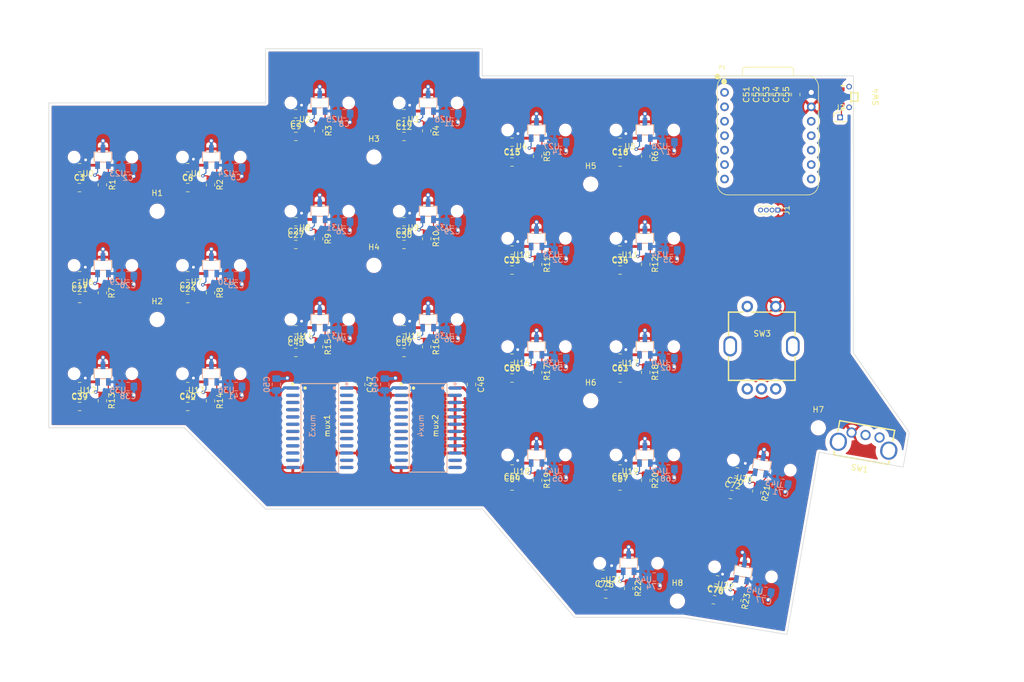
<source format=kicad_pcb>
(kicad_pcb (version 20241229) (generator "pcbnew") (generator_version "9.0")
  (layers (0 "F.Cu" signal) (2 "B.Cu" signal) (13 "F.Paste" user) (15 "B.Paste" user) (5 "F.SilkS" user "F.Silkscreen") (7 "B.SilkS" user "B.Silkscreen") (1 "F.Mask" user) (3 "B.Mask" user) (25 "Edge.Cuts" user))
  (net 0 "")
  (net 1 "GND")
  (net 2 "K0")
  (net 3 "K1")
  (net 4 "K2")
  (net 5 "K3")
  (net 6 "K4")
  (net 7 "K5")
  (net 8 "K6")
  (net 9 "K7")
  (net 10 "K8")
  (net 11 "K9")
  (net 12 "K10")
  (net 13 "K11")
  (net 14 "K12")
  (net 15 "K13")
  (net 16 "K14")
  (net 17 "K15")
  (net 18 "K16")
  (net 19 "K17")
  (net 20 "K18")
  (net 21 "K19")
  (net 22 "K20")
  (net 23 "K21")
  (net 24 "K22")
  (net 25 "SDA")
  (net 26 "encoderBtn1")
  (net 27 "MUX1")
  (net 28 "enco1A")
  (net 29 "S3")
  (net 30 "VBUS")
  (net 32 "S1")
  (net 33 "S2")
  (net 34 "SCL")
  (net 35 "S0")
  (net 36 "enco1B")
  (net 37 "MUX2")
  (net 38 "Net-(U1-VOUT)")
  (net 39 "Net-(U2-VOUT)")
  (net 40 "Net-(U10-VOUT)")
  (net 41 "Net-(U11-VOUT)")
  (net 42 "Net-(U12-VOUT)")
  (net 43 "Net-(U13-VOUT)")
  (net 44 "Net-(U14-VOUT)")
  (net 45 "Net-(U15-VOUT)")
  (net 46 "Net-(U16-VOUT)")
  (net 47 "Net-(U17-VOUT)")
  (net 48 "Net-(U18-VOUT)")
  (net 49 "Net-(U19-VOUT)")
  (net 50 "Net-(U20-VOUT)")
  (net 51 "Net-(U21-VOUT)")
  (net 52 "Net-(U22-VOUT)")
  (net 53 "Net-(U26-VOUT)")
  (net 54 "Net-(U27-VOUT)")
  (net 55 "Net-(U28-VOUT)")
  (net 56 "Net-(U29-VOUT)")
  (net 57 "Net-(U30-VOUT)")
  (net 58 "Net-(U31-VOUT)")
  (net 59 "Net-(U32-VOUT)")
  (net 60 "Net-(U0-VOUT)")
  (net 64 "Net-(J2-Pin_1)")
  (net 66 "enco2B")
  (net 67 "enco2A")
  (footprint "Resistor_SMD:R_0805_2012Metric_Pad1.20x1.40mm_HandSolder" (layer "F.Cu") (at 57 90.5 -90)
    (property "Reference" "R14" (at 0 -1.65 90) (layer "F.SilkS"))
    (property "Value" "10k")
    (pad "1" smd roundrect (at -1 0 270) (size 1.2 1.4) (layers "F.Cu" "F.Mask" "F.Paste") (roundrect_rratio 0.208333) (net 43 "Net-(U13-VOUT)"))
    (pad "2" smd roundrect (at 1 0 270) (size 1.2 1.4) (layers "F.Cu" "F.Mask" "F.Paste") (roundrect_rratio 0.208333) (net 15 "K13"))
  )
  (footprint "Resistor_SMD:R_0805_2012Metric_Pad1.20x1.40mm_HandSolder" (layer "F.Cu") (at 95 62 -90)
    (property "Reference" "R10" (at 0 -1.65 90) (layer "F.SilkS"))
    (property "Value" "10k")
    (pad "1" smd roundrect (at -1 0 270) (size 1.2 1.4) (layers "F.Cu" "F.Mask" "F.Paste") (roundrect_rratio 0.208333) (net 59 "Net-(U32-VOUT)"))
    (pad "2" smd roundrect (at 1 0 270) (size 1.2 1.4) (layers "F.Cu" "F.Mask" "F.Paste") (roundrect_rratio 0.208333) (net 11 "K9"))
  )
  (footprint "footprints:SOT-23-3_L2.9-W1.6-P1.90-LS2.8-BR" (layer "F.Cu") (at 57.15 66.675)
    (property "Reference" "U7" (at -2.62 2.9 0) (layer "F.SilkS"))
    (property "Value" "HX6659ISO-B")
    (pad "" np_thru_hole circle (at -5.08 0) (size 1.75 1.75) (drill 1.75) (layers "*.Cu" "*.Mask"))
    (pad "" np_thru_hole circle (at 5.08 0) (size 1.75 1.75) (drill 1.75) (layers "*.Cu" "*.Mask"))
    (pad "1" smd rect (at -0.95 1.44 270) (size 1.3 0.8) (layers "F.Cu" "F.Mask" "F.Paste") (net 30 "VBUS"))
    (pad "2" smd rect (at 0.95 1.44 270) (size 1.3 0.8) (layers "F.Cu" "F.Mask" "F.Paste") (net 57 "Net-(U30-VOUT)"))
    (pad "3" smd rect (at 0 -1.44 270) (size 1.3 0.8) (layers "F.Cu" "F.Mask" "F.Paste") (net 1 "GND"))
    (zone (net 0) (net_name "") (layers "F.Cu" "B.Cu") (connect_pads (clearance 0)) (min_thickness 0.25)
      (keepout (tracks allowed) (vias not_allowed) (pads not_allowed) (copperpour not_allowed) (footprints allowed))
      (fill (thermal_gap 0.5) (thermal_bridge_width 0.5))
      (polygon (pts (xy 58.75 65.775) (xy 58.75 67.575) (xy 55.55 67.575) (xy 55.55 65.775)))
    )
  )
  (footprint "Capacitor_SMD:C_0805_2012Metric_Pad1.18x1.45mm_HandSolder" (layer "F.Cu") (at 91 63)
    (property "Reference" "C30" (at 0 -1.68 0) (layer "F.SilkS"))
    (property "Value" "100nF")
    (pad "1" smd roundrect (at -1.0375 0) (size 1.175 1.45) (layers "F.Cu" "F.Mask" "F.Paste") (roundrect_rratio 0.212766) (net 1 "GND"))
    (pad "2" smd roundrect (at 1.0375 0) (size 1.175 1.45) (layers "F.Cu" "F.Mask" "F.Paste") (roundrect_rratio 0.212766) (net 11 "K9"))
  )
  (footprint "Resistor_SMD:R_0805_2012Metric_Pad1.20x1.40mm_HandSolder" (layer "F.Cu") (at 130.5 123.5 -90)
    (property "Reference" "R22" (at 0 -1.65 90) (layer "F.SilkS"))
    (property "Value" "10k")
    (pad "1" smd roundrect (at -1 0 270) (size 1.2 1.4) (layers "F.Cu" "F.Mask" "F.Paste") (roundrect_rratio 0.208333) (net 51 "Net-(U21-VOUT)"))
    (pad "2" smd roundrect (at 1 0 270) (size 1.2 1.4) (layers "F.Cu" "F.Mask" "F.Paste") (roundrect_rratio 0.208333) (net 23 "K21"))
  )
  (footprint "Capacitor_SMD:C_0805_2012Metric_Pad1.18x1.45mm_HandSolder" (layer "F.Cu") (at 53 68.5 180)
    (property "Reference" "C22" (at 0 -1.68 0) (layer "F.SilkS"))
    (property "Value" "100nF")
    (pad "1" smd roundrect (at -1.0375 0 180) (size 1.175 1.45) (layers "F.Cu" "F.Mask" "F.Paste") (roundrect_rratio 0.212766) (net 30 "VBUS"))
    (pad "2" smd roundrect (at 1.0375 0 180) (size 1.175 1.45) (layers "F.Cu" "F.Mask" "F.Paste") (roundrect_rratio 0.212766) (net 1 "GND"))
  )
  (footprint "Capacitor_SMD:C_0805_2012Metric_Pad1.18x1.45mm_HandSolder" (layer "F.Cu") (at 128.9625 105.5)
    (property "Reference" "C69" (at 0 -1.68 0) (layer "F.SilkS"))
    (property "Value" "100nF")
    (pad "1" smd roundrect (at -1.0375 0) (size 1.175 1.45) (layers "F.Cu" "F.Mask" "F.Paste") (roundrect_rratio 0.212766) (net 1 "GND"))
    (pad "2" smd roundrect (at 1.0375 0) (size 1.175 1.45) (layers "F.Cu" "F.Mask" "F.Paste") (roundrect_rratio 0.212766) (net 21 "K19"))
  )
  (footprint "Capacitor_SMD:C_0805_2012Metric_Pad1.18x1.45mm_HandSolder" (layer "F.Cu") (at 129 45 180)
    (property "Reference" "C16" (at 0 -1.68 0) (layer "F.SilkS"))
    (property "Value" "100nF")
    (pad "1" smd roundrect (at -1.0375 0 180) (size 1.175 1.45) (layers "F.Cu" "F.Mask" "F.Paste") (roundrect_rratio 0.212766) (net 30 "VBUS"))
    (pad "2" smd roundrect (at 1.0375 0 180) (size 1.175 1.45) (layers "F.Cu" "F.Mask" "F.Paste") (roundrect_rratio 0.212766) (net 1 "GND"))
  )
  (footprint "Capacitor_SMD:C_0805_2012Metric_Pad1.18x1.45mm_HandSolder" (layer "F.Cu") (at 34 88 180)
    (property "Reference" "C37" (at 0 -1.68 0) (layer "F.SilkS"))
    (property "Value" "100nF")
    (pad "1" smd roundrect (at -1.0375 0 180) (size 1.175 1.45) (layers "F.Cu" "F.Mask" "F.Paste") (roundrect_rratio 0.212766) (net 30 "VBUS"))
    (pad "2" smd roundrect (at 1.0375 0 180) (size 1.175 1.45) (layers "F.Cu" "F.Mask" "F.Paste") (roundrect_rratio 0.212766) (net 1 "GND"))
  )
  (footprint "Capacitor_SMD:C_0805_2012Metric_Pad1.18x1.45mm_HandSolder" (layer "F.Cu") (at 91 59 180)
    (property "Reference" "C28" (at 0 -1.68 0) (layer "F.SilkS"))
    (property "Value" "100nF")
    (pad "1" smd roundrect (at -1.0375 0 180) (size 1.175 1.45) (layers "F.Cu" "F.Mask" "F.Paste") (roundrect_rratio 0.212766) (net 30 "VBUS"))
    (pad "2" smd roundrect (at 1.0375 0 180) (size 1.175 1.45) (layers "F.Cu" "F.Mask" "F.Paste") (roundrect_rratio 0.212766) (net 1 "GND"))
  )
  (footprint "footprints:SOT-23-3_L2.9-W1.6-P1.90-LS2.8-BR" (layer "F.Cu") (at 150.601295 120.571793 -10)
    (property "Reference" "U22" (at -2.62 2.9 170) (layer "F.SilkS"))
    (property "Value" "HX6659ISO-B")
    (pad "" np_thru_hole circle (at -5.08 0 350) (size 1.75 1.75) (drill 1.75) (layers "*.Cu" "*.Mask"))
    (pad "" np_thru_hole circle (at 5.08 0 350) (size 1.75 1.75) (drill 1.75) (layers "*.Cu" "*.Mask"))
    (pad "1" smd rect (at -0.95 1.44 260) (size 1.3 0.8) (layers "F.Cu" "F.Mask" "F.Paste") (net 30 "VBUS"))
    (pad "2" smd rect (at 0.95 1.44 260) (size 1.3 0.8) (layers "F.Cu" "F.Mask" "F.Paste") (net 52 "Net-(U22-VOUT)"))
    (pad "3" smd rect (at 0 -1.44 260) (size 1.3 0.8) (layers "F.Cu" "F.Mask" "F.Paste") (net 1 "GND"))
    (zone (net 0) (net_name "") (layers "F.Cu" "B.Cu") (connect_pads (clearance 0)) (min_thickness 0.25)
      (keepout (tracks allowed) (vias not_allowed) (pads not_allowed) (copperpour not_allowed) (footprints allowed))
      (fill (thermal_gap 0.5) (thermal_bridge_width 0.5))
      (polygon (pts (xy 152.333271 119.963303) (xy 152.020704 121.735957) (xy 148.869319 121.180283) (xy 149.181886 119.407629)))
    )
  )
  (footprint "Resistor_SMD:R_0805_2012Metric_Pad1.20x1.40mm_HandSolder" (layer "F.Cu") (at 114.5 47.5 -90)
    (property "Reference" "R5" (at 0 -1.65 90) (layer "F.SilkS"))
    (property "Value" "10k")
    (pad "1" smd roundrect (at -1 0 270) (size 1.2 1.4) (layers "F.Cu" "F.Mask" "F.Paste") (roundrect_rratio 0.208333) (net 54 "Net-(U27-VOUT)"))
    (pad "2" smd roundrect (at 1 0 270) (size 1.2 1.4) (layers "F.Cu" "F.Mask" "F.Paste") (roundrect_rratio 0.208333) (net 6 "K4"))
  )
  (footprint "Resistor_SMD:R_0805_2012Metric_Pad1.20x1.40mm_HandSolder" (layer "F.Cu") (at 149.5 125.5 -100)
    (property "Reference" "R23" (at -0.000001 -1.65 80) (layer "F.SilkS"))
    (property "Value" "10k")
    (pad "1" smd roundrect (at -1 0 260) (size 1.2 1.4) (layers "F.Cu" "F.Mask" "F.Paste") (roundrect_rratio 0.208333) (net 52 "Net-(U22-VOUT)"))
    (pad "2" smd roundrect (at 1 0 260) (size 1.2 1.4) (layers "F.Cu" "F.Mask" "F.Paste") (roundrect_rratio 0.208333) (net 24 "K22"))
  )
  (footprint "Capacitor_SMD:C_0805_2012Metric_Pad1.18x1.45mm_HandSolder" (layer "F.Cu") (at 149.5 103 170)
    (property "Reference" "C70" (at 0 -1.68 170) (layer "F.SilkS"))
    (property "Value" "100nF")
    (pad "1" smd roundrect (at -1.0375 0 170) (size 1.175 1.45) (layers "F.Cu" "F.Mask" "F.Paste") (roundrect_rratio 0.212766) (net 30 "VBUS"))
    (pad "2" smd roundrect (at 1.0375 0 170) (size 1.175 1.45) (layers "F.Cu" "F.Mask" "F.Paste") (roundrect_rratio 0.212766) (net 1 "GND"))
  )
  (footprint "Resistor_SMD:R_0805_2012Metric_Pad1.20x1.40mm_HandSolder" (layer "F.Cu") (at 153 106.5 -100)
    (property "Reference" "R21" (at -0.000001 -1.65 80) (layer "F.SilkS"))
    (property "Value" "10k")
    (pad "1" smd roundrect (at -1 0 260) (size 1.2 1.4) (layers "F.Cu" "F.Mask" "F.Paste") (roundrect_rratio 0.208333) (net 50 "Net-(U20-VOUT)"))
    (pad "2" smd roundrect (at 1 0 260) (size 1.2 1.4) (layers "F.Cu" "F.Mask" "F.Paste") (roundrect_rratio 0.208333) (net 22 "K20"))
  )
  (footprint "footprints:SOT-23-3_L2.9-W1.6-P1.90-LS2.8-BR" (layer "F.Cu") (at 153.909293 101.811205 -10)
    (property "Reference" "U20" (at -2.62 2.9 170) (layer "F.SilkS"))
    (property "Value" "HX6659ISO-B")
    (pad "" np_thru_hole circle (at -5.08 0 350) (size 1.75 1.75) (drill 1.75) (layers "*.Cu" "*.Mask"))
    (pad "" np_thru_hole circle (at 5.08 0 350) (size 1.75 1.75) (drill 1.75) (layers "*.Cu" "*.Mask"))
    (pad "1" smd rect (at -0.95 1.44 260) (size 1.3 0.8) (layers "F.Cu" "F.Mask" "F.Paste") (net 30 "VBUS"))
    (pad "2" smd rect (at 0.95 1.44 260) (size 1.3 0.8) (layers "F.Cu" "F.Mask" "F.Paste") (net 50 "Net-(U20-VOUT)"))
    (pad "3" smd rect (at 0 -1.44 260) (size 1.3 0.8) (layers "F.Cu" "F.Mask" "F.Paste") (net 1 "GND"))
    (zone (net 0) (net_name "") (layers "F.Cu" "B.Cu") (connect_pads (clearance 0)) (min_thickness 0.25)
      (keepout (tracks allowed) (vias not_allowed) (pads not_allowed) (copperpour not_allowed) (footprints allowed))
      (fill (thermal_gap 0.5) (thermal_bridge_width 0.5))
      (polygon (pts (xy 155.641269 101.202715) (xy 155.328702 102.975369) (xy 152.177317 102.419695) (xy 152.489884 100.647041)))
    )
  )
  (footprint "Capacitor_SMD:C_0805_2012Metric_Pad1.18x1.45mm_HandSolder" (layer "F.Cu") (at 129 48.5)
    (property "Reference" "C18" (at 0 -1.68 0) (layer "F.SilkS"))
    (property "Value" "100nF")
    (pad "1" smd roundrect (at -1.0375 0) (size 1.175 1.45) (layers "F.Cu" "F.Mask" "F.Paste") (roundrect_rratio 0.212766) (net 1 "GND"))
    (pad "2" smd roundrect (at 1.0375 0) (size 1.175 1.45) (layers "F.Cu" "F.Mask" "F.Paste") (roundrect_rratio 0.212766) (net 7 "K5"))
  )
  (footprint "Capacitor_SMD:C_0805_2012Metric_Pad1.18x1.45mm_HandSolder" (layer "F.Cu") (at 53 53)
    (property "Reference" "C6" (at 0 -1.68 0) (layer "F.SilkS"))
    (property "Value" "100nF")
    (pad "1" smd roundrect (at -1.0375 0) (size 1.175 1.45) (layers "F.Cu" "F.Mask" "F.Paste") (roundrect_rratio 0.212766) (net 1 "GND"))
    (pad "2" smd roundrect (at 1.0375 0) (size 1.175 1.45) (layers "F.Cu" "F.Mask" "F.Paste") (roundrect_rratio 0.212766) (net 3 "K1"))
  )
  (footprint "Capacitor_SMD:C_0805_2012Metric_Pad1.18x1.45mm_HandSolder" (layer "F.Cu") (at 126.4625 124.5)
    (property "Reference" "C75" (at 0 -1.68 0) (layer "F.SilkS"))
    (property "Value" "100nF")
    (pad "1" smd roundrect (at -1.0375 0) (size 1.175 1.45) (layers "F.Cu" "F.Mask" "F.Paste") (roundrect_rratio 0.212766) (net 1 "GND"))
    (pad "2" smd roundrect (at 1.0375 0) (size 1.175 1.45) (layers "F.Cu" "F.Mask" "F.Paste") (roundrect_rratio 0.212766) (net 23 "K21"))
  )
  (footprint "Capacitor_SMD:C_0805_2012Metric_Pad1.18x1.45mm_HandSolder" (layer "F.Cu") (at 91 82)
    (property "Reference" "C57" (at 0 -1.68 0) (layer "F.SilkS"))
    (property "Value" "100nF")
    (pad "1" smd roundrect (at -1.0375 0) (size 1.175 1.45) (layers "F.Cu" "F.Mask" "F.Paste") (roundrect_rratio 0.212766) (net 1 "GND"))
    (pad "2" smd roundrect (at 1.0375 0) (size 1.175 1.45) (layers "F.Cu" "F.Mask" "F.Paste") (roundrect_rratio 0.212766) (net 17 "K15"))
  )
  (footprint "MountingHole:MountingHole_2.2mm_M2" (layer "F.Cu") (at 47.625 57.15)
    (property "Reference" "H1" (at 0 -3.2 0) (layer "F.SilkS"))
    (property "Value" "MountingHole")
    (pad "" np_thru_hole circle (at 0 0) (size 2.2 2.2) (drill 2.2) (layers "*.Cu" "*.Mask"))
  )
  (footprint "Resistor_SMD:R_0805_2012Metric_Pad1.20x1.40mm_HandSolder" (layer "F.Cu") (at 133.5 66.5 -90)
    (property "Reference" "R12" (at 0 -1.65 90) (layer "F.SilkS"))
    (property "Value" "10k")
    (pad "1" smd roundrect (at -1 0 270) (size 1.2 1.4) (layers "F.Cu" "F.Mask" "F.Paste") (roundrect_rratio 0.208333) (net 41 "Net-(U11-VOUT)"))
    (pad "2" smd roundrect (at 1 0 270) (size 1.2 1.4) (layers "F.Cu" "F.Mask" "F.Paste") (roundrect_rratio 0.208333) (net 13 "K11"))
  )
  (footprint "Capacitor_SMD:C_0805_2012Metric_Pad1.18x1.45mm_HandSolder" (layer "F.Cu") (at 110 105.5)
    (property "Reference" "C66" (at 0 -1.68 0) (layer "F.SilkS"))
    (property "Value" "100nF")
    (pad "1" smd roundrect (at -1.0375 0) (size 1.175 1.45) (layers "F.Cu" "F.Mask" "F.Paste") (roundrect_rratio 0.212766) (net 1 "GND"))
    (pad "2" smd roundrect (at 1.0375 0) (size 1.175 1.45) (layers "F.Cu" "F.Mask" "F.Paste") (roundrect_rratio 0.212766) (net 20 "K18"))
  )
  (footprint "footprints:SOT-23-3_L2.9-W1.6-P1.90-LS2.8-BR" (layer "F.Cu") (at 57.15 47.625)
    (property "Reference" "U1" (at -2.62 2.9 0) (layer "F.SilkS"))
    (property "Value" "HX6659ISO-B")
    (pad "" np_thru_hole circle (at -5.08 0) (size 1.75 1.75) (drill 1.75) (layers "*.Cu" "*.Mask"))
    (pad "" np_thru_hole circle (at 5.08 0) (size 1.75 1.75) (drill 1.75) (layers "*.Cu" "*.Mask"))
    (pad "1" smd rect (at -0.95 1.44 270) (size 1.3 0.8) (layers "F.Cu" "F.Mask" "F.Paste") (net 30 "VBUS"))
    (pad "2" smd rect (at 0.95 1.44 270) (size 1.3 0.8) (layers "F.Cu" "F.Mask" "F.Paste") (net 38 "Net-(U1-VOUT)"))
    (pad "3" smd rect (at 0 -1.44 270) (size 1.3 0.8) (layers "F.Cu" "F.Mask" "F.Paste") (net 1 "GND"))
    (zone (net 0) (net_name "") (layers "F.Cu" "B.Cu") (connect_pads (clearance 0)) (min_thickness 0.25)
      (keepout (tracks allowed) (vias not_allowed) (pads not_allowed) (copperpour not_allowed) (footprints allowed))
      (fill (thermal_gap 0.5) (thermal_bridge_width 0.5))
      (polygon (pts (xy 58.75 46.725) (xy 58.75 48.525) (xy 55.55 48.525) (xy 55.55 46.725)))
    )
  )
  (footprint "Capacitor_SMD:C_0805_2012Metric_Pad1.18x1.45mm_HandSolder" (layer "F.Cu") (at 72 63)
    (property "Reference" "C27" (at 0 -1.68 0) (layer "F.SilkS"))
    (property "Value" "100nF")
    (pad "1" smd roundrect (at -1.0375 0) (size 1.175 1.45) (layers "F.Cu" "F.Mask" "F.Paste") (roundrect_rratio 0.212766) (net 1 "GND"))
    (pad "2" smd roundrect (at 1.0375 0) (size 1.175 1.45) (layers "F.Cu" "F.Mask" "F.Paste") (roundrect_rratio 0.212766) (net 10 "K8"))
  )
  (footprint "Resistor_SMD:R_0805_2012Metric_Pad1.20x1.40mm_HandSolder" (layer "F.Cu") (at 114.5 66.5 -90)
    (property "Reference" "R11" (at 0 -1.65 90) (layer "F.SilkS"))
    (property "Value" "10k")
    (pad "1" smd roundrect (at -1 0 270) (size 1.2 1.4) (layers "F.Cu" "F.Mask" "F.Paste") (roundrect_rratio 0.208333) (net 40 "Net-(U10-VOUT)"))
    (pad "2" smd roundrect (at 1 0 270) (size 1.2 1.4) (layers "F.Cu" "F.Mask" "F.Paste") (roundrect_rratio 0.208333) (net 12 "K10"))
  )
  (footprint "Capacitor_SMD:C_0805_2012Metric_Pad1.18x1.45mm_HandSolder" (layer "F.Cu") (at 158.115 36.6275 90)
    (property "Reference" "C54" (at 0 -1.68 90) (layer "F.SilkS"))
    (property "Value" "100n")
    (pad "1" smd roundrect (at -1.0375 0 90) (size 1.175 1.45) (layers "F.Cu" "F.Mask" "F.Paste") (roundrect_rratio 0.212766) (net 1 "GND"))
    (pad "2" smd roundrect (at 1.0375 0 90) (size 1.175 1.45) (layers "F.Cu" "F.Mask" "F.Paste") (roundrect_rratio 0.212766) (net 30 "VBUS"))
  )
  (footprint "footprints:SOT-23-3_L2.9-W1.6-P1.90-LS2.8-BR" (layer "F.Cu") (at 130.4925 119.0625)
    (property "Reference" "U21" (at -2.62 2.9 0) (layer "F.SilkS"))
    (property "Value" "HX6659ISO-B")
    (pad "" np_thru_hole circle (at -5.08 0) (size 1.75 1.75) (drill 1.75) (layers "*.Cu" "*.Mask"))
    (pad "" np_thru_hole circle (at 5.08 0) (size 1.75 1.75) (drill 1.75) (layers "*.Cu" "*.Mask"))
    (pad "1" smd rect (at -0.95 1.44 270) (size 1.3 0.8) (layers "F.Cu" "F.Mask" "F.Paste") (net 30 "VBUS"))
    (pad "2" smd rect (at 0.95 1.44 270) (size 1.3 0.8) (layers "F.Cu" "F.Mask" "F.Paste") (net 51 "Net-(U21-VOUT)"))
    (pad "3" smd rect (at 0 -1.44 270) (size 1.3 0.8) (layers "F.Cu" "F.Mask" "F.Paste") (net 1 "GND"))
    (zone (net 0) (net_name "") (layers "F.Cu" "B.Cu") (connect_pads (clearance 0)) (min_thickness 0.25)
      (keepout (tracks allowed) (vias not_allowed) (pads not_allowed) (copperpour not_allowed) (footprints allowed))
      (fill (thermal_gap 0.5) (thermal_bridge_width 0.5))
      (polygon (pts (xy 132.0925 118.1625) (xy 132.0925 119.9625) (xy 128.8925 119.9625) (xy 128.8925 118.1625)))
    )
  )
  (footprint "Capacitor_SMD:C_0805_2012Metric_Pad1.18x1.45mm_HandSolder" (layer "F.Cu") (at 34 68.5 180)
    (property "Reference" "C19" (at 0 -1.68 0) (layer "F.SilkS"))
    (property "Value" "100nF")
    (pad "1" smd roundrect (at -1.0375 0 180) (size 1.175 1.45) (layers "F.Cu" "F.Mask" "F.Paste") (roundrect_rratio 0.212766) (net 30 "VBUS"))
    (pad "2" smd roundrect (at 1.0375 0 180) (size 1.175 1.45) (layers "F.Cu" "F.Mask" "F.Paste") (roundrect_rratio 0.212766) (net 1 "GND"))
  )
  (footprint "Resistor_SMD:R_0805_2012Metric_Pad1.20x1.40mm_HandSolder" (layer "F.Cu") (at 57 71.5 -90)
    (property "Reference" "R8" (at 0 -1.65 90) (layer "F.SilkS"))
    (property "Value" "10k")
    (pad "1" smd roundrect (at -1 0 270) (size 1.2 1.4) (layers "F.Cu" "F.Mask" "F.Paste") (roundrect_rratio 0.208333) (net 57 "Net-(U30-VOUT)"))
    (pad "2" smd roundrect (at 1 0 270) (size 1.2 1.4) (layers "F.Cu" "F.Mask" "F.Paste") (roundrect_rratio 0.208333) (net 9 "K7"))
  )
  (footprint "Resistor_SMD:R_0805_2012Metric_Pad1.20x1.40mm_HandSolder" (layer "F.Cu") (at 38 90.5 -90)
    (property "Reference" "R13" (at 0 -1.65 90) (layer "F.SilkS"))
    (property "Value" "10k")
    (pad "1" smd roundrect (at -1 0 270) (size 1.2 1.4) (layers "F.Cu" "F.Mask" "F.Paste") (roundrect_rratio 0.208333) (net 42 "Net-(U12-VOUT)"))
    (pad "2" smd roundrect (at 1 0 270) (size 1.2 1.4) (layers "F.Cu" "F.Mask" "F.Paste") (roundrect_rratio 0.208333) (net 14 "K12"))
  )
  (footprint "Capacitor_SMD:C_0805_2012Metric_Pad1.18x1.45mm_HandSolder" (layer "F.Cu") (at 102.87 87.63 -90)
    (property "Reference" "C48" (at 0 -1.68 270) (layer "F.SilkS"))
    (property "Value" "100n")
    (pad "1" smd roundrect (at -1.0375 0 270) (size 1.175 1.45) (layers "F.Cu" "F.Mask" "F.Paste") (roundrect_rratio 0.212766) (net 1 "GND"))
    (pad "2" smd roundrect (at 1.0375 0 270) (size 1.175 1.45) (layers "F.Cu" "F.Mask" "F.Paste") (roundrect_rratio 0.212766) (net 30 "VBUS"))
  )
  (footprint "footprints:SOT-23-3_L2.9-W1.6-P1.90-LS2.8-BR" (layer "F.Cu") (at 95.25 38.1)
    (property "Reference" "U3" (at -2.62 2.9 0) (layer "F.SilkS"))
    (property "Value" "HX6659ISO-B")
    (pad "" np_thru_hole circle (at -5.08 0) (size 1.75 1.75) (drill 1.75) (layers "*.Cu" "*.Mask"))
    (pad "" np_thru_hole circle (at 5.08 0) (size 1.75 1.75) (drill 1.75) (layers "*.Cu" "*.Mask"))
    (pad "1" smd rect (at -0.95 1.44 270) (size 1.3 0.8) (layers "F.Cu" "F.Mask" "F.Paste") (net 30 "VBUS"))
    (pad "2" smd rect (at 0.95 1.44 270) (size 1.3 0.8) (layers "F.Cu" "F.Mask" "F.Paste") (net 53 "Net-(U26-VOUT)"))
    (pad "3" smd rect (at 0 -1.44 270) (size 1.3 0.8) (layers "F.Cu" "F.Mask" "F.Paste") (net 1 "GND"))
    (zone (net 0) (net_name "") (layers "F.Cu" "B.Cu") (connect_pads (clearance 0)) (min_thickness 0.25)
      (keepout (tracks allowed) (vias not_allowed) (pads not_allowed) (copperpour not_allowed) (footprints allowed))
      (fill (thermal_gap 0.5) (thermal_bridge_width 0.5))
      (polygon (pts (xy 96.85 37.2) (xy 96.85 39) (xy 93.65 39) (xy 93.65 37.2)))
    )
  )
  (footprint "Capacitor_SMD:C_0805_2012Metric_Pad1.18x1.45mm_HandSolder" (layer "F.Cu") (at 110 102.5 180)
    (property "Reference" "C64" (at 0 -1.68 0) (layer "F.SilkS"))
    (property "Value" "100nF")
    (pad "1" smd roundrect (at -1.0375 0 180) (size 1.175 1.45) (layers "F.Cu" "F.Mask" "F.Paste") (roundrect_rratio 0.212766) (net 30 "VBUS"))
    (pad "2" smd roundrect (at 1.0375 0 180) (size 1.175 1.45) (layers "F.Cu" "F.Mask" "F.Paste") (roundrect_rratio 0.212766) (net 1 "GND"))
  )
  (footprint "footprints:SOT-23-3_L2.9-W1.6-P1.90-LS2.8-BR" (layer "F.Cu") (at 114.3 80.9625)
    (property "Reference" "U16" (at -2.62 2.9 0) (layer "F.SilkS"))
    (property "Value" "HX6659ISO-B")
    (pad "" np_thru_hole circle (at -5.08 0) (size 1.75 1.75) (drill 1.75) (layers "*.Cu" "*.Mask"))
    (pad "" np_thru_hole circle (at 5.08 0) (size 1.75 1.75) (drill 1.75) (layers "*.Cu" "*.Mask"))
    (pad "1" smd rect (at -0.95 1.44 270) (size 1.3 0.8) (layers "F.Cu" "F.Mask" "F.Paste") (net 30 "VBUS"))
    (pad "2" smd rect (at 0.95 1.44 270) (size 1.3 0.8) (layers "F.Cu" "F.Mask" "F.Paste") (net 46 "Net-(U16-VOUT)"))
    (pad "3" smd rect (at 0 -1.44 270) (size 1.3 0.8) (layers "F.Cu" "F.Mask" "F.Paste") (net 1 "GND"))
    (zone (net 0) (net_name "") (layers "F.Cu" "B.Cu") (connect_pads (clearance 0)) (min_thickness 0.25)
      (keepout (tracks allowed) (vias not_allowed) (pads not_allowed) (copperpour not_allowed) (footprints allowed))
      (fill (thermal_gap 0.5) (thermal_bridge_width 0.5))
      (polygon (pts (xy 115.9 80.0625) (xy 115.9 81.8625) (xy 112.7 81.8625) (xy 112.7 80.0625)))
    )
  )
  (footprint "footprints:SW-TH_EC10EXXXXXXX" (layer "F.Cu") (at 171.959655 97.50092 170)
    (property "Reference" "SW1" (at 0 -5 170) (layer "F.SilkS"))
    (property "Value" "~")
    (pad "4" thru_hole oval (at -4.5 -1 260) (size 3.2 3) (drill oval 2.50002 2.199996) (layers "*.Cu" "*.Mask"))
    (pad "5" thru_hole oval (at 4.5 -1 260) (size 3.2 3) (drill oval 2.50002 2.199996) (layers "*.Cu" "*.Mask"))
    (pad "A" thru_hole circle (at -2.5 1 170) (size 1.8 1.8) (drill 1.199998) (layers "*.Cu" "*.Mask") (net 67 "enco2A"))
    (pad "B" thru_hole circle (at 0 1 170) (size 1.8 1.8) (drill 1.199998) (layers "*.Cu" "*.Mask") (net 66 "enco2B"))
    (pad "C" thru_hole circle (at 2.5 1 170) (size 1.8 1.8) (drill 1.199998) (layers "*.Cu" "*.Mask") (net 1 "GND"))
  )
  (footprint "Resistor_SMD:R_0805_2012Metric_Pad1.20x1.40mm_HandSolder" (layer "F.Cu") (at 76 43 -90)
    (property "Reference" "R3" (at 0 -1.75 90) (layer "F.SilkS"))
    (property "Value" "10k")
    (pad "1" smd roundrect (at -1 0 270) (size 1.2 1.4) (layers "F.Cu" "F.Mask" "F.Paste") (roundrect_rratio 0.208333) (net 39 "Net-(U2-VOUT)"))
    (pad "2" smd roundrect (at 1 0 270) (size 1.2 1.4) (layers "F.Cu" "F.Mask" "F.Paste") (roundrect_rratio 0.208333) (net 4 "K2"))
  )
  (footprint "Capacitor_SMD:C_0805_2012Metric_Pad1.18x1.45mm_HandSolder" (layer "F.Cu") (at 126 121 180)
    (property "Reference" "C73" (at 0 -1.68 0) (layer "F.SilkS"))
    (property "Value" "100nF")
    (pad "1" smd roundrect (at -1.0375 0 180) (size 1.175 1.45) (layers "F.Cu" "F.Mask" "F.Paste") (roundrect_rratio 0.212766) (net 30 "VBUS"))
    (pad "2" smd roundrect (at 1.0375 0 180) (size 1.175 1.45) (layers "F.Cu" "F.Mask" "F.Paste") (roundrect_rratio 0.212766) (net 1 "GND"))
  )
  (footprint "footprints:SOT-23-3_L2.9-W1.6-P1.90-LS2.8-BR" (layer "F.Cu") (at 133.35 42.8625)
    (property "Reference" "U5" (at -2.62 2.9 0) (layer "F.SilkS"))
    (property "Value" "HX6659ISO-B")
    (pad "" np_thru_hole circle (at -5.08 0) (size 1.75 1.75) (drill 1.75) (layers "*.Cu" "*.Mask"))
    (pad "" np_thru_hole circle (at 5.08 0) (size 1.75 1.75) (drill 1.75) (layers "*.Cu" "*.Mask"))
    (pad "1" smd rect (at -0.95 1.44 270) (size 1.3 0.8) (layers "F.Cu" "F.Mask" "F.Paste") (net 30 "VBUS"))
    (pad "2" smd rect (at 0.95 1.44 270) (size 1.3 0.8) (layers "F.Cu" "F.Mask" "F.Paste") (net 55 "Net-(U28-VOUT)"))
    (pad "3" smd rect (at 0 -1.44 270) (size 1.3 0.8) (layers "F.Cu" "F.Mask" "F.Paste") (net 1 "GND"))
    (zone (net 0) (net_name "") (layers "F.Cu" "B.Cu") (connect_pads (clearance 0)) (min_thickness 0.25)
      (keepout (tracks allowed) (vias not_allowed) (pads not_allowed) (copperpour not_allowed) (footprints allowed))
      (fill (thermal_gap 0.5) (thermal_bridge_width 0.5))
      (polygon (pts (xy 134.95 41.9625) (xy 134.95 43.7625) (xy 131.75 43.7625) (xy 131.75 41.9625)))
    )
  )
  (footprint "Capacitor_SMD:C_0805_2012Metric_Pad1.18x1.45mm_HandSolder" (layer "F.Cu") (at 148.5 107 -10)
    (property "Reference" "C72" (at 0 -1.68 170) (layer "F.SilkS"))
    (property "Value" "100nF")
    (pad "1" smd roundrect (at -1.0375 0 350) (size 1.175 1.45) (layers "F.Cu" "F.Mask" "F.Paste") (roundrect_rratio 0.212766) (net 1 "GND"))
    (pad "2" smd roundrect (at 1.0375 0 350) (size 1.175 1.45) (layers "F.Cu" "F.Mask" "F.Paste") (roundrect_rratio 0.212766) (net 22 "K20"))
  )
  (footprint "Capacitor_SMD:C_0805_2012Metric_Pad1.18x1.45mm_HandSolder" (layer "F.Cu") (at 129 83 180)
    (property "Reference" "C61" (at 0 -1.68 0) (layer "F.SilkS"))
    (property "Value" "100nF")
    (pad "1" smd roundrect (at -1.0375 0 180) (size 1.175 1.45) (layers "F.Cu" "F.Mask" "F.Paste") (roundrect_rratio 0.212766) (net 30 "VBUS"))
    (pad "2" smd roundrect (at 1.0375 0 180) (size 1.175 1.45) (layers "F.Cu" "F.Mask" "F.Paste") (roundrect_rratio 0.212766) (net 1 "GND"))
  )
  (footprint "Capacitor_SMD:C_0805_2012Metric_Pad1.18x1.45mm_HandSolder" (layer "F.Cu") (at 91 78 180)
    (property "Reference" "C46" (at 0 -1.68 0) (layer "F.SilkS"))
    (property "Value" "100nF")
    (pad "1" smd roundrect (at -1.0375 0 180) (size 1.175 1.45) (layers "F.Cu" "F.Mask" "F.Paste") (roundrect_rratio 0.212766) (net 30 "VBUS"))
    (pad "2" smd roundrect (at 1.0375 0 180) (size 1.175 1.45) (layers "F.Cu" "F.Mask" "F.Paste") (roundrect_rratio 0.212766) (net 1 "GND"))
  )
  (footprint "footprints:SOT-23-3_L2.9-W1.6-P1.90-LS2.8-BR" (layer "F.Cu") (at 38.1 47.625)
    (property "Reference" "U0" (at -2.62 2.9 0) (layer "F.SilkS"))
    (property "Value" "HX6659ISO-B")
    (pad "" np_thru_hole circle (at -5.08 0) (size 1.75 1.75) (drill 1.75) (layers "*.Cu" "*.Mask"))
    (pad "" np_thru_hole circle (at 5.08 0) (size 1.75 1.75) (drill 1.75) (layers "*.Cu" "*.Mask"))
    (pad "1" smd rect (at -0.95 1.44 270) (size 1.3 0.8) (layers "F.Cu" "F.Mask" "F.Paste") (net 30 "VBUS"))
    (pad "2" smd rect (at 0.95 1.44 270) (size 1.3 0.8) (layers "F.Cu" "F.Mask" "F.Paste") (net 60 "Net-(U0-VOUT)"))
    (pad "3" smd rect (at 0 -1.44 270) (size 1.3 0.8) (layers "F.Cu" "F.Mask" "F.Paste") (net 1 "GND"))
    (zone (net 0) (net_name "") (layers "F.Cu" "B.Cu") (connect_pads (clearance 0)) (min_thickness 0.25)
      (keepout (tracks allowed) (vias not_allowed) (pads not_allowed) (copperpour not_allowed) (footprints allowed))
      (fill (thermal_gap 0.5) (thermal_bridge_width 0.5))
      (polygon (pts (xy 39.7 46.725) (xy 39.7 48.525) (xy 36.5 48.525) (xy 36.5 46.725)))
    )
  )
  (footprint "Capacitor_SMD:C_0805_2012Metric_Pad1.18x1.45mm_HandSolder" (layer "F.Cu") (at 91 44)
    (property "Reference" "C12" (at 0 -1.68 0) (layer "F.SilkS"))
    (property "Value" "100nF")
    (pad "1" smd roundrect (at -1.0375 0) (size 1.175 1.45) (layers "F.Cu" "F.Mask" "F.Paste") (roundrect_rratio 0.212766) (net 1 "GND"))
    (pad "2" smd roundrect (at 1.0375 0) (size 1.175 1.45) (layers "F.Cu" "F.Mask" "F.Paste") (roundrect_rratio 0.212766) (net 5 "K3"))
  )
  (footprint "footprints:SOT-23-3_L2.9-W1.6-P1.90-LS2.8-BR" (layer "F.Cu") (at 114.3 42.8625)
    (property "Reference" "U4" (at -2.62 2.9 0) (layer "F.SilkS"))
    (property "Value" "HX6659ISO-B")
    (pad "" np_thru_hole circle (at -5.08 0) (size 1.75 1.75) (drill 1.75) (layers "*.Cu" "*.Mask"))
    (pad "" np_thru_hole circle (at 5.08 0) (size 1.75 1.75) (drill 1.75) (layers "*.Cu" "*.Mask"))
    (pad "1" smd rect (at -0.95 1.44 270) (size 1.3 0.8) (layers "F.Cu" "F.Mask" "F.Paste") (net 30 "VBUS"))
    (pad "2" smd rect (at 0.95 1.44 270) (size 1.3 0.8) (layers "F.Cu" "F.Mask" "F.Paste") (net 54 "Net-(U27-VOUT)"))
    (pad "3" smd rect (at 0 -1.44 270) (size 1.3 0.8) (layers "F.Cu" "F.Mask" "F.Paste") (net 1 "GND"))
    (zone (net 0) (net_name "") (layers "F.Cu" "B.Cu") (connect_pads (clearance 0)) (min_thickness 0.25)
      (keepout (tracks allowed) (vias not_allowed) (pads not_allowed) (copperpour not_allowed) (footprints allowed))
      (fill (thermal_gap 0.5) (thermal_bridge_width 0.5))
      (polygon (pts (xy 115.9 41.9625) (xy 115.9 43.7625) (xy 112.7 43.7625) (xy 112.7 41.9625)))
    )
  )
  (footprint "Capacitor_SMD:C_0805_2012Metric_Pad1.18x1.45mm_HandSolder" (layer "F.Cu") (at 145.5 125.5 -10)
    (property "Reference" "C78" (at 0 -1.68 170) (layer "F.SilkS"))
    (property "Value" "100nF")
    (pad "1" smd roundrect (at -1.0375 0 350) (size 1.175 1.45) (layers "F.Cu" "F.Mask" "F.Paste") (roundrect_rratio 0.212766) (net 1 "GND"))
    (pad "2" smd roundrect (at 1.0375 0 350) (size 1.175 1.45) (layers "F.Cu" "F.Mask" "F.Paste") (roundrect_rratio 0.212766) (net 24 "K22"))
  )
  (footprint "Resistor_SMD:R_0805_2012Metric_Pad1.20x1.40mm_HandSolder" (layer "F.Cu") (at 57 52.5 -90)
    (property "Reference" "R2" (at 0 -1.65 90) (layer "F.SilkS"))
    (property "Value" "10k")
    (pad "1" smd roundrect (at -1 0 270) (size 1.2 1.4) (layers "F.Cu" "F.Mask" "F.Paste") (roundrect_rratio 0.208333) (net 38 "Net-(U1-VOUT)"))
    (pad "2" smd roundrect (at 1 0 270) (size 1.2 1.4) (layers "F.Cu" "F.Mask" "F.Paste") (roundrect_rratio 0.208333) (net 3 "K1"))
  )
  (footprint "Capacitor_SMD:C_0805_2012Metric_Pad1.18x1.45mm_HandSolder" (layer "F.Cu") (at 53 91.5)
    (property "Reference" "C42" (at 0 -1.68 0) (layer "F.SilkS"))
    (property "Value" "100nF")
    (pad "1" smd roundrect (at -1.0375 0) (size 1.175 1.45) (layers "F.Cu" "F.Mask" "F.Paste") (roundrect_rratio 0.212766) (net 1 "GND"))
    (pad "2" smd roundrect (at 1.0375 0) (size 1.175 1.45) (layers "F.Cu" "F.Mask" "F.Paste") (roundrect_rratio 0.212766) (net 15 "K13"))
  )
  (footprint "Connector_PinHeader_1.00mm:PinHeader_1x04_P1.00mm_Vertical" (layer "F.Cu") (at 156.7 56.95 -90)
    (property "Reference" "J1" (at 0 -1.56 90) (layer "F.SilkS"))
    (property "Value" "Display conector")
    (pad "1" thru_hole rect (at 0 0 270) (size 0.85 0.85) (drill 0.5) (layers "*.Cu" "*.Mask") (net 1 "GND"))
    (pad "2" thru_hole oval (at 0 1 270) (size 0.85 0.85) (drill 0.5) (layers "*.Cu" "*.Mask") (net 30 "VBUS"))
    (pad "3" thru_hole oval (at 0 2 270) (size 0.85 0.85) (drill 0.5) (layers "*.Cu" "*.Mask") (net 25 "SDA"))
    (pad "4" thru_hole oval (at 0 3 270) (size 0.85 0.85) (drill 0.5) (layers "*.Cu" "*.Mask") (net 34 "SCL"))
  )
  (footprint "footprints:XIAO-nRF52840-DIP-Bare" (layer "F.Cu") (at 154.97 43.87)
    (property "Reference" "P1" (at -8 -12 0) (layer "F.SilkS") (effects (font (size 0.635 0.635) (thickness 0.1016))))
    (property "Value" "Xiao nRF52840")
    (pad "1" thru_hole circle (at -7.62 -7.62 180) (size 1.524 1.524) (drill 0.889) (layers "*.Cu" "*.Mask") (net 27 "MUX1"))
    (pad "2" thru_hole circle (at -7.62 -5.08 180) (size 1.524 1.524) (drill 0.889) (layers "*.Cu" "*.Mask") (net 37 "MUX2"))
    (pad "3" thru_hole circle (at -7.62 -2.54 180) (size 1.524 1.524) (drill 0.889) (layers "*.Cu" "*.Mask") (net 35 "S0"))
    (pad "4" thru_hole circle (at -7.62 0 180) (size 1.524 1.524) (drill 0.889) (layers "*.Cu" "*.Mask") (net 32 "S1"))
    (pad "5" thru_hole circle (at -7.62 2.54 180) (size 1.524 1.524) (drill 0.889) (layers "*.Cu" "*.Mask") (net 25 "SDA"))
    (pad "6" thru_hole circle (at -7.62 5.08 180) (size 1.524 1.524) (drill 0.889) (layers "*.Cu" "*.Mask") (net 34 "SCL"))
    (pad "7" thru_hole circle (at -7.62 7.62 180) (size 1.524 1.524) (drill 0.889) (layers "*.Cu" "*.Mask") (net 33 "S2"))
    (pad "8" thru_hole circle (at 7.62 7.62) (size 1.524 1.524) (drill 0.889) (layers "*.Cu" "*.Mask") (net 29 "S3"))
    (pad "9" thru_hole circle (at 7.62 5.08) (size 1.524 1.524) (drill 0.889) (layers "*.Cu" "*.Mask") (net 28 "enco1A"))
    (pad "10" thru_hole circle (at 7.62 2.54) (size 1.524 1.524) (drill 0.889) (layers "*.Cu" "*.Mask") (net 36 "enco1B"))
    (pad "11" thru_hole circle (at 7.62 0) (size 1.524 1.524) (drill 0.889) (layers "*.Cu" "*.Mask") (net 26 "encoderBtn1"))
    (pad "12" thru_hole circle (at 7.62 -2.54) (size 1.524 1.524) (drill 0.889) (layers "*.Cu" "*.Mask"))
    (pad "13" thru_hole circle (at 7.62 -5.08) (size 1.524 1.524) (drill 0.889) (layers "*.Cu" "*.Mask") (net 1 "GND"))
    (pad "14" thru_hole circle (at 7.62 -7.62) (size 1.524 1.524) (drill 0.889) (layers "*.Cu" "*.Mask") (net 30 "VBUS"))
  )
  (footprint "Capacitor_SMD:C_0805_2012Metric_Pad1.18x1.45mm_HandSolder" (layer "F.Cu") (at 146 122 170)
    (property "Reference" "C76" (at 0 -1.68 170) (layer "F.SilkS"))
    (property "Value" "100nF")
    (pad "1" smd roundrect (at -1.0375 0 170) (size 1.175 1.45) (layers "F.Cu" "F.Mask" "F.Paste") (roundrect_rratio 0.212766) (net 30 "VBUS"))
    (pad "2" smd roundrect (at 1.0375 0 170) (size 1.175 1.45) (layers "F.Cu" "F.Mask" "F.Paste") (roundrect_rratio 0.212766) (net 1 "GND"))
  )
  (footprint "Capacitor_SMD:C_0805_2012Metric_Pad1.18x1.45mm_HandSolder" (layer "F.Cu") (at 154.615 36.6275 90)
    (property "Reference" "C52" (at 0 -1.68 90) (layer "F.SilkS"))
    (property "Value" "100n")
    (pad "1" smd roundrect (at -1.0375 0 90) (size 1.175 1.45) (layers "F.Cu" "F.Mask" "F.Paste") (roundrect_rratio 0.212766) (net 1 "GND"))
    (pad "2" smd roundrect (at 1.0375 0 90) (size 1.175 1.45) (layers "F.Cu" "F.Mask" "F.Paste") (roundrect_rratio 0.212766) (net 30 "VBUS"))
  )
  (footprint "Capacitor_SMD:C_0805_2012Metric_Pad1.18x1.45mm_HandSolder" (layer "F.Cu") (at 71.9625 40 180)
    (property "Reference" "C7" (at 0 -1.78 0) (layer "F.SilkS"))
    (property "Value" "100nF")
    (pad "1" smd roundrect (at -1.0375 0 180) (size 1.175 1.45) (layers "F.Cu" "F.Mask" "F.Paste") (roundrect_rratio 0.212766) (net 30 "VBUS"))
    (pad "2" smd roundrect (at 1.0375 0 180) (size 1.175 1.45) (layers "F.Cu" "F.Mask" "F.Paste") (roundrect_rratio 0.212766) (net 1 "GND"))
  )
  (footprint "Resistor_SMD:R_0805_2012Metric_Pad1.20x1.40mm_HandSolder" (layer "F.Cu") (at 133.5 47.5 -90)
    (property "Reference" "R6" (at 0 -1.65 90) (layer "F.SilkS"))
    (property "Value" "10k")
    (pad "1" smd roundrect (at -1 0 270) (size 1.2 1.4) (layers "F.Cu" "F.Mask" "F.Paste") (roundrect_rratio 0.208333) (net 55 "Net-(U28-VOUT)"))
    (pad "2" smd roundrect (at 1 0 270) (size 1.2 1.4) (layers "F.Cu" "F.Mask" "F.Paste") (roundrect_rratio 0.208333) (net 7 "K5"))
  )
  (footprint "Capacitor_SMD:C_0805_2012Metric_Pad1.18x1.45mm_HandSolder" (layer "F.Cu") (at 34 49.5 180)
    (property "Reference" "C1" (at 0 -1.78 0) (layer "F.SilkS"))
    (property "Value" "100nF")
    (pad "1" smd roundrect (at -1.0375 0 180) (size 1.175 1.45) (layers "F.Cu" "F.Mask" "F.Paste") (roundrect_rratio 0.212766) (net 30 "VBUS"))
    (pad "2" smd roundrect (at 1.0375 0 180) (size 1.175 1.45) (layers "F.Cu" "F.Mask" "F.Paste") (roundrect_rratio 0.212766) (net 1 "GND"))
  )
  (footprint "footprints:SOT-23-3_L2.9-W1.6-P1.90-LS2.8-BR" (layer "F.Cu") (at 95.25 76.2)
    (property "Reference" "U15" (at -2.62 2.9 0) (layer "F.SilkS"))
    (property "Value" "HX6659ISO-B")
    (pad "" np_thru_hole circle (at -5.08 0) (size 1.75 1.75) (drill 1.75) (layers "*.Cu" "*.Mask"))
    (pad "" np_thru_hole circle (at 5.08 0) (size 1.75 1.75) (drill 1.75) (layers "*.Cu" "*.Mask"))
    (pad "1" smd rect (at -0.95 1.44 270) (size 1.3 0.8) (layers "F.Cu" "F.Mask" "F.Paste") (net 30 "VBUS"))
    (pad "2" smd rect (at 0.95 1.44 270) (size 1.3 0.8) (layers "F.Cu" "F.Mask" "F.Paste") (net 45 "Net-(U15-VOUT)"))
    (pad "3" smd rect (at 0 -1.44 270) (size 1.3 0.8) (layers "F.Cu" "F.Mask" "F.Paste") (net 1 "GND"))
    (zone (net 0) (net_name "") (layers "F.Cu" "B.Cu") (connect_pads (clearance 0)) (min_thickness 0.25)
      (keepout (tracks allowed) (vias not_allowed) (pads not_allowed) (copperpour not_allowed) (footprints allowed))
      (fill (thermal_gap 0.5) (thermal_bridge_width 0.5))
      (polygon (pts (xy 96.85 75.3) (xy 96.85 77.1) (xy 93.65 77.1) (xy 93.65 75.3)))
    )
  )
  (footprint "Capacitor_SMD:C_0805_2012Metric_Pad1.18x1.45mm_HandSolder" (layer "F.Cu") (at 129 102.5 180)
    (property "Reference" "C67" (at 0 -1.68 0) (layer "F.SilkS"))
    (property "Value" "100nF")
    (pad "1" smd roundrect (at -1.0375 0 180) (size 1.175 1.45) (layers "F.Cu" "F.Mask" "F.Paste") (roundrect_rratio 0.212766) (net 30 "VBUS"))
    (pad "2" smd roundrect (at 1.0375 0 180) (size 1.175 1.45) (layers "F.Cu" "F.Mask" "F.Paste") (roundrect_rratio 0.212766) (net 1 "GND"))
  )
  (footprint "footprints:SOT-23-3_L2.9-W1.6-P1.90-LS2.8-BR" (layer "F.Cu") (at 38.1 66.675)
    (property "Reference" "U6" (at -2.62 2.9 0) (layer "F.SilkS"))
    (property "Value" "HX6659ISO-B")
    (pad "" np_thru_hole circle (at -5.08 0) (size 1.75 1.75) (drill 1.75) (layers "*.Cu" "*.Mask"))
    (pad "" np_thru_hole circle (at 5.08 0) (size 1.75 1.75) (drill 1.75) (layers "*.Cu" "*.Mask"))
    (pad "1" smd rect (at -0.95 1.44 270) (size 1.3 0.8) (layers "F.Cu" "F.Mask" "F.Paste") (net 30 "VBUS"))
    (pad "2" smd rect (at 0.95 1.44 270) (size 1.3 0.8) (layers "F.Cu" "F.Mask" "F.Paste") (net 56 "Net-(U29-VOUT)"))
    (pad "3" smd rect (at 0 -1.44 270) (size 1.3 0.8) (layers "F.Cu" "F.Mask" "F.Paste") (net 1 "GND"))
    (zone (net 0) (net_name "") (layers "F.Cu" "B.Cu") (connect_pads (clearance 0)) (min_thickness 0.25)
      (keepout (tracks allowed) (vias not_allowed) (pads not_allowed) (copperpour not_allowed) (footprints allowed))
      (fill (thermal_gap 0.5) (thermal_bridge_width 0.5))
      (polygon (pts (xy 39.7 65.775) (xy 39.7 67.575) (xy 36.5 67.575) (xy 36.5 65.775)))
    )
  )
  (footprint "MountingHole:MountingHole_2.2mm_M2" (layer "F.Cu") (at 163.83 95.25)
    (property "Reference" "H7" (at 0 -3.2 0) (layer "F.SilkS"))
    (property "Value" "MountingHole")
    (pad "" np_thru_hole circle (at 0 0) (size 2.2 2.2) (drill 2.2) (layers "*.Cu" "*.Mask"))
  )
  (footprint "footprints:SOT-23-3_L2.9-W1.6-P1.90-LS2.8-BR" (layer "F.Cu") (at 133.35 100.0125)
    (property "Reference" "U19" (at -2.62 2.9 0) (layer "F.SilkS"))
    (property "Value" "HX6659ISO-B")
    (pad "" np_thru_hole circle (at -5.08 0) (size 1.75 1.75) (drill 1.75) (layers "*.Cu" "*.Mask"))
    (pad "" np_thru_hole circle (at 5.08 0) (size 1.75 1.75) (drill 1.75) (layers "*.Cu" "*.Mask"))
    (pad "1" smd rect (at -0.95 1.44 270) (size 1.3 0.8) (layers "F.Cu" "F.Mask" "F.Paste") (net 30 "VBUS"))
    (pad "2" smd rect (at 0.95 1.44 270) (size 1.3 0.8) (layers "F.Cu" "F.Mask" "F.Paste") (net 49 "Net-(U19-VOUT)"))
    (pad "3" smd rect (at 0 -1.44 270) (size 1.3 0.8) (layers "F.Cu" "F.Mask" "F.Paste") (net 1 "GND"))
    (zone (net 0) (net_name "") (layers "F.Cu" "B.Cu") (connect_pads (clearance 0)) (min_thickness 0.25)
      (keepout (tracks allowed) (vias not_allowed) (pads not_allowed) (copperpour not_allowed) (footprints allowed))
      (fill (thermal_gap 0.5) (thermal_bridge_width 0.5))
      (polygon (pts (xy 134.95 99.1125) (xy 134.95 100.9125) (xy 131.75 100.9125) (xy 131.75 99.1125)))
    )
  )
  (footprint "Resistor_SMD:R_0805_2012Metric_Pad1.20x1.40mm_HandSolder" (layer "F.Cu") (at 76 62 -90)
    (property "Reference" "R9" (at 0 -1.65 90) (layer "F.SilkS"))
    (property "Value" "10k")
    (pad "1" smd roundrect (at -1 0 270) (size 1.2 1.4) (layers "F.Cu" "F.Mask" "F.Paste") (roundrect_rratio 0.208333) (net 58 "Net-(U31-VOUT)"))
    (pad "2" smd roundrect (at 1 0 270) (size 1.2 1.4) (layers "F.Cu" "F.Mask" "F.Paste") (roundrect_rratio 0.208333) (net 10 "K8"))
  )
  (footprint "Capacitor_SMD:C_0805_2012Metric_Pad1.18x1.45mm_HandSolder" (layer "F.Cu") (at 72 44)
    (property "Reference" "C9" (at 0 -1.78 0) (layer "F.SilkS"))
    (property "Value" "100nF")
    (pad "1" smd roundrect (at -1.0375 0) (size 1.175 1.45) (layers "F.Cu" "F.Mask" "F.Paste") (roundrect_rratio 0.212766) (net 1 "GND"))
    (pad "2" smd roundrect (at 1.0375 0) (size 1.175 1.45) (layers "F.Cu" "F.Mask" "F.Paste") (roundrect_rratio 0.212766) (net 4 "K2"))
  )
  (footprint "footprints:SOT-23-3_L2.9-W1.6-P1.90-LS2.8-BR" (layer "F.Cu") (at 76.2 76.2)
    (property "Reference" "U14" (at -2.62 2.9 0) (layer "F.SilkS"))
    (property "Value" "HX6659ISO-B")
    (pad "" np_thru_hole circle (at -5.08 0) (size 1.75 1.75) (drill 1.75) (layers "*.Cu" "*.Mask"))
    (pad "" np_thru_hole circle (at 5.08 0) (size 1.75 1.75) (drill 1.75) (layers "*.Cu" "*.Mask"))
    (pad "1" smd rect (at -0.95 1.44 270) (size 1.3 0.8) (layers "F.Cu" "F.Mask" "F.Paste") (net 30 "VBUS"))
    (pad "2" smd rect (at 0.95 1.44 270) (size 1.3 0.8) (layers "F.Cu" "F.Mask" "F.Paste") (net 44 "Net-(U14-VOUT)"))
    (pad "3" smd rect (at 0 -1.44 270) (size 1.3 0.8) (layers "F.Cu" "F.Mask" "F.Paste") (net 1 "GND"))
    (zone (net 0) (net_name "") (layers "F.Cu" "B.Cu") (connect_pads (clearance 0)) (min_thickness 0.25)
      (keepout (tracks allowed) (vias not_allowed) (pads not_allowed) (copperpour not_allowed) (footprints allowed))
      (fill (thermal_gap 0.5) (thermal_bridge_width 0.5))
      (polygon (pts (xy 77.8 75.3) (xy 77.8 77.1) (xy 74.6 77.1) (xy 74.6 75.3)))
    )
  )
  (footprint "Capacitor_SMD:C_0805_2012Metric_Pad1.18x1.45mm_HandSolder" (layer "F.Cu") (at 72 59 180)
    (property "Reference" "C25" (at 0 -1.68 0) (layer "F.SilkS"))
    (property "Value" "100nF")
    (pad "1" smd roundrect (at -1.0375 0 180) (size 1.175 1.45) (layers "F.Cu" "F.Mask" "F.Paste") (roundrect_rratio 0.212766) (net 30 "VBUS"))
    (pad "2" smd roundrect (at 1.0375 0 180) (size 1.175 1.45) (layers "F.Cu" "F.Mask" "F.Paste") (roundrect_rratio 0.212766) (net 1 "GND"))
  )
  (footprint "MountingHole:MountingHole_2.2mm_M2" (layer "F.Cu") (at 85.725 66.675)
    (property "Reference" "H4" (at 0 -3.2 0) (layer "F.SilkS"))
    (property "Value" "MountingHole")
    (pad "" np_thru_hole circle (at 0 0) (size 2.2 2.2) (drill 2.2) (layers "*.Cu" "*.Mask"))
  )
  (footprint "Resistor_SMD:R_0805_2012Metric_Pad1.20x1.40mm_HandSolder" (layer "F.Cu") (at 76 81 -90)
    (property "Reference" "R15" (at 0 -1.65 90) (layer "F.SilkS"))
    (property "Value" "10k")
    (pad "1" smd roundrect (at -1 0 270) (size 1.2 1.4) (layers "F.Cu" "F.Mask" "F.Paste") (roundrect_rratio 0.208333) (net 44 "Net-(U14-VOUT)"))
    (pad "2" smd roundrect (at 1 0 270) (size 1.2 1.4) (layers "F.Cu" "F.Mask" "F.Paste") (roundrect_rratio 0.208333) (net 16 "K14"))
  )
  (footprint "Resistor_SMD:R_0805_2012Metric_Pad1.20x1.40mm_HandSolder" (layer "F.Cu") (at 95 43 -90)
    (property "Reference" "R4" (at 0 -1.65 90) (layer "F.SilkS"))
    (property "Value" "10k")
    (pad "1" smd roundrect (at -1 0 270) (size 1.2 1.4) (layers "F.Cu" "F.Mask" "F.Paste") (roundrect_rratio 0.208333) (net 53 "Net-(U26-VOUT)"))
    (pad "2" smd roundrect (at 1 0 270) (size 1.2 1.4) (layers "F.Cu" "F.Mask" "F.Paste") (roundrect_rratio 0.208333) (net 5 "K3"))
  )
  (footprint "MountingHole:MountingHole_2.2mm_M2" (layer "F.Cu") (at 123.825 90.4875)
    (property "Reference" "H6" (at 0 -3.2 0) (layer "F.SilkS"))
    (property "Value" "MountingHole")
    (pad "" np_thru_hole circle (at 0 0) (size 2.2 2.2) (drill 2.2) (layers "*.Cu" "*.Mask"))
  )
  (footprint "Resistor_SMD:R_0805_2012Metric_Pad1.20x1.40mm_HandSolder" (layer "F.Cu") (at 38 71.5 -90)
    (property "Reference" "R7" (at 0 -1.65 90) (layer "F.SilkS"))
    (property "Value" "10k")
    (pad "1" smd roundrect (at -1 0 270) (size 1.2 1.4) (layers "F.Cu" "F.Mask" "F.Paste") (roundrect_rratio 0.208333) (net 56 "Net-(U29-VOUT)"))
    (pad "2" smd roundrect (at 1 0 270) (size 1.2 1.4) (layers "F.Cu" "F.Mask" "F.Paste") (roundrect_rratio 0.208333) (net 8 "K6"))
  )
  (footprint "footprints:SOIC-24_L15.4-W7.5-P1.27-LS10.3-BL" (layer "F.Cu") (at 95.25 95.25 -90)
    (property "Reference" "mux2" (at -0.35 -1.28 90) (layer "F.SilkS"))
    (property "Value" "CD74HC4067M96")
    (pad "1" smd oval (at -6.99 4.74 270) (size 0.57 2.39) (layers "F.Cu" "F.Mask" "F.Paste") (net 37 "MUX2"))
    (pad "2" smd oval (at -5.72 4.74 270) (size 0.57 2.39) (layers "F.Cu" "F.Mask" "F.Paste") (net 1 "GND"))
    (pad "3" smd oval (at -4.45 4.74 270) (size 0.57 2.39) (layers "F.Cu" "F.Mask" "F.Paste") (net 24 "K22"))
    (pad "4" smd oval (at -3.18 4.74 270) (size 0.57 2.39) (layers "F.Cu" "F.Mask" "F.Paste") (net 23 "K21"))
    (pad "5" smd oval (at -1.91 4.74 270) (size 0.57 2.39) (layers "F.Cu" "F.Mask" "F.Paste") (net 22 "K20"))
    (pad "6" smd oval (at -0.63 4.74 270) (size 0.57 2.39) (layers "F.Cu" "F.Mask" "F.Paste") (net 21 "K19"))
    (pad "7" smd oval (at 0.63 4.74 270) (size 0.57 2.39) (layers "F.Cu" "F.Mask" "F.Paste") (net 20 "K18"))
    (pad "8" smd oval (at 1.9 4.74 270) (size 0.57 2.39) (layers "F.Cu" "F.Mask" "F.Paste") (net 19 "K17"))
    (pad "9" smd oval (at 3.17 4.74 270) (size 0.57 2.39) (layers "F.Cu" "F.Mask" "F.Paste") (net 18 "K16"))
    (pad "10" smd oval (at 4.44 4.74 270) (size 0.57 2.39) (layers "F.Cu" "F.Mask" "F.Paste") (net 35 "S0"))
    (pad "11" smd oval (at 5.71 4.74 270) (size 0.57 2.39) (layers "F.Cu" "F.Mask" "F.Paste") (net 32 "S1"))
    (pad "12" smd oval (at 6.99 4.74 270) (size 0.57 2.39) (layers "F.Cu" "F.Mask" "F.Paste") (net 1 "GND"))
    (pad "13" smd oval (at 6.99 -4.74 270) (size 0.57 2.39) (layers "F.Cu" "F.Mask" "F.Paste") (net 29 "S3"))
    (pad "14" smd oval (at 5.71 -4.74 270) (size 0.57 2.39) (layers "F.Cu" "F.Mask" "F.Paste") (net 33 "S2"))
    (pad "15" smd oval (at 4.44 -4.74 270) (size 0.57 2.39) (layers "F.Cu" "F.Mask" "F.Paste") (net 1 "GND"))
    (pad "16" smd oval (at 3.17 -4.74 270) (size 0.57 2.39) (layers "F.Cu" "F.Mask" "F.Paste") (net 1 "GND"))
    (pad "17" smd oval (at 1.9 -4.74 270) (size 0.57 2.39) (layers "F.Cu" "F.Mask" "F.Paste") (net 1 "GND"))
    (pad "18" smd oval (at 0.63 -4.74 270) (size 0.57 2.39) (layers "F.Cu" "F.Mask" "F.Paste") (net 1 "GND"))
    (pad "19" smd oval (at -0.63 -4.74 270) (size 0.57 2.39) (layers "F.Cu" "F.Mask" "F.Paste") (net 1 "GND"))
    (pad "20" smd oval (at -1.91 -4.74 270) (size 0.57 2.39) (layers "F.Cu" "F.Mask" "F.Paste") (net 1 "GND"))
    (pad "21" smd oval (at -3.18 -4.74 270) (size 0.57 2.39) (layers "F.Cu" "F.Mask" "F.Paste") (net 1 "GND"))
    (pad "22" smd oval (at -4.45 -4.74 270) (size 0.57 2.39) (layers "F.Cu" "F.Mask" "F.Paste") (net 1 "GND"))
    (pad "23" smd oval (at -5.72 -4.74 270) (size 0.57 2.39) (layers "F.Cu" "F.Mask" "F.Paste") (net 1 "GND"))
    (pad "24" smd oval (at -6.99 -4.74 270) (size 0.57 2.39) (layers "F.Cu" "F.Mask" "F.Paste") (net 30 "VBUS"))
  )
  (footprint "Capacitor_SMD:C_0805_2012Metric_Pad1.18x1.45mm_HandSolder" (layer "F.Cu") (at 110 48.5)
    (property "Reference" "C15" (at 0 -1.68 0) (layer "F.SilkS"))
    (property "Value" "100nF")
    (pad "1" smd roundrect (at -1.0375 0) (size 1.175 1.45) (layers "F.Cu" "F.Mask" "F.Paste") (roundrect_rratio 0.212766) (net 1 "GND"))
    (pad "2" smd roundrect (at 1.0375 0) (size 1.175 1.45) (layers "F.Cu" "F.Mask" "F.Paste") (roundrect_rratio 0.212766) (net 6 "K4"))
  )
  (footprint "Capacitor_SMD:C_0805_2012Metric_Pad1.18x1.45mm_HandSolder" (layer "F.Cu") (at 129 67.5)
    (property "Reference" "C36" (at 0 -1.68 0) (layer "F.SilkS"))
    (property "Value" "100nF")
    (pad "1" smd roundrect (at -1.0375 0) (size 1.175 1.45) (layers "F.Cu" "F.Mask" "F.Paste") (roundrect_rratio 0.212766) (net 1 "GND"))
    (pad "2" smd roundrect (at 1.0375 0) (size 1.175 1.45) (layers "F.Cu" "F.Mask" "F.Paste") (roundrect_rratio 0.212766) (net 13 "K11"))
  )
  (footprint "Capacitor_SMD:C_0805_2012Metric_Pad1.18x1.45mm_HandSolder" (layer "F.Cu") (at 152.865 36.6275 90)
    (property "Reference" "C51" (at 0 -1.68 90) (layer "F.SilkS"))
    (property "Value" "100n")
    (pad "1" smd roundrect (at -1.0375 0 90) (size 1.175 1.45) (layers "F.Cu" "F.Mask" "F.Paste") (roundrect_rratio 0.212766) (net 1 "GND"))
    (pad "2" smd roundrect (at 1.0375 0 90) (size 1.175 1.45) (layers "F.Cu" "F.Mask" "F.Paste") (roundrect_rratio 0.212766) (net 30 "VBUS"))
  )
  (footprint "Capacitor_SMD:C_0805_2012Metric_Pad1.18x1.45mm_HandSolder" (layer "F.Cu") (at 110 86.5)
    (property "Reference" "C60" (at 0.0375 -1.67 0) (layer "F.SilkS"))
    (property "Value" "100nF")
    (pad "1" smd roundrect (at -1.0375 0) (size 1.175 1.45) (layers "F.Cu" "F.Mask" "F.Paste") (roundrect_rratio 0.212766) (net 1 "GND"))
    (pad "2" smd roundrect (at 1.0375 0) (size 1.175 1.45) (layers "F.Cu" "F.Mask" "F.Paste") (roundrect_rratio 0.212766) (net 18 "K16"))
  )
  (footprint "footprints:SOT-23-3_L2.9-W1.6-P1.90-LS2.8-BR" (layer "F.Cu") (at 76.2 57.15)
    (property "Reference" "U8" (at -2.62 2.9 0) (layer "F.SilkS"))
    (property "Value" "HX6659ISO-B")
    (pad "" np_thru_hole circle (at -5.08 0) (size 1.75 1.75) (drill 1.75) (layers "*.Cu" "*.Mask"))
    (pad "" np_thru_hole circle (at 5.08 0) (size 1.75 1.75) (drill 1.75) (layers "*.Cu" "*.Mask"))
    (pad "1" smd rect (at -0.95 1.44 270) (size 1.3 0.8) (layers "F.Cu" "F.Mask" "F.Paste") (net 30 "VBUS"))
    (pad "2" smd rect (at 0.95 1.44 270) (size 1.3 0.8) (layers "F.Cu" "F.Mask" "F.Paste") (net 58 "Net-(U31-VOUT)"))
    (pad "3" smd rect (at 0 -1.44 270) (size 1.3 0.8) (layers "F.Cu" "F.Mask" "F.Paste") (net 1 "GND"))
    (zone (net 0) (net_name "") (layers "F.Cu" "B.Cu") (connect_pads (clearance 0)) (min_thickness 0.25)
      (keepout (tracks allowed) (vias not_allowed) (pads not_allowed) (copperpour not_allowed) (footprints allowed))
      (fill (thermal_gap 0.5) (thermal_bridge_width 0.5))
      (polygon (pts (xy 77.8 56.25) (xy 77.8 58.05) (xy 74.6 58.05) (xy 74.6 56.25)))
    )
  )
  (footprint "Capacitor_SMD:C_0805_2012Metric_Pad1.18x1.45mm_HandSolder" (layer "F.Cu") (at 156.365 36.6275 90)
    (property "Reference" "C53" (at 0 -1.68 90) (layer "F.SilkS"))
    (property "Value" "100n")
    (pad "1" smd roundrect (at -1.0375 0 90) (size 1.175 1.45) (layers "F.Cu" "F.Mask" "F.Paste") (roundrect_rratio 0.212766) (net 1 "GND"))
    (pad "2" smd roundrect (at 1.0375 0 90) (size 1.175 1.45) (layers "F.Cu" "F.Mask" "F.Paste") (roundrect_rratio 0.212766) (net 30 "VBUS"))
  )
  (footprint "MountingHole:MountingHole_2.2mm_M2" (layer "F.Cu") (at 139.065 125.73)
    (property "Reference" "H8" (at 0 -3.2 0) (layer "F.SilkS"))
    (property "Value" "MountingHole")
    (pad "" np_thru_hole circle (at 0 0) (size 2.2 2.2) (drill 2.2) (layers "*.Cu" "*.Mask"))
  )
  (footprint "footprints:SOT-23-3_L2.9-W1.6-P1.90-LS2.8-BR" (layer "F.Cu") (at 76.2 38.1)
    (property "Reference" "U2" (at -2.62 2.9 0) (layer "F.SilkS"))
    (property "Value" "HX6659ISO-B")
    (pad "" np_thru_hole circle (at -5.08 0) (size 1.75 1.75) (drill 1.75) (layers "*.Cu" "*.Mask"))
    (pad "" np_thru_hole circle (at 5.08 0) (size 1.75 1.75) (drill 1.75) (layers "*.Cu" "*.Mask"))
    (pad "1" smd rect (at -0.95 1.44 270) (size 1.3 0.8) (layers "F.Cu" "F.Mask" "F.Paste") (net 30 "VBUS"))
    (pad "2" smd rect (at 0.95 1.44 270) (size 1.3 0.8) (layers "F.Cu" "F.Mask" "F.Paste") (net 39 "Net-(U2-VOUT)"))
    (pad "3" smd rect (at 0 -1.44 270) (size 1.3 0.8) (layers "F.Cu" "F.Mask" "F.Paste") (net 1 "GND"))
    (zone (net 0) (net_name "") (layers "F.Cu" "B.Cu") (connect_pads (clearance 0)) (min_thickness 0.25)
      (keepout (tracks allowed) (vias not_allowed) (pads not_allowed) (copperpour not_allowed) (footprints allowed))
      (fill (thermal_gap 0.5) (thermal_bridge_width 0.5))
      (polygon (pts (xy 77.8 37.2) (xy 77.8 39) (xy 74.6 39) (xy 74.6 37.2)))
    )
  )
  (footprint "Capacitor_SMD:C_0805_2012Metric_Pad1.18x1.45mm_HandSolder" (layer "F.Cu") (at 72 82)
    (property "Reference" "C45" (at 0 -1.68 0) (layer "F.SilkS"))
    (property "Value" "100nF")
    (pad "1" smd roundrect (at -1.0375 0) (size 1.175 1.45) (layers "F.Cu" "F.Mask" "F.Paste") (roundrect_rratio 0.212766) (net 1 "GND"))
    (pad "2" smd roundrect (at 1.0375 0) (size 1.175 1.45) (layers "F.Cu" "F.Mask" "F.Paste") (roundrect_rratio 0.212766) (net 16 "K14"))
  )
  (footprint "Capacitor_SMD:C_0805_2012Metric_Pad1.18x1.45mm_HandSolder" (layer "F.Cu") (at 53 49.5 180)
    (property "Reference" "C4" (at 0 -1.68 0) (layer "F.SilkS"))
    (property "Value" "100nF")
    (pad "1" smd roundrect (at -1.0375 0 180) (size 1.175 1.45) (layers "F.Cu" "F.Mask" "F.Paste") (roundrect_rratio 0.212766) (net 30 "VBUS"))
    (pad "2" smd roundrect (at 1.0375 0 180) (size 1.175 1.45) (layers "F.Cu" "F.Mask" "F.Paste") (roundrect_rratio 0.212766) (net 1 "GND"))
  )
  (footprint "footprints:SW-SMD_TCEPQR" (layer "F.Cu") (at 168.84 37.055 -90)
    (property "Reference" "SW4" (at 0 -5.09 90) (layer "F.SilkS"))
    (property "Value" "~")
    (pad "1" smd rect (at -1.35 0.94) (size 1.1 0.7) (layers "F.Cu" "F.Mask" "F.Paste") (net 1 "GND"))
    (pad "2" smd rect (at 1.35 0.94) (size 1.1 0.7) (layers "F.Cu" "F.Mask" "F.Paste") (net 64 "Net-(J2-Pin_1)"))
    (pad "3" thru_hole circle (at 1.82 -0.41) (size 1 1) (drill 0.599999) (layers "*.Cu" "*.Mask"))
    (pad "4" thru_hole circle (at -1.82 -0.41) (size 1 1) (drill 0.599999) (layers "*.Cu" "*.Mask"))
    (pad "5" smd rect (at 0 1.09 180) (size 1.1 1.4) (layers "F.Cu" "F.Mask" "F.Paste"))
  )
  (footprint "Resistor_SMD:R_0805_2012Metric_Pad1.20x1.40mm_HandSolder" (layer "F.Cu") (at 114.5 104.5 -90)
    (property "Reference" "R19" (at 0 -1.65 90) (layer "F.SilkS"))
    (property "Value" "10k")
    (pad "1" smd roundrect (at -1 0 270) (size 1.2 1.4) (layers "F.Cu" "F.Mask" "F.Paste") (roundrect_rratio 0.208333) (net 48 "Net-(U18-VOUT)"))
    (pad "2" smd roundrect (at 1 0 270) (size 1.2 1.4) (layers "F.Cu" "F.Mask" "F.Paste") (roundrect_rratio 0.208333) (net 20 "K18"))
  )
  (footprint "footprints:SOT-23-3_L2.9-W1.6-P1.90-LS2.8-BR" (layer "F.Cu") (at 38.1 85.725)
    (property "Reference" "U12" (at -2.62 2.9 0) (layer "F.SilkS"))
    (property "Value" "HX6659ISO-B")
    (pad "" np_thru_hole circle (at -5.08 0) (size 1.75 1.75) (drill 1.75) (layers "*.Cu" "*.Mask"))
    (pad "" np_thru_hole circle (at 5.08 0) (size 1.75 1.75) (drill 1.75) (layers "*.Cu" "*.Mask"))
    (pad "1" smd rect (at -0.95 1.44 270) (size 1.3 0.8) (layers "F.Cu" "F.Mask" "F.Paste") (net 30 "VBUS"))
    (pad "2" smd rect (at 0.95 1.44 270) (size 1.3 0.8) (layers "F.Cu" "F.Mask" "F.Paste") (net 42 "Net-(U12-VOUT)"))
    (pad "3" smd rect (at 0 -1.44 270) (size 1.3 0.8) (layers "F.Cu" "F.Mask" "F.Paste") (net 1 "GND"))
    (zone (net 0) (net_name "") (layers "F.Cu" "B.Cu") (connect_pads (clearance 0)) (min_thickness 0.25)
      (keepout (tracks allowed) (vias not_allowed) (pads not_allowed) (copperpour not_allowed) (footprints allowed))
      (fill (thermal_gap 0.5) (thermal_bridge_width 0.5))
      (polygon (pts (xy 39.7 84.825) (xy 39.7 86.625) (xy 36.5 86.625) (xy 36.5 84.825)))
    )
  )
  (footprint "footprints:SOIC-24_L15.4-W7.5-P1.27-LS10.3-BL" (layer "F.Cu") (at 76.2 95.25 -90)
    (property "Reference" "mux1" (at -0.35 -1.28 90) (layer "F.SilkS"))
    (property "Value" "CD74HC4067M96")
    (pad "1" smd oval (at -6.99 4.74 270) (size 0.57 2.39) (layers "F.Cu" "F.Mask" "F.Paste") (net 27 "MUX1"))
    (pad "2" smd oval (at -5.72 4.74 270) (size 0.57 2.39) (layers "F.Cu" "F.Mask" "F.Paste") (net 9 "K7"))
    (pad "3" smd oval (at -4.45 4.74 270) (size 0.57 2.39) (layers "F.Cu" "F.Mask" "F.Paste") (net 8 "K6"))
    (pad "4" smd oval (at -3.18 4.74 270) (size 0.57 2.39) (layers "F.Cu" "F.Mask" "F.Paste") (net 7 "K5"))
    (pad "5" smd oval (at -1.91 4.74 270) (size 0.57 2.39) (layers "F.Cu" "F.Mask" "F.Paste") (net 6 "K4"))
    (pad "6" smd oval (at -0.63 4.74 270) (size 0.57 2.39) (layers "F.Cu" "F.Mask" "F.Paste") (net 5 "K3"))
    (pad "7" smd oval (at 0.63 4.74 270) (size 0.57 2.39) (layers "F.Cu" "F.Mask" "F.Paste") (net 4 "K2"))
    (pad "8" smd oval (at 1.9 4.74 270) (size 0.57 2.39) (layers "F.Cu" "F.Mask" "F.Paste") (net 3 "K1"))
    (pad "9" smd oval (at 3.17 4.74 270) (size 0.57 2.39) (layers "F.Cu" "F.Mask" "F.Paste") (net 2 "K0"))
    (pad "10" smd oval (at 4.44 4.74 270) (size 0.57 2.39) (layers "F.Cu" "F.Mask" "F.Paste") (net 35 "S0"))
    (pad "11" smd oval (at 5.71 4.74 270) (size 0.57 2.39) (layers "F.Cu" "F.Mask" "F.Paste") (net 32 "S1"))
    (pad "12" smd oval (at 6.99 4.74 270) (size 0.57 2.39) (layers "F.Cu" "F.Mask" "F.Paste") (net 1 "GND"))
    (pad "13" smd oval (at 6.99 -4.74 270) (size 0.57 2.39) (layers "F.Cu" "F.Mask" "F.Paste") (net 29 "S3"))
    (pad "14" smd oval (at 5.71 -4.74 270) (size 0.57 2.39) (layers "F.Cu" "F.Mask" "F.Paste") (net 33 "S2"))
    (pad "15" smd oval (at 4.44 -4.74 270) (size 0.57 2.39) (layers "F.Cu" "F.Mask" "F.Paste") (net 1 "GND"))
    (pad "16" smd oval (at 3.17 -4.74 270) (size 0.57 2.39) (layers "F.Cu" "F.Mask" "F.Paste") (net 17 "K15"))
    (pad "17" smd oval (at 1.9 -4.74 270) (size 0.57 2.39) (layers "F.Cu" "F.Mask" "F.Paste") (net 16 "K14"))
    (pad "18" smd oval (at 0.63 -4.74 270) (size 0.57 2.39) (layers "F.Cu" "F.Mask" "F.Paste") (net 15 "K13"))
    (pad "19" smd oval (at -0.63 -4.74 270) (size 0.57 2.39) (layers "F.Cu" "F.Mask" "F.Paste") (net 14 "K12"))
    (pad "20" smd oval (at -1.91 -4.74 270) (size 0.57 2.39) (layers "F.Cu" "F.Mask" "F.Paste") (net 13 "K11"))
    (pad "21" smd oval (at -3.18 -4.74 270) (size 0.57 2.39) (layers "F.Cu" "F.Mask" "F.Paste") (net 12 "K10"))
    (pad "22" smd oval (at -4.45 -4.74 270) (size 0.57 2.39) (layers "F.Cu" "F.Mask" "F.Paste") (net 11 "K9"))
    (pad "23" smd oval (at -5.72 -4.74 270) (size 0.57 2.39) (layers "F.Cu" "F.Mask" "F.Paste") (net 10 "K8"))
    (pad "24" smd oval (at -6.99 -4.74 270) (size 0.57 2.39) (layers "F.Cu" "F.Mask" "F.Paste") (net 30 "VBUS"))
  )
  (footprint "footprints:SOT-23-3_L2.9-W1.6-P1.90-LS2.8-BR" (layer "F.Cu") (at 114.3 100.0125)
    (property "Reference" "U18" (at -2.62 2.9 0) (layer "F.SilkS"))
    (property "Value" "HX6659ISO-B")
    (pad "" np_thru_hole circle (at -5.08 0) (size 1.75 1.75) (drill 1.75) (layers "*.Cu" "*.Mask"))
    (pad "" np_thru_hole circle (at 5.08 0) (size 1.75 1.75) (drill 1.75) (layers "*.Cu" "*.Mask"))
    (pad "1" smd rect (at -0.95 1.44 270) (size 1.3 0.8) (layers "F.Cu" "F.Mask" "F.Paste") (net 30 "VBUS"))
    (pad "2" smd rect (at 0.95 1.44 270) (size 1.3 0.8) (layers "F.Cu" "F.Mask" "F.Paste") (net 48 "Net-(U18-VOUT)"))
    (pad "3" smd rect (at 0 -1.44 270) (size 1.3 0.8) (layers "F.Cu" "F.Mask" "F.Paste") (net 1 "GND"))
    (zone (net 0) (net_name "") (layers "F.Cu" "B.Cu") (connect_pads (clearance 0)) (min_thickness 0.25)
      (keepout (tracks allowed) (vias not_allowed) (pads not_allowed) (copperpour not_allowed) (footprints allowed))
      (fill (thermal_gap 0.5) (thermal_bridge_width 0.5))
      (polygon (pts (xy 115.9 99.1125) (xy 115.9 100.9125) (xy 112.7 100.9125) (xy 112.7 99.1125)))
    )
  )
  (footprint "Capacitor_SMD:C_0805_2012Metric_Pad1.18x1.45mm_HandSolder" (layer "F.Cu") (at 91 40 180)
    (property "Reference" "C10" (at 0 -1.68 0) (layer "F.SilkS"))
    (property "Value" "100nF")
    (pad "1" smd roundrect (at -1.0375 0 180) (size 1.175 1.45) (layers "F.Cu" "F.Mask" "F.Paste") (roundrect_rratio 0.212766) (net 30 "VBUS"))
    (pad "2" smd roundrect (at 1.0375 0 180) (size 1.175 1.45) (layers "F.Cu" "F.Mask" "F.Paste") (roundrect_rratio 0.212766) (net 1 "GND"))
  )
  (footprint "MountingHole:MountingHole_2.2mm_M2" (layer "F.Cu") (at 85.725 47.625)
    (property "Reference" "H3" (at 0 -3.2 0) (layer "F.SilkS"))
    (property "Value" "MountingHole")
    (pad "" np_thru_hole circle (at 0 0) (size 2.2 2.2) (drill 2.2) (layers "*.Cu" "*.Mask"))
  )
  (footprint "Capacitor_SMD:C_0805_2012Metric_Pad1.18x1.45mm_HandSolder" (layer "F.Cu") (at 159.865 36.6275 90)
    (property "Reference" "C55" (at 0 -1.68 90) (layer "F.SilkS"))
    (property "Value" "100n")
    (pad "1" smd roundrect (at -1.0375 0 90) (size 1.175 1.45) (layers "F.Cu" "F.Mask" "F.Paste") (roundrect_rratio 0.212766) (net 1 "GND"))
    (pad "2" smd roundrect (at 1.0375 0 90) (size 1.175 1.45) (layers "F.Cu" "F.Mask" "F.Paste") (roundrect_rratio 0.212766) (net 30 "VBUS"))
  )
  (footprint "Connector_PinHeader_1.27mm:PinHeader_1x01_P1.27mm_Vertical" (layer "F.Cu") (at 167.67 40.645)
    (property "Reference" "J2" (at 0 -1.695 0) (layer "F.SilkS"))
    (property "Value" "Conn_01x01_Socket")
    (pad "1" thru_hole rect (at 0 0) (size 1 1) (drill 0.65) (layers "*.Cu" "*.Mask") (net 64 "Net-(J2-Pin_1)"))
  )
  (footprint "Capacitor_SMD:C_0805_2012Metric_Pad1.18x1.45mm_HandSolder" (layer "F.Cu") (at 53 88 180)
    (property "Reference" "C40" (at 0 -1.68 0) (layer "F.SilkS"))
    (property "Value" "100nF")
    (pad "1" smd roundrect (at -1.0375 0 180) (size 1.175 1.45) (layers "F.Cu" "F.Mask" "F.Paste") (roundrect_rratio 0.212766) (net 30 "VBUS"))
    (pad "2" smd roundrect (at 1.0375 0 180) (size 1.175 1.45) (layers "F.Cu" "F.Mask" "F.Paste") (roundrect_rratio 0.212766) (net 1 "GND"))
  )
  (footprint "footprints:SW-TH_EC11NXXXX" (layer "F.Cu") (at 153.95 80.9)
    (property "Reference" "SW3" (at 0.02 -2.22 0) (layer "F.SilkS"))
    (property "Value" "EC11N1520401")
    (pad "A" thru_hole circle (at -2.6 7.5) (size 2 2) (drill 1.199998) (layers "*.Cu" "*.Mask") (net 28 "enco1A"))
    (pad "B" thru_hole circle (at 2.4 7.5) (size 2 2) (drill 1.199998) (layers "*.Cu" "*.Mask") (net 36 "enco1B"))
    (pad "C" thru_hole circle (at -0.1 7.5) (size 2 2) (drill 1.199998) (layers "*.Cu" "*.Mask") (net 1 "GND"))
    (pad "D" thru_hole circle (at -2.6 -7) (size 2 2) (drill 1.199998) (layers "*.Cu" "*.Mask") (net 26 "encoderBtn1"))
    (pad "E" thru_hole circle (at 2.4 -7) (size 2 2) (drill 1.199998) (layers "*.Cu" "*.Mask") (net 1 "GND"))
    (pad "EH" thru_hole oval (at -5.6 0) (size 2.4 3.6) (drill oval 1.700022 2.799994) (layers "*.Cu" "*.Mask"))
    (pad "EH" thru_hole oval (at 5.4 0) (size 2.4 3.6) (drill oval 1.700022 2.799994) (layers "*.Cu" "*.Mask"))
  )
  (footprint "Resistor_SMD:R_0805_2012Metric_Pad1.20x1.40mm_HandSolder" (layer "F.Cu") (at 38 52.5 -90)
    (property "Reference" "R1" (at 0 -1.75 90) (layer "F.SilkS"))
    (property "Value" "10k")
    (pad "1" smd roundrect (at -1 0 270) (size 1.2 1.4) (layers "F.Cu" "F.Mask" "F.Paste") (roundrect_rratio 0.208333) (net 60 "Net-(U0-VOUT)"))
    (pad "2" smd roundrect (at 1 0 270) (size 1.2 1.4) (layers "F.Cu" "F.Mask" "F.Paste") (roundrect_rratio 0.208333) (net 2 "K0"))
  )
  (footprint "footprints:SOT-23-3_L2.9-W1.6-P1.90-LS2.8-BR" (layer "F.Cu") (at 114.3 61.9125)
    (property "Reference" "U10" (at -2.62 2.9 0) (layer "F.SilkS"))
    (property "Value" "HX6659ISO-B")
    (pad "" np_thru_hole circle (at -5.08 0) (size 1.75 1.75) (drill 1.75) (layers "*.Cu" "*.Mask"))
    (pad "" np_thru_hole circle (at 5.08 0) (size 1.75 1.75) (drill 1.75) (layers "*.Cu" "*.Mask"))
    (pad "1" smd rect (at -0.95 1.44 270) (size 1.3 0.8) (layers "F.Cu" "F.Mask" "F.Paste") (net 30 "VBUS"))
    (pad "2" smd rect (at 0.95 1.44 270) (size 1.3 0.8) (layers "F.Cu" "F.Mask" "F.Paste") (net 40 "Net-(U10-VOUT)"))
    (pad "3" smd rect (at 0 -1.44 270) (size 1.3 0.8) (layers "F.Cu" "F.Mask" "F.Paste") (net 1 "GND"))
    (zone (net 0) (net_name "") (layers "F.Cu" "B.Cu") (connect_pads (clearance 0)) (min_thickness 0.25)
      (keepout (tracks allowed) (vias not_allowed) (pads not_allowed) (copperpour not_allowed) (footprints allowed))
      (fill (thermal_gap 0.5) (thermal_bridge_width 0.5))
      (polygon (pts (xy 115.9 61.0125) (xy 115.9 62.8125) (xy 112.7 62.8125) (xy 112.7 61.0125)))
    )
  )
  (footprint "Resistor_SMD:R_0805_2012Metric_Pad1.20x1.40mm_HandSolder" (layer "F.Cu") (at 95 81 -90)
    (property "Reference" "R16" (at 0 -1.65 90) (layer "F.SilkS"))
    (property "Value" "10k")
    (pad "1" smd roundrect (at -1 0 270) (size 1.2 1.4) (layers "F.Cu" "F.Mask" "F.Paste") (roundrect_rratio 0.208333) (net 45 "Net-(U15-VOUT)"))
    (pad "2" smd roundrect (at 1 0 270) (size 1.2 1.4) (layers "F.Cu" "F.Mask" "F.Paste") (roundrect_rratio 0.208333) (net 17 "K15"))
  )
  (footprint "footprints:SOT-23-3_L2.9-W1.6-P1.90-LS2.8-BR" (layer "F.Cu") (at 57.15 85.725)
    (property "Reference" "U13" (at -2.62 2.9 0) (layer "F.SilkS"))
    (property "Value" "HX6659ISO-B")
    (pad "" np_thru_hole circle (at -5.08 0) (size 1.75 1.75) (drill 1.75) (layers "*.Cu" "*.Mask"))
    (pad "" np_thru_hole circle (at 5.08 0) (size 1.75 1.75) (drill 1.75) (layers "*.Cu" "*.Mask"))
    (pad "1" smd rect (at -0.95 1.44 270) (size 1.3 0.8) (layers "F.Cu" "F.Mask" "F.Paste") (net 30 "VBUS"))
    (pad "2" smd rect (at 0.95 1.44 270) (size 1.3 0.8) (layers "F.Cu" "F.Mask" "F.Paste") (net 43 "Net-(U13-VOUT)"))
    (pad "3" smd rect (at 0 -1.44 270) (size 1.3 0.8) (layers "F.Cu" "F.Mask" "F.Paste") (net 1 "GND"))
    (zone (net 0) (net_name "") (layers "F.Cu" "B.Cu") (connect_pads (clearance 0)) (min_thickness 0.25)
      (keepout (tracks allowed) (vias not_allowed) (pads not_allowed) (copperpour not_allowed) (footprints allowed))
      (fill (thermal_gap 0.5) (thermal_bridge_width 0.5))
      (polygon (pts (xy 58.75 84.825) (xy 58.75 86.625) (xy 55.55 86.625) (xy 55.55 84.825)))
    )
  )
  (footprint "MountingHole:MountingHole_2.2mm_M2" (layer "F.Cu") (at 47.625 76.2)
    (property "Reference" "H2" (at 0 -3.2 0) (layer "F.SilkS"))
    (property "Value" "MountingHole")
    (pad "" np_thru_hole circle (at 0 0) (size 2.2 2.2) (drill 2.2) (layers "*.Cu" "*.Mask"))
  )
  (footprint "Capacitor_SMD:C_0805_2012Metric_Pad1.18x1.45mm_HandSolder" (layer "F.Cu") (at 33.9625 53)
    (property "Reference" "C3" (at 0 -1.78 0) (layer "F.SilkS"))
    (property "Value" "100nF")
    (pad "1" smd roundrect (at -1.0375 0) (size 1.175 1.45) (layers "F.Cu" "F.Mask" "F.Paste") (roundrect_rratio 0.212766) (net 1 "GND"))
    (pad "2" smd roundrect (at 1.0375 0) (size 1.175 1.45) (layers "F.Cu" "F.Mask" "F.Paste") (roundrect_rratio 0.212766) (net 2 "K0"))
  )
  (footprint "Resistor_SMD:R_0805_2012Metric_Pad1.20x1.40mm_HandSolder" (layer "F.Cu") (at 133.5 104.5 -90)
    (property "Reference" "R20" (at 0 -1.65 90) (layer "F.SilkS"))
    (property "Value" "10k")
    (pad "1" smd roundrect (at -1 0 270) (size 1.2 1.4) (layers "F.Cu" "F.Mask" "F.Paste") (roundrect_rratio 0.208333) (net 49 "Net-(U19-VOUT)"))
    (pad "2" smd roundrect (at 1 0 270) (size 1.2 1.4) (layers "F.Cu" "F.Mask" "F.Paste") (roundrect_rratio 0.208333) (net 21 "K19"))
  )
  (footprint "Resistor_SMD:R_0805_2012Metric_Pad1.20x1.40mm_HandSolder" (layer "F.Cu") (at 114.5 85.5 -90)
    (property "Reference" "R17" (at 0 -1.65 90) (layer "F.SilkS"))
    (property "Value" "10k")
    (pad "1" smd roundrect (at -1 0 270) (size 1.2 1.4) (layers "F.Cu" "F.Mask" "F.Paste") (roundrect_rratio 0.208333) (net 46 "Net-(U16-VOUT)"))
    (pad "2" smd roundrect (at 1 0 270) (size 1.2 1.4) (layers "F.Cu" "F.Mask" "F.Paste") (roundrect_rratio 0.208333) (net 18 "K16"))
  )
  (footprint "Capacitor_SMD:C_0805_2012Metric_Pad1.18x1.45mm_HandSolder" (layer "F.Cu") (at 83.3875 87.63 -90)
    (property "Reference" "C47" (at 0 -1.68 270) (layer "F.SilkS"))
    (property "Value" "100n")
    (pad "1" smd roundrect (at -1.0375 0 270) (size 1.175 1.45) (layers "F.Cu" "F.Mask" "F.Paste") (roundrect_rratio 0.212766) (net 1 "GND"))
    (pad "2" smd roundrect (at 1.0375 0 270) (size 1.175 1.45) (layers "F.Cu" "F.Mask" "F.Paste") (roundrect_rratio 0.212766) (net 30 "VBUS"))
  )
  (footprint "footprints:SOT-23-3_L2.9-W1.6-P1.90-LS2.8-BR" (layer "F.Cu") (at 95.25 57.15)
    (property "Reference" "U9" (at -2.62 2.9 0) (layer "F.SilkS"))
    (property "Value" "HX6659ISO-B")
    (pad "" np_thru_hole circle (at -5.08 0) (size 1.75 1.75) (drill 1.75) (layers "*.Cu" "*.Mask"))
    (pad "" np_thru_hole circle (at 5.08 0) (size 1.75 1.75) (drill 1.75) (layers "*.Cu" "*.Mask"))
    (pad "1" smd rect (at -0.95 1.44 270) (size 1.3 0.8) (layers "F.Cu" "F.Mask" "F.Paste") (net 30 "VBUS"))
    (pad "2" smd rect (at 0.95 1.44 270) (size 1.3 0.8) (layers "F.Cu" "F.Mask" "F.Paste") (net 59 "Net-(U32-VOUT)"))
    (pad "3" smd rect (at 0 -1.44 270) (size 1.3 0.8) (layers "F.Cu" "F.Mask" "F.Paste") (net 1 "GND"))
    (zone (net 0) (net_name "") (layers "F.Cu" "B.Cu") (connect_pads (clearance 0)) (min_thickness 0.25)
      (keepout (tracks allowed) (vias not_allowed) (pads not_allowed) (copperpour not_allowed) (footprints allowed))
      (fill (thermal_gap 0.5) (thermal_bridge_width 0.5))
      (polygon (pts (xy 96.85 56.25) (xy 96.85 58.05) (xy 93.65 58.05) (xy 93.65 56.25)))
    )
  )
  (footprint "Capacitor_SMD:C_0805_2012Metric_Pad1.18x1.45mm_HandSolder" (layer "F.Cu") (at 110 45 180)
    (property "Reference" "C13" (at 0 -1.68 0) (layer "F.SilkS"))
    (property "Value" "100nF")
    (pad "1" smd roundrect (at -1.0375 0 180) (size 1.175 1.45) (layers "F.Cu" "F.Mask" "F.Paste") (roundrect_rratio 0.212766) (net 30 "VBUS"))
    (pad "2" smd roundrect (at 1.0375 0 180) (size 1.175 1.45) (layers "F.Cu" "F.Mask" "F.Paste") (roundrect_rratio 0.212766) (net 1 "GND"))
  )
  (footprint "Capacitor_SMD:C_0805_2012Metric_Pad1.18x1.45mm_HandSolder" (layer "F.Cu") (at 72 78 180)
    (property "Reference" "C43" (at 0 -1.68 0) (layer "F.SilkS"))
    (property "Value" "100nF")
    (pad "1" smd roundrect (at -1.0375 0 180) (size 1.175 1.45) (layers "F.Cu" "F.Mask" "F.Paste") (roundrect_rratio 0.212766) (net 30 "VBUS"))
    (pad "2" smd roundrect (at 1.0375 0 180) (size 1.175 1.45) (layers "F.Cu" "F.Mask" "F.Paste") (roundrect_rratio 0.212766) (net 1 "GND"))
  )
  (footprint "MountingHole:MountingHole_2.2mm_M2" (layer "F.Cu") (at 123.825 52.3875)
    (property "Reference" "H5" (at 0 -3.2 0) (layer "F.SilkS"))
    (property "Value" "MountingHole")
    (pad "" np_thru_hole circle (at 0 0) (size 2.2 2.2) (drill 2.2) (layers "*.Cu" "*.Mask"))
  )
  (footprint "Resistor_SMD:R_0805_2012Metric_Pad1.20x1.40mm_HandSolder" (layer "F.Cu") (at 133.5 85.5 -90)
    (property "Reference" "R18" (at 0 -1.65 90) (layer "F.SilkS"))
    (property "Value" "10k")
    (pad "1" smd roundrect (at -1 0 270) (size 1.2 1.4) (layers "F.Cu" "F.Mask" "F.Paste") (roundrect_rratio 0.208333) (net 47 "Net-(U17-VOUT)"))
    (pad "2" smd roundrect (at 1 0 270) (size 1.2 1.4) (layers "F.Cu" "F.Mask" "F.Paste") (roundrect_rratio 0.208333) (net 19 "K17"))
  )
  (footprint "Capacitor_SMD:C_0805_2012Metric_Pad1.18x1.45mm_HandSolder" (layer "F.Cu") (at 128.9625 64 180)
    (property "Reference" "C34" (at 0 -1.68 0) (layer "F.SilkS"))
    (property "Value" "100nF")
    (pad "1" smd roundrect (at -1.0375 0 180) (size 1.175 1.45) (layers "F.Cu" "F.Mask" "F.Paste") (roundrect_rratio 0.212766) (net 30 "VBUS"))
    (pad "2" smd roundrect (at 1.0375 0 180) (size 1.175 1.45) (layers "F.Cu" "F.Mask" "F.Paste") (roundrect_rratio 0.212766) (net 1 "GND"))
  )
  (footprint "Capacitor_SMD:C_0805_2012Metric_Pad1.18x1.45mm_HandSolder" (layer "F.Cu") (at 34 91.5)
    (property "Reference" "C39" (at 0 -1.68 0) (layer "F.SilkS"))
    (property "Value" "100nF")
    (pad "1" smd roundrect (at -1.0375 0) (size 1.175 1.45) (layers "F.Cu" "F.Mask" "F.Paste") (roundrect_rratio 0.212766) (net 1 "GND"))
    (pad "2" smd roundrect (at 1.0375 0) (size 1.175 1.45) (layers "F.Cu" "F.Mask" "F.Paste") (roundrect_rratio 0.212766) (net 14 "K12"))
  )
  (footprint "Capacitor_SMD:C_0805_2012Metric_Pad1.18x1.45mm_HandSolder" (layer "F.Cu") (at 110 64 180)
    (property "Reference" "C31" (at 0 -1.68 0) (layer "F.SilkS"))
    (property "Value" "100nF")
    (pad "1" smd roundrect (at -1.0375 0 180) (size 1.175 1.45) (layers "F.Cu" "F.Mask" "F.Paste") (roundrect_rratio 0.212766) (net 30 "VBUS"))
    (pad "2" smd roundrect (at 1.0375 0 180) (size 1.175 1.45) (layers "F.Cu" "F.Mask" "F.Paste") (roundrect_rratio 0.212766) (net 1 "GND"))
  )
  (footprint "Capacitor_SMD:C_0805_2012Metric_Pad1.18x1.45mm_HandSolder" (layer "F.Cu") (at 53 72.5)
    (property "Reference" "C24" (at 0 -1.68 0) (layer "F.SilkS"))
    (property "Value" "100nF")
    (pad "1" smd roundrect (at -1.0375 0) (size 1.175 1.45) (layers "F.Cu" "F.Mask" "F.Paste") (roundrect_rratio 0.212766) (net 1 "GND"))
    (pad "2" smd roundrect (at 1.0375 0) (size 1.175 1.45) (layers "F.Cu" "F.Mask" "F.Paste") (roundrect_rratio 0.212766) (net 9 "K7"))
  )
  (footprint "footprints:SOT-23-3_L2.9-W1.6-P1.90-LS2.8-BR" (layer "F.Cu") (at 133.35 61.9125)
    (property "Reference" "U11" (at -2.62 2.9 0) (layer "F.SilkS"))
    (property "Value" "HX6659ISO-B")
    (pad "" np_thru_hole circle (at -5.08 0) (size 1.75 1.75) (drill 1.75) (layers "*.Cu" "*.Mask"))
    (pad "" np_thru_hole circle (at 5.08 0) (size 1.75 1.75) (drill 1.75) (layers "*.Cu" "*.Mask"))
    (pad "1" smd rect (at -0.95 1.44 270) (size 1.3 0.8) (layers "F.Cu" "F.Mask" "F.Paste") (net 30 "VBUS"))
    (pad "2" smd rect (at 0.95 1.44 270) (size 1.3 0.8) (layers "F.Cu" "F.Mask" "F.Paste") (net 41 "Net-(U11-VOUT)"))
    (pad "3" smd rect (at 0 -1.44 270) (size 1.3 0.8) (layers "F.Cu" "F.Mask" "F.Paste") (net 1 "GND"))
    (zone (net 0) (net_name "") (layers "F.Cu" "B.Cu") (connect_pads (clearance 0)) (min_thickness 0.25)
      (keepout (tracks allowed) (vias not_allowed) (pads not_allowed) (copperpour not_allowed) (footprints allowed))
      (fill (thermal_gap 0.5) (thermal_bridge_width 0.5))
      (polygon (pts (xy 134.95 61.0125) (xy 134.95 62.8125) (xy 131.75 62.8125) (xy 131.75 61.0125)))
    )
  )
  (footprint "Capacitor_SMD:C_0805_2012Metric_Pad1.18x1.45mm_HandSolder" (layer "F.Cu") (at 110 83 180)
    (property "Reference" "C58" (at 0 -1.68 0) (layer "F.SilkS"))
    (property "Value" "100nF")
    (pad "1" smd roundrect (at -1.0375 0 180) (size 1.175 1.45) (layers "F.Cu" "F.Mask" "F.Paste") (roundrect_rratio 0.212766) (net 30 "VBUS"))
    (pad "2" smd roundrect (at 1.0375 0 180) (size 1.175 1.45) (layers "F.Cu" "F.Mask" "F.Paste") (roundrect_rratio 0.212766) (net 1 "GND"))
  )
  (footprint "Capacitor_SMD:C_0805_2012Metric_Pad1.18x1.45mm_HandSolder" (layer "F.Cu") (at 129 86.5)
    (property "Reference" "C63" (at 0 -1.68 0) (layer "F.SilkS"))
    (property "Value" "100nF")
    (pad "1" smd roundrect (at -1.0375 0) (size 1.175 1.45) (layers "F.Cu" "F.Mask" "F.Paste") (roundrect_rratio 0.212766) (net 1 "GND"))
    (pad "2" smd roundrect (at 1.0375 0) (size 1.175 1.45) (layers "F.Cu" "F.Mask" "F.Paste") (roundrect_rratio 0.212766) (net 19 "K17"))
  )
  (footprint "Capacitor_SMD:C_0805_2012Metric_Pad1.18x1.45mm_HandSolder" (layer "F.Cu") (at 34 72.5)
    (property "Reference" "C21" (at 0 -1.68 0) (layer "F.SilkS"))
    (property "Value" "100nF")
    (pad "1" smd roundrect (at -1.0375 0) (size 1.175 1.45) (layers "F.Cu" "F.Mask" "F.Paste") (roundrect_rratio 0.212766) (net 1 "GND"))
    (pad "2" smd roundrect (at 1.0375 0) (size 1.175 1.45) (layers "F.Cu" "F.Mask" "F.Paste") (roundrect_rratio 0.212766) (net 8 "K6"))
  )
  (footprint "Capacitor_SMD:C_0805_2012Metric_Pad1.18x1.45mm_HandSolder" (layer "F.Cu") (at 110 67.5)
    (property "Reference" "C33" (at 0 -1.68 0) (layer "F.SilkS"))
    (property "Value" "100nF")
    (pad "1" smd roundrect (at -1.0375 0) (size 1.175 1.45) (layers "F.Cu" "F.Mask" "F.Paste") (roundrect_rratio 0.212766) (net 1 "GND"))
    (pad "2" smd roundrect (at 1.0375 0) (size 1.175 1.45) (layers "F.Cu" "F.Mask" "F.Paste") (roundrect_rratio 0.212766) (net 12 "K10"))
  )
  (footprint "footprints:SOT-23-3_L2.9-W1.6-P1.90-LS2.8-BR" (layer "F.Cu") (at 133.35 80.9625)
    (property "Reference" "U17" (at -2.62 2.9 0) (layer "F.SilkS"))
    (property "Value" "HX6659ISO-B")
    (pad "" np_thru_hole circle (at -5.08 0) (size 1.75 1.75) (drill 1.75) (layers "*.Cu" "*.Mask"))
    (pad "" np_thru_hole circle (at 5.08 0) (size 1.75 1.75) (drill 1.75) (layers "*.Cu" "*.Mask"))
    (pad "1" smd rect (at -0.95 1.44 270) (size 1.3 0.8) (layers "F.Cu" "F.Mask" "F.Paste") (net 30 "VBUS"))
    (pad "2" smd rect (at 0.95 1.44 270) (size 1.3 0.8) (layers "F.Cu" "F.Mask" "F.Paste") (net 47 "Net-(U17-VOUT)"))
    (pad "3" smd rect (at 0 -1.44 270) (size 1.3 0.8) (layers "F.Cu" "F.Mask" "F.Paste") (net 1 "GND"))
    (zone (net 0) (net_name "") (layers "F.Cu" "B.Cu") (connect_pads (clearance 0)) (min_thickness 0.25)
      (keepout (tracks allowed) (vias not_allowed) (pads not_allowed) (copperpour not_allowed) (footprints allowed))
      (fill (thermal_gap 0.5) (thermal_bridge_width 0.5))
      (polygon (pts (xy 134.95 80.0625) (xy 134.95 81.8625) (xy 131.75 81.8625) (xy 131.75 80.0625)))
    )
  )
  (footprint "Capacitor_SMD:C_0805_2012Metric_Pad1.18x1.45mm_HandSolder" (layer "B.Cu") (at 42.5 88)
    (property "Reference" "C38" (at 0 1.68 180) (layer "B.SilkS") (effects (justify mirror)))
    (property "Value" "100nF")
    (pad "1" smd roundrect (at -1.0375 0) (size 1.175 1.45) (layers "B.Cu" "B.Mask" "B.Paste") (roundrect_rratio 0.212766) (net 30 "VBUS"))
    (pad "2" smd roundrect (at 1.0375 0) (size 1.175 1.45) (layers "B.Cu" "B.Mask" "B.Paste") (roundrect_rratio 0.212766) (net 1 "GND"))
  )
  (footprint "Capacitor_SMD:C_0805_2012Metric_Pad1.18x1.45mm_HandSolder" (layer "B.Cu") (at 87.63 87.63 -90)
    (property "Reference" "C49" (at 0 1.68 90) (layer "B.SilkS") (effects (justify mirror)))
    (property "Value" "100n")
    (pad "1" smd roundrect (at -1.0375 0 270) (size 1.175 1.45) (layers "B.Cu" "B.Mask" "B.Paste") (roundrect_rratio 0.212766) (net 1 "GND"))
    (pad "2" smd roundrect (at 1.0375 0 270) (size 1.175 1.45) (layers "B.Cu" "B.Mask" "B.Paste") (roundrect_rratio 0.212766) (net 30 "VBUS"))
  )
  (footprint "Capacitor_SMD:C_0805_2012Metric_Pad1.18x1.45mm_HandSolder" (layer "B.Cu") (at 137.5 102.5)
    (property "Reference" "C68" (at 0 1.68 180) (layer "B.SilkS") (effects (justify mirror)))
    (property "Value" "100nF")
    (pad "1" smd roundrect (at -1.0375 0) (size 1.175 1.45) (layers "B.Cu" "B.Mask" "B.Paste") (roundrect_rratio 0.212766) (net 30 "VBUS"))
    (pad "2" smd roundrect (at 1.0375 0) (size 1.175 1.45) (layers "B.Cu" "B.Mask" "B.Paste") (roundrect_rratio 0.212766) (net 1 "GND"))
  )
  (footprint "Capacitor_SMD:C_0805_2012Metric_Pad1.18x1.45mm_HandSolder" (layer "B.Cu") (at 99.5 59)
    (property "Reference" "C29" (at 0 1.68 180) (layer "B.SilkS") (effects (justify mirror)))
    (property "Value" "100nF")
    (pad "1" smd roundrect (at -1.0375 0) (size 1.175 1.45) (layers "B.Cu" "B.Mask" "B.Paste") (roundrect_rratio 0.212766) (net 30 "VBUS"))
    (pad "2" smd roundrect (at 1.0375 0) (size 1.175 1.45) (layers "B.Cu" "B.Mask" "B.Paste") (roundrect_rratio 0.212766) (net 1 "GND"))
  )
  (footprint "Capacitor_SMD:C_0805_2012Metric_Pad1.18x1.45mm_HandSolder" (layer "B.Cu") (at 118.5 64)
    (property "Reference" "C32" (at 0 1.68 180) (layer "B.SilkS") (effects (justify mirror)))
    (property "Value" "100nF")
    (pad "1" smd roundrect (at -1.0375 0) (size 1.175 1.45) (layers "B.Cu" "B.Mask" "B.Paste") (roundrect_rratio 0.212766) (net 30 "VBUS"))
    (pad "2" smd roundrect (at 1.0375 0) (size 1.175 1.45) (layers "B.Cu" "B.Mask" "B.Paste") (roundrect_rratio 0.212766) (net 1 "GND"))
  )
  (footprint "Capacitor_SMD:C_0805_2012Metric_Pad1.18x1.45mm_HandSolder" (layer "B.Cu") (at 138 64)
    (property "Reference" "C35" (at 0 1.68 180) (layer "B.SilkS") (effects (justify mirror)))
    (property "Value" "100nF")
    (pad "1" smd roundrect (at -1.0375 0) (size 1.175 1.45) (layers "B.Cu" "B.Mask" "B.Paste") (roundrect_rratio 0.212766) (net 30 "VBUS"))
    (pad "2" smd roundrect (at 1.0375 0) (size 1.175 1.45) (layers "B.Cu" "B.Mask" "B.Paste") (roundrect_rratio 0.212766) (net 1 "GND"))
  )
  (footprint "Capacitor_SMD:C_0805_2012Metric_Pad1.18x1.45mm_HandSolder" (layer "B.Cu") (at 99.5 40)
    (property "Reference" "C11" (at 0 1.68 180) (layer "B.SilkS") (effects (justify mirror)))
    (property "Value" "100nF")
    (pad "1" smd roundrect (at -1.0375 0) (size 1.175 1.45) (layers "B.Cu" "B.Mask" "B.Paste") (roundrect_rratio 0.212766) (net 30 "VBUS"))
    (pad "2" smd roundrect (at 1.0375 0) (size 1.175 1.45) (layers "B.Cu" "B.Mask" "B.Paste") (roundrect_rratio 0.212766) (net 1 "GND"))
  )
  (footprint "footprints:SOT-23-3_L2.9-W1.6-P1.90-LS2.8-BR" (layer "B.Cu") (at 114.3 42.8625 180)
    (property "Reference" "U27" (at -2.62 -2.9 180) (layer "B.SilkS") (effects (justify mirror)))
    (property "Value" "HX6659ISO-B")
    (pad "" np_thru_hole circle (at -5.08 0 180) (size 1.75 1.75) (drill 1.75) (layers "*.Cu" "*.Mask"))
    (pad "" np_thru_hole circle (at 5.08 0 180) (size 1.75 1.75) (drill 1.75) (layers "*.Cu" "*.Mask"))
    (pad "1" smd rect (at -0.95 -1.44 270) (size 1.3 0.8) (layers "B.Cu" "B.Mask" "B.Paste") (net 30 "VBUS"))
    (pad "2" smd rect (at 0.95 -1.44 270) (size 1.3 0.8) (layers "B.Cu" "B.Mask" "B.Paste") (net 54 "Net-(U27-VOUT)"))
    (pad "3" smd rect (at 0 1.44 270) (size 1.3 0.8) (layers "B.Cu" "B.Mask" "B.Paste") (net 1 "GND"))
    (zone (net 0) (net_name "") (layers "F.Cu" "B.Cu") (connect_pads (clearance 0)) (min_thickness 0.25)
      (keepout (tracks allowed) (vias not_allowed) (pads not_allowed) (copperpour not_allowed) (footprints allowed))
      (fill (thermal_gap 0.5) (thermal_bridge_width 0.5))
      (polygon (pts (xy 112.7 41.9625) (xy 112.7 43.7625) (xy 115.9 43.7625) (xy 115.9 41.9625)))
    )
  )
  (footprint "footprints:SOT-23-3_L2.9-W1.6-P1.90-LS2.8-BR" (layer "B.Cu") (at 133.35 80.9625 180)
    (property "Reference" "U40" (at -2.62 -2.9 180) (layer "B.SilkS") (effects (justify mirror)))
    (property "Value" "HX6659ISO-B")
    (pad "" np_thru_hole circle (at -5.08 0 180) (size 1.75 1.75) (drill 1.75) (layers "*.Cu" "*.Mask"))
    (pad "" np_thru_hole circle (at 5.08 0 180) (size 1.75 1.75) (drill 1.75) (layers "*.Cu" "*.Mask"))
    (pad "1" smd rect (at -0.95 -1.44 270) (size 1.3 0.8) (layers "B.Cu" "B.Mask" "B.Paste") (net 30 "VBUS"))
    (pad "2" smd rect (at 0.95 -1.44 270) (size 1.3 0.8) (layers "B.Cu" "B.Mask" "B.Paste") (net 47 "Net-(U17-VOUT)"))
    (pad "3" smd rect (at 0 1.44 270) (size 1.3 0.8) (layers "B.Cu" "B.Mask" "B.Paste") (net 1 "GND"))
    (zone (net 0) (net_name "") (layers "F.Cu" "B.Cu") (connect_pads (clearance 0)) (min_thickness 0.25)
      (keepout (tracks allowed) (vias not_allowed) (pads not_allowed) (copperpour not_allowed) (footprints allowed))
      (fill (thermal_gap 0.5) (thermal_bridge_width 0.5))
      (polygon (pts (xy 131.75 80.0625) (xy 131.75 81.8625) (xy 134.95 81.8625) (xy 134.95 80.0625)))
    )
  )
  (footprint "Capacitor_SMD:C_0805_2012Metric_Pad1.18x1.45mm_HandSolder" (layer "B.Cu") (at 42.5 49.5)
    (property "Reference" "C2" (at 0 1.78 180) (layer "B.SilkS") (effects (justify mirror)))
    (property "Value" "100nF")
    (pad "1" smd roundrect (at -1.0375 0) (size 1.175 1.45) (layers "B.Cu" "B.Mask" "B.Paste") (roundrect_rratio 0.212766) (net 30 "VBUS"))
    (pad "2" smd roundrect (at 1.0375 0) (size 1.175 1.45) (layers "B.Cu" "B.Mask" "B.Paste") (roundrect_rratio 0.212766) (net 1 "GND"))
  )
  (footprint "footprints:SOT-23-3_L2.9-W1.6-P1.90-LS2.8-BR" (layer "B.Cu") (at 150.601295 120.571793 170)
    (property "Reference" "U45" (at -2.62 -2.9 170) (layer "B.SilkS") (effects (justify mirror)))
    (property "Value" "HX6659ISO-B")
    (pad "" np_thru_hole circle (at -5.08 0 170) (size 1.75 1.75) (drill 1.75) (layers "*.Cu" "*.Mask"))
    (pad "" np_thru_hole circle (at 5.08 0 170) (size 1.75 1.75) (drill 1.75) (layers "*.Cu" "*.Mask"))
    (pad "1" smd rect (at -0.95 -1.44 260) (size 1.3 0.8) (layers "B.Cu" "B.Mask" "B.Paste") (net 30 "VBUS"))
    (pad "2" smd rect (at 0.95 -1.44 260) (size 1.3 0.8) (layers "B.Cu" "B.Mask" "B.Paste") (net 52 "Net-(U22-VOUT)"))
    (pad "3" smd rect (at 0 1.44 260) (size 1.3 0.8) (layers "B.Cu" "B.Mask" "B.Paste") (net 1 "GND"))
    (zone (net 0) (net_name "") (layers "F.Cu" "B.Cu") (connect_pads (clearance 0)) (min_thickness 0.25)
      (keepout (tracks allowed) (vias not_allowed) (pads not_allowed) (copperpour not_allowed) (footprints allowed))
      (fill (thermal_gap 0.5) (thermal_bridge_width 0.5))
      (polygon (pts (xy 149.181886 119.407629) (xy 148.869319 121.180283) (xy 152.020704 121.735957) (xy 152.333271 119.963303)))
    )
  )
  (footprint "footprints:SOT-23-3_L2.9-W1.6-P1.90-LS2.8-BR" (layer "B.Cu") (at 76.2 76.2 180)
    (property "Reference" "U37" (at -2.62 -2.9 180) (layer "B.SilkS") (effects (justify mirror)))
    (property "Value" "HX6659ISO-B")
    (pad "" np_thru_hole circle (at -5.08 0 180) (size 1.75 1.75) (drill 1.75) (layers "*.Cu" "*.Mask"))
    (pad "" np_thru_hole circle (at 5.08 0 180) (size 1.75 1.75) (drill 1.75) (layers "*.Cu" "*.Mask"))
    (pad "1" smd rect (at -0.95 -1.44 270) (size 1.3 0.8) (layers "B.Cu" "B.Mask" "B.Paste") (net 30 "VBUS"))
    (pad "2" smd rect (at 0.95 -1.44 270) (size 1.3 0.8) (layers "B.Cu" "B.Mask" "B.Paste") (net 44 "Net-(U14-VOUT)"))
    (pad "3" smd rect (at 0 1.44 270) (size 1.3 0.8) (layers "B.Cu" "B.Mask" "B.Paste") (net 1 "GND"))
    (zone (net 0) (net_name "") (layers "F.Cu" "B.Cu") (connect_pads (clearance 0)) (min_thickness 0.25)
      (keepout (tracks allowed) (vias not_allowed) (pads not_allowed) (copperpour not_allowed) (footprints allowed))
      (fill (thermal_gap 0.5) (thermal_bridge_width 0.5))
      (polygon (pts (xy 74.6 75.3) (xy 74.6 77.1) (xy 77.8 77.1) (xy 77.8 75.3)))
    )
  )
  (footprint "footprints:SOT-23-3_L2.9-W1.6-P1.90-LS2.8-BR" (layer "B.Cu") (at 133.35 61.9125 180)
    (property "Reference" "U34" (at -2.62 -2.9 180) (layer "B.SilkS") (effects (justify mirror)))
    (property "Value" "HX6659ISO-B")
    (pad "" np_thru_hole circle (at -5.08 0 180) (size 1.75 1.75) (drill 1.75) (layers "*.Cu" "*.Mask"))
    (pad "" np_thru_hole circle (at 5.08 0 180) (size 1.75 1.75) (drill 1.75) (layers "*.Cu" "*.Mask"))
    (pad "1" smd rect (at -0.95 -1.44 270) (size 1.3 0.8) (layers "B.Cu" "B.Mask" "B.Paste") (net 30 "VBUS"))
    (pad "2" smd rect (at 0.95 -1.44 270) (size 1.3 0.8) (layers "B.Cu" "B.Mask" "B.Paste") (net 41 "Net-(U11-VOUT)"))
    (pad "3" smd rect (at 0 1.44 270) (size 1.3 0.8) (layers "B.Cu" "B.Mask" "B.Paste") (net 1 "GND"))
    (zone (net 0) (net_name "") (layers "F.Cu" "B.Cu") (connect_pads (clearance 0)) (min_thickness 0.25)
      (keepout (tracks allowed) (vias not_allowed) (pads not_allowed) (copperpour not_allowed) (footprints allowed))
      (fill (thermal_gap 0.5) (thermal_bridge_width 0.5))
      (polygon (pts (xy 131.75 61.0125) (xy 131.75 62.8125) (xy 134.95 62.8125) (xy 134.95 61.0125)))
    )
  )
  (footprint "Capacitor_SMD:C_0805_2012Metric_Pad1.18x1.45mm_HandSolder" (layer "B.Cu") (at 154.5 124 -10)
    (property "Reference" "C77" (at 0 1.68 170) (layer "B.SilkS") (effects (justify mirror)))
    (property "Value" "100nF")
    (pad "1" smd roundrect (at -1.0375 0 350) (size 1.175 1.45) (layers "B.Cu" "B.Mask" "B.Paste") (roundrect_rratio 0.212766) (net 30 "VBUS"))
    (pad "2" smd roundrect (at 1.0375 0 350) (size 1.175 1.45) (layers "B.Cu" "B.Mask" "B.Paste") (roundrect_rratio 0.212766) (net 1 "GND"))
  )
  (footprint "footprints:SOT-23-3_L2.9-W1.6-P1.90-LS2.8-BR" (layer "B.Cu") (at 57.15 85.725 180)
    (property "Reference" "U36" (at -2.62 -2.9 180) (layer "B.SilkS") (effects (justify mirror)))
    (property "Value" "HX6659ISO-B")
    (pad "" np_thru_hole circle (at -5.08 0 180) (size 1.75 1.75) (drill 1.75) (layers "*.Cu" "*.Mask"))
    (pad "" np_thru_hole circle (at 5.08 0 180) (size 1.75 1.75) (drill 1.75) (layers "*.Cu" "*.Mask"))
    (pad "1" smd rect (at -0.95 -1.44 270) (size 1.3 0.8) (layers "B.Cu" "B.Mask" "B.Paste") (net 30 "VBUS"))
    (pad "2" smd rect (at 0.95 -1.44 270) (size 1.3 0.8) (layers "B.Cu" "B.Mask" "B.Paste") (net 43 "Net-(U13-VOUT)"))
    (pad "3" smd rect (at 0 1.44 270) (size 1.3 0.8) (layers "B.Cu" "B.Mask" "B.Paste") (net 1 "GND"))
    (zone (net 0) (net_name "") (layers "F.Cu" "B.Cu") (connect_pads (clearance 0)) (min_thickness 0.25)
      (keepout (tracks allowed) (vias not_allowed) (pads not_allowed) (copperpour not_allowed) (footprints allowed))
      (fill (thermal_gap 0.5) (thermal_bridge_width 0.5))
      (polygon (pts (xy 55.55 84.825) (xy 55.55 86.625) (xy 58.75 86.625) (xy 58.75 84.825)))
    )
  )
  (footprint "Capacitor_SMD:C_0805_2012Metric_Pad1.18x1.45mm_HandSolder" (layer "B.Cu") (at 61.5 88)
    (property "Reference" "C41" (at 0 1.68 180) (layer "B.SilkS") (effects (justify mirror)))
    (property "Value" "100nF")
    (pad "1" smd roundrect (at -1.0375 0) (size 1.175 1.45) (layers "B.Cu" "B.Mask" "B.Paste") (roundrect_rratio 0.212766) (net 30 "VBUS"))
    (pad "2" smd roundrect (at 1.0375 0) (size 1.175 1.45) (layers "B.Cu" "B.Mask" "B.Paste") (roundrect_rratio 0.212766) (net 1 "GND"))
  )
  (footprint "footprints:SOT-23-3_L2.9-W1.6-P1.90-LS2.8-BR" (layer "B.Cu") (at 76.2 57.15 180)
    (property "Reference" "U31" (at -2.62 -2.9 180) (layer "B.SilkS") (effects (justify mirror)))
    (property "Value" "HX6659ISO-B")
    (pad "" np_thru_hole circle (at -5.08 0 180) (size 1.75 1.75) (drill 1.75) (layers "*.Cu" "*.Mask"))
    (pad "" np_thru_hole circle (at 5.08 0 180) (size 1.75 1.75) (drill 1.75) (layers "*.Cu" "*.Mask"))
    (pad "1" smd rect (at -0.95 -1.44 270) (size 1.3 0.8) (layers "B.Cu" "B.Mask" "B.Paste") (net 30 "VBUS"))
    (pad "2" smd rect (at 0.95 -1.44 270) (size 1.3 0.8) (layers "B.Cu" "B.Mask" "B.Paste") (net 58 "Net-(U31-VOUT)"))
    (pad "3" smd rect (at 0 1.44 270) (size 1.3 0.8) (layers "B.Cu" "B.Mask" "B.Paste") (net 1 "GND"))
    (zone (net 0) (net_name "") (layers "F.Cu" "B.Cu") (connect_pads (clearance 0)) (min_thickness 0.25)
      (keepout (tracks allowed) (vias not_allowed) (pads not_allowed) (copperpour not_allowed) (footprints allowed))
      (fill (thermal_gap 0.5) (thermal_bridge_width 0.5))
      (polygon (pts (xy 74.6 56.25) (xy 74.6 58.05) (xy 77.8 58.05) (xy 77.8 56.25)))
    )
  )
  (footprint "footprints:SOT-23-3_L2.9-W1.6-P1.90-LS2.8-BR" (layer "B.Cu") (at 130.4925 119.0625 180)
    (property "Reference" "U44" (at -2.62 -2.9 180) (layer "B.SilkS") (effects (justify mirror)))
    (property "Value" "HX6659ISO-B")
    (pad "" np_thru_hole circle (at -5.08 0 180) (size 1.75 1.75) (drill 1.75) (layers "*.Cu" "*.Mask"))
    (pad "" np_thru_hole circle (at 5.08 0 180) (size 1.75 1.75) (drill 1.75) (layers "*.Cu" "*.Mask"))
    (pad "1" smd rect (at -0.95 -1.44 270) (size 1.3 0.8) (layers "B.Cu" "B.Mask" "B.Paste") (net 30 "VBUS"))
    (pad "2" smd rect (at 0.95 -1.44 270) (size 1.3 0.8) (layers "B.Cu" "B.Mask" "B.Paste") (net 51 "Net-(U21-VOUT)"))
    (pad "3" smd rect (at 0 1.44 270) (size 1.3 0.8) (layers "B.Cu" "B.Mask" "B.Paste") (net 1 "GND"))
    (zone (net 0) (net_name "") (layers "F.Cu" "B.Cu") (connect_pads (clearance 0)) (min_thickness 0.25)
      (keepout (tracks allowed) (vias not_allowed) (pads not_allowed) (copperpour not_allowed) (footprints allowed))
      (fill (thermal_gap 0.5) (thermal_bridge_width 0.5))
      (polygon (pts (xy 128.8925 118.1625) (xy 128.8925 119.9625) (xy 132.0925 119.9625) (xy 132.0925 118.1625)))
    )
  )
  (footprint "Capacitor_SMD:C_0805_2012Metric_Pad1.18x1.45mm_HandSolder" (layer "B.Cu") (at 157.5 105 -10)
    (property "Reference" "C71" (at 0 1.68 170) (layer "B.SilkS") (effects (justify mirror)))
    (property "Value" "100nF")
    (pad "1" smd roundrect (at -1.0375 0 350) (size 1.175 1.45) (layers "B.Cu" "B.Mask" "B.Paste") (roundrect_rratio 0.212766) (net 30 "VBUS"))
    (pad "2" smd roundrect (at 1.0375 0 350) (size 1.175 1.45) (layers "B.Cu" "B.Mask" "B.Paste") (roundrect_rratio 0.212766) (net 1 "GND"))
  )
  (footprint "Capacitor_SMD:C_0805_2012Metric_Pad1.18x1.45mm_HandSolder" (layer "B.Cu") (at 61.5 49.5)
    (property "Reference" "C5" (at 0 1.68 180) (layer "B.SilkS") (effects (justify mirror)))
    (property "Value" "100nF")
    (pad "1" smd roundrect (at -1.0375 0) (size 1.175 1.45) (layers "B.Cu" "B.Mask" "B.Paste") (roundrect_rratio 0.212766) (net 30 "VBUS"))
    (pad "2" smd roundrect (at 1.0375 0) (size 1.175 1.45) (layers "B.Cu" "B.Mask" "B.Paste") (roundrect_rratio 0.212766) (net 1 "GND"))
  )
  (footprint "footprints:SOT-23-3_L2.9-W1.6-P1.90-LS2.8-BR" (layer "B.Cu") (at 38.1 47.625 180)
    (property "Reference" "U23" (at -2.62 -2.9 180) (layer "B.SilkS") (effects (justify mirror)))
    (property "Value" "HX6659ISO-B")
    (pad "" np_thru_hole circle (at -5.08 0 180) (size 1.75 1.75) (drill 1.75) (layers "*.Cu" "*.Mask"))
    (pad "" np_thru_hole circle (at 5.08 0 180) (size 1.75 1.75) (drill 1.75) (layers "*.Cu" "*.Mask"))
    (pad "1" smd rect (at -0.95 -1.44 270) (size 1.3 0.8) (layers "B.Cu" "B.Mask" "B.Paste") (net 30 "VBUS"))
    (pad "2" smd rect (at 0.95 -1.44 270) (size 1.3 0.8) (layers "B.Cu" "B.Mask" "B.Paste") (net 60 "Net-(U0-VOUT)"))
    (pad "3" smd rect (at 0 1.44 270) (size 1.3 0.8) (layers "B.Cu" "B.Mask" "B.Paste") (net 1 "GND"))
    (zone (net 0) (net_name "") (layers "F.Cu" "B.Cu") (connect_pads (clearance 0)) (min_thickness 0.25)
      (keepout (tracks allowed) (vias not_allowed) (pads not_allowed) (copperpour not_allowed) (footprints allowed))
      (fill (thermal_gap 0.5) (thermal_bridge_width 0.5))
      (polygon (pts (xy 36.5 46.725) (xy 36.5 48.525) (xy 39.7 48.525) (xy 39.7 46.725)))
    )
  )
  (footprint "footprints:SOIC-24_L15.4-W7.5-P1.27-LS10.3-BL" (layer "B.Cu") (at 76.2 95.25 -90)
    (property "Reference" "mux3" (at -0.35 1.28 90) (layer "B.SilkS") (effects (justify mirror)))
    (property "Value" "CD74HC4067M96")
    (pad "1" smd oval (at -6.99 -4.74 270) (size 0.57 2.39) (layers "B.Cu" "B.Mask" "B.Paste") (net 27 "MUX1"))
    (pad "2" smd oval (at -5.72 -4.74 270) (size 0.57 2.39) (layers "B.Cu" "B.Mask" "B.Paste") (net 9 "K7"))
    (pad "3" smd oval (at -4.45 -4.74 270) (size 0.57 2.39) (layers "B.Cu" "B.Mask" "B.Paste") (net 8 "K6"))
    (pad "4" smd oval (at -3.18 -4.74 270) (size 0.57 2.39) (layers "B.Cu" "B.Mask" "B.Paste") (net 7 "K5"))
    (pad "5" smd oval (at -1.91 -4.74 270) (size 0.57 2.39) (layers "B.Cu" "B.Mask" "B.Paste") (net 6 "K4"))
    (pad "6" smd oval (at -0.63 -4.74 270) (size 0.57 2.39) (layers "B.Cu" "B.Mask" "B.Paste") (net 5 "K3"))
    (pad "7" smd oval (at 0.63 -4.74 270) (size 0.57 2.39) (layers "B.Cu" "B.Mask" "B.Paste") (net 4 "K2"))
    (pad "8" smd oval (at 1.9 -4.74 270) (size 0.57 2.39) (layers "B.Cu" "B.Mask" "B.Paste") (net 3 "K1"))
    (pad "9" smd oval (at 3.17 -4.74 270) (size 0.57 2.39) (layers "B.Cu" "B.Mask" "B.Paste") (net 2 "K0"))
    (pad "10" smd oval (at 4.44 -4.74 270) (size 0.57 2.39) (layers "B.Cu" "B.Mask" "B.Paste") (net 35 "S0"))
    (pad "11" smd oval (at 5.71 -4.74 270) (size 0.57 2.39) (layers "B.Cu" "B.Mask" "B.Paste") (net 32 "S1"))
    (pad "12" smd oval (at 6.99 -4.74 270) (size 0.57 2.39) (layers "B.Cu" "B.Mask" "B.Paste") (net 1 "GND"))
    (pad "13" smd oval (at 6.99 4.74 270) (size 0.57 2.39) (layers "B.Cu" "B.Mask" "B.Paste") (net 29 "S3"))
    (pad "14" smd oval (at 5.71 4.74 270) (size 0.57 2.39) (layers "B.Cu" "B.Mask" "B.Paste") (net 33 "S2"))
    (pad "15" smd oval (at 4.44 4.74 270) (size 0.57 2.39) (layers "B.Cu" "B.Mask" "B.Paste") (net 1 "GND"))
    (pad "16" smd oval (at 3.17 4.74 270) (size 0.57 2.39) (layers "B.Cu" "B.Mask" "B.Paste") (net 17 "K15"))
    (pad "17" smd oval (at 1.9 4.74 270) (size 0.57 2.39) (layers "B.Cu" "B.Mask" "B.Paste") (net 16 "K14"))
    (pad "18" smd oval (at 0.63 4.74 270) (size 0.57 2.39) (layers "B.Cu" "B.Mask" "B.Paste") (net 15 "K13"))
    (pad "19" smd oval (at -0.63 4.74 270) (size 0.57 2.39) (layers "B.Cu" "B.Mask" "B.Paste") (net 14 "K12"))
    (pad "20" smd oval (at -1.91 4.74 270) (size 0.57 2.39) (layers "B.Cu" "B.Mask" "B.Paste") (net 13 "K11"))
    (pad "21" smd oval (at -3.18 4.74 270) (size 0.57 2.39) (layers "B.Cu" "B.Mask" "B.Paste") (net 12 "K10"))
    (pad "22" smd oval (at -4.45 4.74 270) (size 0.57 2.39) (layers "B.Cu" "B.Mask" "B.Paste") (net 11 "K9"))
    (pad "23" smd oval (at -5.72 4.74 270) (size 0.57 2.39) (layers "B.Cu" "B.Mask" "B.Paste") (net 10 "K8"))
    (pad "24" smd oval (at -6.99 4.74 270) (size 0.57 2.39) (layers "B.Cu" "B.Mask" "B.Paste") (net 30 "VBUS"))
  )
  (footprint "Capacitor_SMD:C_0805_2012Metric_Pad1.18x1.45mm_HandSolder" (layer "B.Cu") (at 68.58 87.63 -90)
    (property "Reference" "C50" (at 0 1.68 90) (layer "B.SilkS") (effects (justify mirror)))
    (property "Value" "100n")
    (pad "1" smd roundrect (at -1.0375 0 270) (size 1.175 1.45) (layers "B.Cu" "B.Mask" "B.Paste") (roundrect_rratio 0.212766) (net 1 "GND"))
    (pad "2" smd roundrect (at 1.0375 0 270) (size 1.175 1.45) (layers "B.Cu" "B.Mask" "B.Paste") (roundrect_rratio 0.212766) (net 30 "VBUS"))
  )
  (footprint "Capacitor_SMD:C_0805_2012Metric_Pad1.18x1.45mm_HandSolder" (layer "B.Cu") (at 80.5 78)
    (property "Reference" "C44" (at 0 1.68 180) (layer "B.SilkS") (effects (justify mirror)))
    (property "Value" "100nF")
    (pad "1" smd roundrect (at -1.0375 0) (size 1.175 1.45) (layers "B.Cu" "B.Mask" "B.Paste") (roundrect_rratio 0.212766) (net 30 "VBUS"))
    (pad "2" smd roundrect (at 1.0375 0) (size 1.175 1.45) (layers "B.Cu" "B.Mask" "B.Paste") (roundrect_rratio 0.212766) (net 1 "GND"))
  )
  (footprint "footprints:SOT-23-3_L2.9-W1.6-P1.90-LS2.8-BR" (layer "B.Cu") (at 95.25 57.15 180)
    (property "Reference" "U32" (at -2.62 -2.9 180) (layer "B.SilkS") (effects (justify mirror)))
    (property "Value" "HX6659ISO-B")
    (pad "" np_thru_hole circle (at -5.08 0 180) (size 1.75 1.75) (drill 1.75) (layers "*.Cu" "*.Mask"))
    (pad "" np_thru_hole circle (at 5.08 0 180) (size 1.75 1.75) (drill 1.75) (layers "*.Cu" "*.Mask"))
    (pad "1" smd rect (at -0.95 -1.44 270) (size 1.3 0.8) (layers "B.Cu" "B.Mask" "B.Paste") (net 30 "VBUS"))
    (pad "2" smd rect (at 0.95 -1.44 270) (size 1.3 0.8) (layers "B.Cu" "B.Mask" "B.Paste") (net 59 "Net-(U32-VOUT)"))
    (pad "3" smd rect (at 0 1.44 270) (size 1.3 0.8) (layers "B.Cu" "B.Mask" "B.Paste") (net 1 "GND"))
    (zone (net 0) (net_name "") (layers "F.Cu" "B.Cu") (connect_pads (clearance 0)) (min_thickness 0.25)
      (keepout (tracks allowed) (vias not_allowed) (pads not_allowed) (copperpour not_allowed) (footprints allowed))
      (fill (thermal_gap 0.5) (thermal_bridge_width 0.5))
      (polygon (pts (xy 93.65 56.25) (xy 93.65 58.05) (xy 96.85 58.05) (xy 96.85 56.25)))
    )
  )
  (footprint "Capacitor_SMD:C_0805_2012Metric_Pad1.18x1.45mm_HandSolder" (layer "B.Cu") (at 135 121.5)
    (property "Reference" "C74" (at 0 1.68 180) (layer "B.SilkS") (effects (justify mirror)))
    (property "Value" "100nF")
    (pad "1" smd roundrect (at -1.0375 0) (size 1.175 1.45) (layers "B.Cu" "B.Mask" "B.Paste") (roundrect_rratio 0.212766) (net 30 "VBUS"))
    (pad "2" smd roundrect (at 1.0375 0) (size 1.175 1.45) (layers "B.Cu" "B.Mask" "B.Paste") (roundrect_rratio 0.212766) (net 1 "GND"))
  )
  (footprint "Capacitor_SMD:C_0805_2012Metric_Pad1.18x1.45mm_HandSolder" (layer "B.Cu") (at 118.5 102.5)
    (property "Reference" "C65" (at 0 1.68 180) (layer "B.SilkS") (effects (justify mirror)))
    (property "Value" "100nF")
    (pad "1" smd roundrect (at -1.0375 0) (size 1.175 1.45) (layers "B.Cu" "B.Mask" "B.Paste") (roundrect_rratio 0.212766) (net 30 "VBUS"))
    (pad "2" smd roundrect (at 1.0375 0) (size 1.175 1.45) (layers "B.Cu" "B.Mask" "B.Paste") (roundrect_rratio 0.212766) (net 1 "GND"))
  )
  (footprint "footprints:SOT-23-3_L2.9-W1.6-P1.90-LS2.8-BR" (layer "B.Cu") (at 95.25 76.2 180)
    (property "Reference" "U38" (at -2.62 -2.9 180) (layer "B.SilkS") (effects (justify mirror)))
    (property "Value" "HX6659ISO-B")
    (pad "" np_thru_hole circle (at -5.08 0 180) (size 1.75 1.75) (drill 1.75) (layers "*.Cu" "*.Mask"))
    (pad "" np_thru_hole circle (at 5.08 0 180) (size 1.75 1.75) (drill 1.75) (layers "*.Cu" "*.Mask"))
    (pad "1" smd rect (at -0.95 -1.44 270) (size 1.3 0.8) (layers "B.Cu" "B.Mask" "B.Paste") (net 30 "VBUS"))
    (pad "2" smd rect (at 0.95 -1.44 270) (size 1.3 0.8) (layers "B.Cu" "B.Mask" "B.Paste") (net 45 "Net-(U15-VOUT)"))
    (pad "3" smd rect (at 0 1.44 270) (size 1.3 0.8) (layers "B.Cu" "B.Mask" "B.Paste") (net 1 "GND"))
    (zone (net 0) (net_name "") (layers "F.Cu" "B.Cu") (connect_pads (clearance 0)) (min_thickness 0.25)
      (keepout (tracks allowed) (vias not_allowed) (pads not_allowed) (copperpour not_allowed) (footprints allowed))
      (fill (thermal_gap 0.5) (thermal_bridge_width 0.5))
      (polygon (pts (xy 93.65 75.3) (xy 93.65 77.1) (xy 96.85 77.1) (xy 96.85 75.3)))
    )
  )
  (footprint "footprints:SOT-23-3_L2.9-W1.6-P1.90-LS2.8-BR" (layer "B.Cu") (at 133.35 100.0125 180)
    (property "Reference" "U42" (at -2.62 -2.9 180) (layer "B.SilkS") (effects (justify mirror)))
    (property "Value" "HX6659ISO-B")
    (pad "" np_thru_hole circle (at -5.08 0 180) (size 1.75 1.75) (drill 1.75) (layers "*.Cu" "*.Mask"))
    (pad "" np_thru_hole circle (at 5.08 0 180) (size 1.75 1.75) (drill 1.75) (layers "*.Cu" "*.Mask"))
    (pad "1" smd rect (at -0.95 -1.44 270) (size 1.3 0.8) (layers "B.Cu" "B.Mask" "B.Paste") (net 30 "VBUS"))
    (pad "2" smd rect (at 0.95 -1.44 270) (size 1.3 0.8) (layers "B.Cu" "B.Mask" "B.Paste") (net 49 "Net-(U19-VOUT)"))
    (pad "3" smd rect (at 0 1.44 270) (size 1.3 0.8) (layers "B.Cu" "B.Mask" "B.Paste") (net 1 "GND"))
    (zone (net 0) (net_name "") (layers "F.Cu" "B.Cu") (connect_pads (clearance 0)) (min_thickness 0.25)
      (keepout (tracks allowed) (vias not_allowed) (pads not_allowed) (copperpour not_allowed) (footprints allowed))
      (fill (thermal_gap 0.5) (thermal_bridge_width 0.5))
      (polygon (pts (xy 131.75 99.1125) (xy 131.75 100.9125) (xy 134.95 100.9125) (xy 134.95 99.1125)))
    )
  )
  (footprint "Capacitor_SMD:C_0805_2012Metric_Pad1.18x1.45mm_HandSolder" (layer "B.Cu") (at 80.5 40)
    (property "Reference" "C8" (at 0 1.78 180) (layer "B.SilkS") (effects (justify mirror)))
    (property "Value" "100nF")
    (pad "1" smd roundrect (at -1.0375 0) (size 1.175 1.45) (layers "B.Cu" "B.Mask" "B.Paste") (roundrect_rratio 0.212766) (net 30 "VBUS"))
    (pad "2" smd roundrect (at 1.0375 0) (size 1.175 1.45) (layers "B.Cu" "B.Mask" "B.Paste") (roundrect_rratio 0.212766) (net 1 "GND"))
  )
  (footprint "Capacitor_SMD:C_0805_2012Metric_Pad1.18x1.45mm_HandSolder" (layer "B.Cu") (at 99.5 78)
    (property "Reference" "C56" (at 0 1.68 180) (layer "B.SilkS") (effects (justify mirror)))
    (property "Value" "100nF")
    (pad "1" smd roundrect (at -1.0375 0) (size 1.175 1.45) (layers "B.Cu" "B.Mask" "B.Paste") (roundrect_rratio 0.212766) (net 30 "VBUS"))
    (pad "2" smd roundrect (at 1.0375 0) (size 1.175 1.45) (layers "B.Cu" "B.Mask" "B.Paste") (roundrect_rratio 0.212766) (net 1 "GND"))
  )
  (footprint "Capacitor_SMD:C_0805_2012Metric_Pad1.18x1.45mm_HandSolder" (layer "B.Cu") (at 80.5 59)
    (property "Reference" "C26" (at 0 1.68 180) (layer "B.SilkS") (effects (justify mirror)))
    (property "Value" "100nF")
    (pad "1" smd roundrect (at -1.0375 0) (size 1.175 1.45) (layers "B.Cu" "B.Mask" "B.Paste") (roundrect_rratio 0.212766) (net 30 "VBUS"))
    (pad "2" smd roundrect (at 1.0375 0) (size 1.175 1.45) (layers "B.Cu" "B.Mask" "B.Paste") (roundrect_rratio 0.212766) (net 1 "GND"))
  )
  (footprint "Capacitor_SMD:C_0805_2012Metric_Pad1.18x1.45mm_HandSolder" (layer "B.Cu") (at 118.5 83)
    (property "Reference" "C59" (at 0 1.68 180) (layer "B.SilkS") (effects (justify mirror)))
    (property "Value" "100nF")
    (pad "1" smd roundrect (at -1.0375 0) (size 1.175 1.45) (layers "B.Cu" "B.Mask" "B.Paste") (roundrect_rratio 0.212766) (net 30 "VBUS"))
    (pad "2" smd roundrect (at 1.0375 0) (size 1.175 1.45) (layers "B.Cu" "B.Mask" "B.Paste") (roundrect_rratio 0.212766) (net 1 "GND"))
  )
  (footprint "footprints:SOT-23-3_L2.9-W1.6-P1.90-LS2.8-BR" (layer "B.Cu") (at 57.15 47.625 180)
    (property "Reference" "U24" (at -2.62 -2.9 180) (layer "B.SilkS") (effects (justify mirror)))
    (property "Value" "HX6659ISO-B")
    (pad "" np_thru_hole circle (at -5.08 0 180) (size 1.75 1.75) (drill 1.75) (layers "*.Cu" "*.Mask"))
    (pad "" np_thru_hole circle (at 5.08 0 180) (size 1.75 1.75) (drill 1.75) (layers "*.Cu" "*.Mask"))
    (pad "1" smd rect (at -0.95 -1.44 270) (size 1.3 0.8) (layers "B.Cu" "B.Mask" "B.Paste") (net 30 "VBUS"))
    (pad "2" smd rect (at 0.95 -1.44 270) (size 1.3 0.8) (layers "B.Cu" "B.Mask" "B.Paste") (net 38 "Net-(U1-VOUT)"))
    (pad "3" smd rect (at 0 1.44 270) (size 1.3 0.8) (layers "B.Cu" "B.Mask" "B.Paste") (net 1 "GND"))
    (zone (net 0) (net_name "") (layers "F.Cu" "B.Cu") (connect_pads (clearance 0)) (min_thickness 0.25)
      (keepout (tracks allowed) (vias not_allowed) (pads not_allowed) (copperpour not_allowed) (footprints allowed))
      (fill (thermal_gap 0.5) (thermal_bridge_width 0.5))
      (polygon (pts (xy 55.55 46.725) (xy 55.55 48.525) (xy 58.75 48.525) (xy 58.75 46.725)))
    )
  )
  (footprint "Capacitor_SMD:C_0805_2012Metric_Pad1.18x1.45mm_HandSolder" (layer "B.Cu") (at 137.5 83)
    (property "Reference" "C62" (at 0 1.68 180) (layer "B.SilkS") (effects (justify mirror)))
    (property "Value" "100nF")
    (pad "1" smd roundrect (at -1.0375 0) (size 1.175 1.45) (layers "B.Cu" "B.Mask" "B.Paste") (roundrect_rratio 0.212766) (net 30 "VBUS"))
    (pad "2" smd roundrect (at 1.0375 0) (size 1.175 1.45) (layers "B.Cu" "B.Mask" "B.Paste") (roundrect_rratio 0.212766) (net 1 "GND"))
  )
  (footprint "Capacitor_SMD:C_0805_2012Metric_Pad1.18x1.45mm_HandSolder" (layer "B.Cu") (at 118.5 45)
    (property "Reference" "C14" (at 0 1.68 180) (layer "B.SilkS") (effects (justify mirror)))
    (property "Value" "100nF")
    (pad "1" smd roundrect (at -1.0375 0) (size 1.175 1.45) (layers "B.Cu" "B.Mask" "B.Paste") (roundrect_rratio 0.212766) (net 30 "VBUS"))
    (pad "2" smd roundrect (at 1.0375 0) (size 1.175 1.45) (layers "B.Cu" "B.Mask" "B.Paste") (roundrect_rratio 0.212766) (net 1 "GND"))
  )
  (footprint "footprints:SOT-23-3_L2.9-W1.6-P1.90-LS2.8-BR" (layer "B.Cu") (at 95.25 38.1 180)
    (property "Reference" "U26" (at -2.62 -2.9 180) (layer "B.SilkS") (effects (justify mirror)))
    (property "Value" "HX6659ISO-B")
    (pad "" np_thru_hole circle (at -5.08 0 180) (size 1.75 1.75) (drill 1.75) (layers "*.Cu" "*.Mask"))
    (pad "" np_thru_hole circle (at 5.08 0 180) (size 1.75 1.75) (drill 1.75) (layers "*.Cu" "*.Mask"))
    (pad "1" smd rect (at -0.95 -1.44 270) (size 1.3 0.8) (layers "B.Cu" "B.Mask" "B.Paste") (net 30 "VBUS"))
    (pad "2" smd rect (at 0.95 -1.44 270) (size 1.3 0.8) (layers "B.Cu" "B.Mask" "B.Paste") (net 53 "Net-(U26-VOUT)"))
    (pad "3" smd rect (at 0 1.44 270) (size 1.3 0.8) (layers "B.Cu" "B.Mask" "B.Paste") (net 1 "GND"))
    (zone (net 0) (net_name "") (layers "F.Cu" "B.Cu") (connect_pads (clearance 0)) (min_thickness 0.25)
      (keepout (tracks allowed) (vias not_allowed) (pads not_allowed) (copperpour not_allowed) (footprints allowed))
      (fill (thermal_gap 0.5) (thermal_bridge_width 0.5))
      (polygon (pts (xy 93.65 37.2) (xy 93.65 39) (xy 96.85 39) (xy 96.85 37.2)))
    )
  )
  (footprint "footprints:SOT-23-3_L2.9-W1.6-P1.90-LS2.8-BR" (layer "B.Cu") (at 38.1 85.725 180)
    (property "Reference" "U35" (at -2.62 -2.9 180) (layer "B.SilkS") (effects (justify mirror)))
    (property "Value" "HX6659ISO-B")
    (pad "" np_thru_hole circle (at -5.08 0 180) (size 1.75 1.75) (drill 1.75) (layers "*.Cu" "*.Mask"))
    (pad "" np_thru_hole circle (at 5.08 0 180) (size 1.75 1.75) (drill 1.75) (layers "*.Cu" "*.Mask"))
    (pad "1" smd rect (at -0.95 -1.44 270) (size 1.3 0.8) (layers "B.Cu" "B.Mask" "B.Paste") (net 30 "VBUS"))
    (pad "2" smd rect (at 0.95 -1.44 270) (size 1.3 0.8) (layers "B.Cu" "B.Mask" "B.Paste") (net 42 "Net-(U12-VOUT)"))
    (pad "3" smd rect (at 0 1.44 270) (size 1.3 0.8) (layers "B.Cu" "B.Mask" "B.Paste") (net 1 "GND"))
    (zone (net 0) (net_name "") (layers "F.Cu" "B.Cu") (connect_pads (clearance 0)) (min_thickness 0.25)
      (keepout (tracks allowed) (vias not_allowed) (pads not_allowed) (copperpour not_allowed) (footprints allowed))
      (fill (thermal_gap 0.5) (thermal_bridge_width 0.5))
      (polygon (pts (xy 36.5 84.825) (xy 36.5 86.625) (xy 39.7 86.625) (xy 39.7 84.825)))
    )
  )
  (footprint "footprints:SOIC-24_L15.4-W7.5-P1.27-LS10.3-BL" (layer "B.Cu") (at 95.25 95.25 -90)
    (property "Reference" "mux4" (at -0.35 1.28 90) (layer "B.SilkS") (effects (justify mirror)))
    (property "Value" "CD74HC4067M96")
    (pad "1" smd oval (at -6.99 -4.74 270) (size 0.57 2.39) (layers "B.Cu" "B.Mask" "B.Paste") (net 37 "MUX2"))
    (pad "2" smd oval (at -5.72 -4.74 270) (size 0.57 2.39) (layers "B.Cu" "B.Mask" "B.Paste") (net 1 "GND"))
    (pad "3" smd oval (at -4.45 -4.74 270) (size 0.57 2.39) (layers "B.Cu" "B.Mask" "B.Paste") (net 24 "K22"))
    (pad "4" smd oval (at -3.18 -4.74 270) (size 0.57 2.39) (layers "B.Cu" "B.Mask" "B.Paste") (net 23 "K21"))
    (pad "5" smd oval (at -1.91 -4.74 270) (size 0.57 2.39) (layers "B.Cu" "B.Mask" "B.Paste") (net 22 "K20"))
    (pad "6" smd oval (at -0.63 -4.74 270) (size 0.57 2.39) (layers "B.Cu" "B.Mask" "B.Paste") (net 21 "K19"))
    (pad "7" smd oval (at 0.63 -4.74 270) (size 0.57 2.39) (layers "B.Cu" "B.Mask" "B.Paste") (net 20 "K18"))
    (pad "8" smd oval (at 1.9 -4.74 270) (size 0.57 2.39) (layers "B.Cu" "B.Mask" "B.Paste") (net 19 "K17"))
    (pad "9" smd oval (at 3.17 -4.74 270) (size 0.57 2.39) (layers "B.Cu" "B.Mask" "B.Paste") (net 18 "K16"))
    (pad "10" smd oval (at 4.44 -4.74 270) (size 0.57 2.39) (layers "B.Cu" "B.Mask" "B.Paste") (net 35 "S0"))
    (pad "11" smd oval (at 5.71 -4.74 270) (size 0.57 2.39) (layers "B.Cu" "B.Mask" "B.Paste") (net 32 "S1"))
    (pad "12" smd oval (at 6.99 -4.74 270) (size 0.57 2.39) (layers "B.Cu" "B.Mask" "B.Paste") (net 1 "GND"))
    (pad "13" smd oval (at 6.99 4.74 270) (size 0.57 2.39) (layers "B.Cu" "B.Mask" "B.Paste") (net 29 "S3"))
    (pad "14" smd oval (at 5.71 4.74 270) (size 0.57 2.39) (layers "B.Cu" "B.Mask" "B.Paste") (net 33 "S2"))
    (pad "15" smd oval (at 4.44 4.74 270) (size 0.57 2.39) (layers "B.Cu" "B.Mask" "B.Paste") (net 1 "GND"))
    (pad "16" smd oval (at 3.17 4.74 270) (size 0.57 2.39) (layers "B.Cu" "B.Mask" "B.Paste") (net 1 "GND"))
    (pad "17" smd oval (at 1.9 4.74 270) (size 0.57 2.39) (layers "B.Cu" "B.Mask" "B.Paste") (net 1 "GND"))
    (pad "18" smd oval (at 0.63 4.74 270) (size 0.57 2.39) (layers "B.Cu" "B.Mask" "B.Paste") (net 1 "GND"))
    (pad "19" smd oval (at -0.63 4.74 270) (size 0.57 2.39) (layers "B.Cu" "B.Mask" "B.Paste") (net 1 "GND"))
    (pad "20" smd oval (at -1.91 4.74 270) (size 0.57 2.39) (layers "B.Cu" "B.Mask" "B.Paste") (net 1 "GND"))
    (pad "21" smd oval (at -3.18 4.74 270) (size 0.57 2.39) (layers "B.Cu" "B.Mask" "B.Paste") (net 1 "GND"))
    (pad "22" smd oval (at -4.45 4.74 270) (size 0.57 2.39) (layers "B.Cu" "B.Mask" "B.Paste") (net 1 "GND"))
    (pad "23" smd oval (at -5.72 4.74 270) (size 0.57 2.39) (layers "B.Cu" "B.Mask" "B.Paste") (net 1 "GND"))
    (pad "24" smd oval (at -6.99 4.74 270) (size 0.57 2.39) (layers "B.Cu" "B.Mask" "B.Paste") (net 30 "VBUS"))
  )
  (footprint "Capacitor_SMD:C_0805_2012Metric_Pad1.18x1.45mm_HandSolder" (layer "B.Cu") (at 42.5 68.5)
    (property "Reference" "C20" (at 0 1.68 180) (layer "B.SilkS") (effects (justify mirror)))
    (property "Value" "100nF")
    (pad "1" smd roundrect (at -1.0375 0) (size 1.175 1.45) (layers "B.Cu" "B.Mask" "B.Paste") (roundrect_rratio 0.212766) (net 30 "VBUS"))
    (pad "2" smd roundrect (at 1.0375 0) (size 1.175 1.45) (layers "B.Cu" "B.Mask" "B.Paste") (roundrect_rratio 0.212766) (net 1 "GND"))
  )
  (footprint "footprints:SOT-23-3_L2.9-W1.6-P1.90-LS2.8-BR" (layer "B.Cu") (at 114.3 61.9125 180)
    (property "Reference" "U33" (at -2.62 -2.9 180) (layer "B.SilkS") (effects (justify mirror)))
    (property "Value" "HX6659ISO-B")
    (pad "" np_thru_hole circle (at -5.08 0 180) (size 1.75 1.75) (drill 1.75) (layers "*.Cu" "*.Mask"))
    (pad "" np_thru_hole circle (at 5.08 0 180) (size 1.75 1.75) (drill 1.75) (layers "*.Cu" "*.Mask"))
    (pad "1" smd rect (at -0.95 -1.44 270) (size 1.3 0.8) (layers "B.Cu" "B.Mask" "B.Paste") (net 30 "VBUS"))
    (pad "2" smd rect (at 0.95 -1.44 270) (size 1.3 0.8) (layers "B.Cu" "B.Mask" "B.Paste") (net 40 "Net-(U10-VOUT)"))
    (pad "3" smd rect (at 0 1.44 270) (size 1.3 0.8) (layers "B.Cu" "B.Mask" "B.Paste") (net 1 "GND"))
    (zone (net 0) (net_name "") (layers "F.Cu" "B.Cu") (connect_pads (clearance 0)) (min_thickness 0.25)
      (keepout (tracks allowed) (vias not_allowed) (pads not_allowed) (copperpour not_allowed) (footprints allowed))
      (fill (thermal_gap 0.5) (thermal_bridge_width 0.5))
      (polygon (pts (xy 112.7 61.0125) (xy 112.7 62.8125) (xy 115.9 62.8125) (xy 115.9 61.0125)))
    )
  )
  (footprint "footprints:SOT-23-3_L2.9-W1.6-P1.90-LS2.8-BR" (layer "B.Cu") (at 133.35 42.8625 180)
    (property "Reference" "U28" (at -2.62 -2.9 180) (layer "B.SilkS") (effects (justify mirror)))
    (property "Value" "HX6659ISO-B")
    (pad "" np_thru_hole circle (at -5.08 0 180) (size 1.75 1.75) (drill 1.75) (layers "*.Cu" "*.Mask"))
    (pad "" np_thru_hole circle (at 5.08 0 180) (size 1.75 1.75) (drill 1.75) (layers "*.Cu" "*.Mask"))
    (pad "1" smd rect (at -0.95 -1.44 270) (size 1.3 0.8) (layers "B.Cu" "B.Mask" "B.Paste") (net 30 "VBUS"))
    (pad "2" smd rect (at 0.95 -1.44 270) (size 1.3 0.8) (layers "B.Cu" "B.Mask" "B.Paste") (net 55 "Net-(U28-VOUT)"))
    (pad "3" smd rect (at 0 1.44 270) (size 1.3 0.8) (layers "B.Cu" "B.Mask" "B.Paste") (net 1 "GND"))
    (zone (net 0) (net_name "") (layers "F.Cu" "B.Cu") (connect_pads (clearance 0)) (min_thickness 0.25)
      (keepout (tracks allowed) (vias not_allowed) (pads not_allowed) (copperpour not_allowed) (footprints allowed))
      (fill (thermal_gap 0.5) (thermal_bridge_width 0.5))
      (polygon (pts (xy 131.75 41.9625) (xy 131.75 43.7625) (xy 134.95 43.7625) (xy 134.95 41.9625)))
    )
  )
  (footprint "Capacitor_SMD:C_0805_2012Metric_Pad1.18x1.45mm_HandSolder" (layer "B.Cu") (at 61.5 68.5)
    (property "Reference" "C23" (at 0 1.68 180) (layer "B.SilkS") (effects (justify mirror)))
    (property "Value" "100nF")
    (pad "1" smd roundrect (at -1.0375 0) (size 1.175 1.45) (layers "B.Cu" "B.Mask" "B.Paste") (roundrect_rratio 0.212766) (net 30 "VBUS"))
    (pad "2" smd roundrect (at 1.0375 0) (size 1.175 1.45) (layers "B.Cu" "B.Mask" "B.Paste") (roundrect_rratio 0.212766) (net 1 "GND"))
  )
  (footprint "footprints:SOT-23-3_L2.9-W1.6-P1.90-LS2.8-BR" (layer "B.Cu") (at 76.2 38.1 180)
    (property "Reference" "U25" (at -2.62 -2.9 180) (layer "B.SilkS") (effects (justify mirror)))
    (property "Value" "HX6659ISO-B")
    (pad "" np_thru_hole circle (at -5.08 0 180) (size 1.75 1.75) (drill 1.75) (layers "*.Cu" "*.Mask"))
    (pad "" np_thru_hole circle (at 5.08 0 180) (size 1.75 1.75) (drill 1.75) (layers "*.Cu" "*.Mask"))
    (pad "1" smd rect (at -0.95 -1.44 270) (size 1.3 0.8) (layers "B.Cu" "B.Mask" "B.Paste") (net 30 "VBUS"))
    (pad "2" smd rect (at 0.95 -1.44 270) (size 1.3 0.8) (layers "B.Cu" "B.Mask" "B.Paste") (net 39 "Net-(U2-VOUT)"))
    (pad "3" smd rect (at 0 1.44 270) (size 1.3 0.8) (layers "B.Cu" "B.Mask" "B.Paste") (net 1 "GND"))
    (zone (net 0) (net_name "") (layers "F.Cu" "B.Cu") (connect_pads (clearance 0)) (min_thickness 0.25)
      (keepout (tracks allowed) (vias not_allowed) (pads not_allowed) (copperpour not_allowed) (footprints allowed))
      (fill (thermal_gap 0.5) (thermal_bridge_width 0.5))
      (polygon (pts (xy 74.6 37.2) (xy 74.6 39) (xy 77.8 39) (xy 77.8 37.2)))
    )
  )
  (footprint "footprints:SOT-23-3_L2.9-W1.6-P1.90-LS2.8-BR" (layer "B.Cu") (at 38.1 66.675 180)
    (property "Reference" "U29" (at -2.62 -2.9 180) (layer "B.SilkS") (effects (justify mirror)))
    (property "Value" "HX6659ISO-B")
    (pad "" np_thru_hole circle (at -5.08 0 180) (size 1.75 1.75) (drill 1.75) (layers "*.Cu" "*.Mask"))
    (pad "" np_thru_hole circle (at 5.08 0 180) (size 1.75 1.75) (drill 1.75) (layers "*.Cu" "*.Mask"))
    (pad "1" smd rect (at -0.95 -1.44 270) (size 1.3 0.8) (layers "B.Cu" "B.Mask" "B.Paste") (net 30 "VBUS"))
    (pad "2" smd rect (at 0.95 -1.44 270) (size 1.3 0.8) (layers "B.Cu" "B.Mask" "B.Paste") (net 56 "Net-(U29-VOUT)"))
    (pad "3" smd rect (at 0 1.44 270) (size 1.3 0.8) (layers "B.Cu" "B.Mask" "B.Paste") (net 1 "GND"))
    (zone (net 0) (net_name "") (layers "F.Cu" "B.Cu") (connect_pads (clearance 0)) (min_thickness 0.25)
      (keepout (tracks allowed) (vias not_allowed) (pads not_allowed) (copperpour not_allowed) (footprints allowed))
      (fill (thermal_gap 0.5) (thermal_bridge_width 0.5))
      (polygon (pts (xy 36.5 65.775) (xy 36.5 67.575) (xy 39.7 67.575) (xy 39.7 65.775)))
    )
  )
  (footprint "Capacitor_SMD:C_0805_2012Metric_Pad1.18x1.45mm_HandSolder" (layer "B.Cu") (at 137.5 45)
    (property "Reference" "C17" (at 0 1.68 180) (layer "B.SilkS") (effects (justify mirror)))
    (property "Value" "100nF")
    (pad "1" smd roundrect (at -1.0375 0) (size 1.175 1.45) (layers "B.Cu" "B.Mask" "B.Paste") (roundrect_rratio 0.212766) (net 30 "VBUS"))
    (pad "2" smd roundrect (at 1.0375 0) (size 1.175 1.45) (layers "B.Cu" "B.Mask" "B.Paste") (roundrect_rratio 0.212766) (net 1 "GND"))
  )
  (footprint "footprints:SOT-23-3_L2.9-W1.6-P1.90-LS2.8-BR" (layer "B.Cu") (at 114.3 80.9625 180)
    (property "Reference" "U39" (at -2.62 -2.9 180) (layer "B.SilkS") (effects (justify mirror)))
    (property "Value" "HX6659ISO-B")
    (pad "" np_thru_hole circle (at -5.08 0 180) (size 1.75 1.75) (drill 1.75) (layers "*.Cu" "*.Mask"))
    (pad "" np_thru_hole circle (at 5.08 0 180) (size 1.75 1.75) (drill 1.75) (layers "*.Cu" "*.Mask"))
    (pad "1" smd rect (at -0.95 -1.44 270) (size 1.3 0.8) (layers "B.Cu" "B.Mask" "B.Paste") (net 30 "VBUS"))
    (pad "2" smd rect (at 0.95 -1.44 270) (size 1.3 0.8) (layers "B.Cu" "B.Mask" "B.Paste") (net 46 "Net-(U16-VOUT)"))
    (pad "3" smd rect (at 0 1.44 270) (size 1.3 0.8) (layers "B.Cu" "B.Mask" "B.Paste") (net 1 "GND"))
    (zone (net 0) (net_name "") (layers "F.Cu" "B.Cu") (connect_pads (clearance 0)) (min_thickness 0.25)
      (keepout (tracks allowed) (vias not_allowed) (pads not_allowed) (copperpour not_allowed) (footprints allowed))
      (fill (thermal_gap 0.5) (thermal_bridge_width 0.5))
      (polygon (pts (xy 112.7 80.0625) (xy 112.7 81.8625) (xy 115.9 81.8625) (xy 115.9 80.0625)))
    )
  )
  (footprint "footprints:SOT-23-3_L2.9-W1.6-P1.90-LS2.8-BR" (layer "B.Cu") (at 153.909293 101.811205 170)
    (property "Reference" "U43" (at -2.62 -2.9 170) (layer "B.SilkS") (effects (justify mirror)))
    (property "Value" "HX6659ISO-B")
    (pad "" np_thru_hole circle (at -5.08 0 170) (size 1.75 1.75) (drill 1.75) (layers "*.Cu" "*.Mask"))
    (pad "" np_thru_hole circle (at 5.08 0 170) (size 1.75 1.75) (drill 1.75) (layers "*.Cu" "*.Mask"))
    (pad "1" smd rect (at -0.95 -1.44 260) (size 1.3 0.8) (layers "B.Cu" "B.Mask" "B.Paste") (net 30 "VBUS"))
    (pad "2" smd rect (at 0.95 -1.44 260) (size 1.3 0.8) (layers "B.Cu" "B.Mask" "B.Paste") (net 50 "Net-(U20-VOUT)"))
    (pad "3" smd rect (at 0 1.44 260) (size 1.3 0.8) (layers "B.Cu" "B.Mask" "B.Paste") (net 1 "GND"))
    (zone (net 0) (net_name "") (layers "F.Cu" "B.Cu") (connect_pads (clearance 0)) (min_thickness 0.25)
      (keepout (tracks allowed) (vias not_allowed) (pads not_allowed) (copperpour not_allowed) (footprints allowed))
      (fill (thermal_gap 0.5) (thermal_bridge_width 0.5))
      (polygon (pts (xy 152.489884 100.647041) (xy 152.177317 102.419695) (xy 155.328702 102.975369) (xy 155.641269 101.202715)))
    )
  )
  (footprint "footprints:SOT-23-3_L2.9-W1.6-P1.90-LS2.8-BR" (layer "B.Cu") (at 57.15 66.675 180)
    (property "Reference" "U30" (at -2.62 -2.9 180) (layer "B.SilkS") (effects (justify mirror)))
    (property "Value" "HX6659ISO-B")
    (pad "" np_thru_hole circle (at -5.08 0 180) (size 1.75 1.75) (drill 1.75) (layers "*.Cu" "*.Mask"))
    (pad "" np_thru_hole circle (at 5.08 0 180) (size 1.75 1.75) (drill 1.75) (layers "*.Cu" "*.Mask"))
    (pad "1" smd rect (at -0.95 -1.44 270) (size 1.3 0.8) (layers "B.Cu" "B.Mask" "B.Paste") (net 30 "VBUS"))
    (pad "2" smd rect (at 0.95 -1.44 270) (size 1.3 0.8) (layers "B.Cu" "B.Mask" "B.Paste") (net 57 "Net-(U30-VOUT)"))
    (pad "3" smd rect (at 0 1.44 270) (size 1.3 0.8) (layers "B.Cu" "B.Mask" "B.Paste") (net 1 "GND"))
    (zone (net 0) (net_name "") (layers "F.Cu" "B.Cu") (connect_pads (clearance 0)) (min_thickness 0.25)
      (keepout (tracks allowed) (vias not_allowed) (pads not_allowed) (copperpour not_allowed) (footprints allowed))
      (fill (thermal_gap 0.5) (thermal_bridge_width 0.5))
      (polygon (pts (xy 55.55 65.775) (xy 55.55 67.575) (xy 58.75 67.575) (xy 58.75 65.775)))
    )
  )
  (footprint "footprints:SOT-23-3_L2.9-W1.6-P1.90-LS2.8-BR" (layer "B.Cu") (at 114.3 100.0125 180)
    (property "Reference" "U41" (at -2.62 -2.9 180) (layer "B.SilkS") (effects (justify mirror)))
    (property "Value" "HX6659ISO-B")
    (pad "" np_thru_hole circle (at -5.08 0 180) (size 1.75 1.75) (drill 1.75) (layers "*.Cu" "*.Mask"))
    (pad "" np_thru_hole circle (at 5.08 0 180) (size 1.75 1.75) (drill 1.75) (layers "*.Cu" "*.Mask"))
    (pad "1" smd rect (at -0.95 -1.44 270) (size 1.3 0.8) (layers "B.Cu" "B.Mask" "B.Paste") (net 30 "VBUS"))
    (pad "2" smd rect (at 0.95 -1.44 270) (size 1.3 0.8) (layers "B.Cu" "B.Mask" "B.Paste") (net 48 "Net-(U18-VOUT)"))
    (pad "3" smd rect (at 0 1.44 270) (size 1.3 0.8) (layers "B.Cu" "B.Mask" "B.Paste") (net 1 "GND"))
    (zone (net 0) (net_name "") (layers "F.Cu" "B.Cu") (connect_pads (clearance 0)) (min_thickness 0.25)
      (keepout (tracks allowed) (vias not_allowed) (pads not_allowed) (copperpour not_allowed) (footprints allowed))
      (fill (thermal_gap 0.5) (thermal_bridge_width 0.5))
      (polygon (pts (xy 112.7 99.1125) (xy 112.7 100.9125) (xy 115.9 100.9125) (xy 115.9 99.1125)))
    )
  )
  (gr_line (start 158.3275 131.605) (end 163.9825 99.5475) (stroke (width 0.1)) (layer "Edge.Cuts"))
  (gr_line (start 142.875 33.3375) (end 170 33.3375) (stroke (width 0.1)) (layer "Edge.Cuts"))
  (gr_line (start 28.575 38.1) (end 28.575 95.25) (stroke (width 0.1)) (layer "Edge.Cuts"))
  (gr_line (start 66.675 38.1) (end 66.675 28.575) (stroke (width 0.1)) (layer "Edge.Cuts"))
  (gr_line (start 179.815 96.0725) (end 169.9925 82.05) (stroke (width 0.1)) (layer "Edge.Cuts"))
  (gr_line (start 170 33.3375) (end 169.9925 82.05) (stroke (width 0.1)) (layer "Edge.Cuts"))
  (gr_line (start 104.775 28.575) (end 104.775 33.3375) (stroke (width 0.1)) (layer "Edge.Cuts"))
  (gr_line (start 120.9675 128.5875) (end 104.775 109.5375) (stroke (width 0.1)) (layer "Edge.Cuts"))
  (gr_line (start 104.775 109.5375) (end 66.6775 109.537) (stroke (width 0.1)) (layer "Edge.Cuts"))
  (gr_line (start 66.675 28.575) (end 104.775 28.575) (stroke (width 0.1)) (layer "Edge.Cuts"))
  (gr_line (start 28.575 38.1) (end 66.675 38.1) (stroke (width 0.1)) (layer "Edge.Cuts"))
  (gr_line (start 120.9675 128.5875) (end 140.0175 128.5875) (stroke (width 0.1)) (layer "Edge.Cuts"))
  (gr_line (start 52.4 95.25) (end 28.575 95.25) (stroke (width 0.1)) (layer "Edge.Cuts"))
  (gr_line (start 104.775 33.3375) (end 142.875 33.3375) (stroke (width 0.1)) (layer "Edge.Cuts"))
  (gr_line (start 140.0175 128.5875) (end 158.3275 131.605) (stroke (width 0.1)) (layer "Edge.Cuts"))
  (gr_line (start 163.98 99.5475) (end 178.755 102.15) (stroke (width 0.1)) (layer "Edge.Cuts"))
  (gr_line (start 66.6775 109.537) (end 52.4 95.25) (stroke (width 0.1)) (layer "Edge.Cuts"))
  (gr_line (start 178.755 102.15) (end 179.815 96.0725) (stroke (width 0.1)) (layer "Edge.Cuts"))
  (via (at 119.5 104) (size 0.8) (drill 0.5) (layers "F.Cu" "B.Cu") (net 1))
  (via (at 119.5 65.5) (size 0.8) (drill 0.5) (layers "F.Cu" "B.Cu") (net 1))
  (via (at 43.5 89.5) (size 0.8) (drill 0.5) (layers "F.Cu" "B.Cu") (net 1))
  (via (at 100.5 41.5) (size 0.8) (drill 0.5) (layers "F.Cu" "B.Cu") (net 1))
  (via (at 43.5 70) (size 0.8) (drill 0.5) (layers "F.Cu" "B.Cu") (net 1))
  (via (at 158 106.5) (size 0.8) (drill 0.5) (layers "F.Cu" "B.Cu") (net 1))
  (via (at 70.5 86.5) (size 0.8) (drill 0.5) (layers "F.Cu" "B.Cu") (net 1))
  (via (at 76.2 35.2425) (size 0.8) (drill 0.5) (layers "F.Cu" "B.Cu") (net 1))
  (via (at 136 123) (size 0.8) (drill 0.5) (layers "F.Cu" "B.Cu") (net 1))
  (via (at 138.5 46.5) (size 0.8) (drill 0.5) (layers "F.Cu" "B.Cu") (net 1))
  (via (at 100.5 79.5) (size 0.8) (drill 0.5) (layers "F.Cu" "B.Cu") (net 1))
  (via (at 81.5 41.5) (size 0.8) (drill 0.5) (layers "F.Cu" "B.Cu") (net 1))
  (via (at 38.1 82.8675) (size 0.8) (drill 0.5) (layers "F.Cu" "B.Cu") (net 1))
  (via (at 62.5 89.5) (size 0.8) (drill 0.5) (layers "F.Cu" "B.Cu") (net 1))
  (via (at 114.3 78.105) (size 0.8) (drill 0.5) (layers "F.Cu" "B.Cu") (net 1))
  (via (at 81.5 79.5) (size 0.8) (drill 0.5) (layers "F.Cu" "B.Cu") (net 1))
  (via (at 76.2 73.3425) (size 0.8) (drill 0.5) (layers "F.Cu" "B.Cu") (net 1))
  (via (at 57.15 82.8675) (size 0.8) (drill 0.5) (layers "F.Cu" "B.Cu") (net 1))
  (via (at 139 65.5) (size 0.8) (drill 0.5) (layers "F.Cu" "B.Cu") (net 1))
  (via (at 57.15 63.8175) (size 0.8) (drill 0.5) (layers "F.Cu" "B.Cu") (net 1))
  (via (at 57.15 44.7675) (size 0.8) (drill 0.5) (layers "F.Cu" "B.Cu") (net 1))
  (via (at 95.25 35.2425) (size 0.8) (drill 0.5) (layers "F.Cu" "B.Cu") (net 1))
  (via (at 133.35 59.055) (size 0.8) (drill 0.5) (layers "F.Cu" "B.Cu") (net 1))
  (via (at 138.5 84.5) (size 0.8) (drill 0.5) (layers "F.Cu" "B.Cu") (net 1))
  (via (at 62.5 51) (size 0.8) (drill 0.5) (layers "F.Cu" "B.Cu") (net 1))
  (via (at 133.35 78.105) (size 0.8) (drill 0.5) (layers "F.Cu" "B.Cu") (net 1))
  (via (at 150.495 117.1575) (size 0.8) (drill 0.5) (layers "F.Cu" "B.Cu") (net 1))
  (via (at 100.5 60.5) (size 0.8) (drill 0.5) (layers "F.Cu" "B.Cu") (net 1))
  (via (at 154.305 99.06) (size 0.8) (drill 0.5) (layers "F.Cu" "B.Cu") (net 1))
  (via (at 114.3 40.005) (size 0.8) (drill 0.5) (layers "F.Cu" "B.Cu") (net 1))
  (via (at 76.2 54.2925) (size 0.8) (drill 0.5) (layers "F.Cu" "B.Cu") (net 1))
  (via (at 38.1 63.8175) (size 0.8) (drill 0.5) (layers "F.Cu" "B.Cu") (net 1))
  (via (at 38.1 44.7675) (size 0.8) (drill 0.5) (layers "F.Cu" "B.Cu") (net 1))
  (via (at 62.5 70) (size 0.8) (drill 0.5) (layers "F.Cu" "B.Cu") (net 1))
  (via (at 81.5 60.5) (size 0.8) (drill 0.5) (layers "F.Cu" "B.Cu") (net 1))
  (via (at 114.3 59.055) (size 0.8) (drill 0.5) (layers "F.Cu" "B.Cu") (net 1))
  (via (at 130.4925 116.205) (size 0.8) (drill 0.5) (layers "F.Cu" "B.Cu") (net 1))
  (via (at 119.5 46.5) (size 0.8) (drill 0.5) (layers "F.Cu" "B.Cu") (net 1))
  (via (at 119.5 84.5) (size 0.8) (drill 0.5) (layers "F.Cu" "B.Cu") (net 1))
  (via (at 95.25 54.2925) (size 0.8) (drill 0.5) (layers "F.Cu" "B.Cu") (net 1))
  (via (at 114.3 97.155) (size 0.8) (drill 0.5) (layers "F.Cu" "B.Cu") (net 1))
  (via (at 89.5 86.5) (size 0.8) (drill 0.5) (layers "F.Cu" "B.Cu") (net 1))
  (via (at 155 125.5) (size 0.8) (drill 0.5) (layers "F.Cu" "B.Cu") (net 1))
  (via (at 133.35 97.155) (size 0.8) (drill 0.5) (layers "F.Cu" "B.Cu") (net 1))
  (via (at 43.5 51) (size 0.8) (drill 0.5) (layers "F.Cu" "B.Cu") (net 1))
  (via (at 95.25 73.3425) (size 0.8) (drill 0.5) (layers "F.Cu" "B.Cu") (net 1))
  (via (at 133.35 40.005) (size 0.8) (drill 0.5) (layers "F.Cu" "B.Cu") (net 1))
  (via (at 138.5 104) (size 0.8) (drill 0.5) (layers "F.Cu" "B.Cu") (net 1))
  (segment (start 81.5375 79.4625) (end 81.5 79.5) (width 0.5) (layer "B.Cu") (net 1))
  (segment (start 100.5375 40) (end 100.5375 41.4625) (width 0.5) (layer "B.Cu") (net 1))
  (segment (start 43.5375 50.9625) (end 43.5 51) (width 0.5) (layer "B.Cu") (net 1))
  (segment (start 43.5375 68.5) (end 43.5375 69.9625) (width 0.5) (layer "B.Cu") (net 1))
  (segment (start 138.5375 45) (end 138.5375 46.4625) (width 0.5) (layer "B.Cu") (net 1))
  (segment (start 87.63 86.5925) (end 89.4075 86.5925) (width 0.5) (layer "B.Cu") (net 1))
  (segment (start 119.5375 83) (end 119.5375 84.4625) (width 0.5) (layer "B.Cu") (net 1))
  (segment (start 76.2 55.71) (end 76.2 54.2925) (width 0.5) (layer "B.Cu") (net 1))
  (segment (start 114.3 79.5225) (end 114.3 78.105) (width 0.5) (layer "B.Cu") (net 1))
  (segment (start 119.5375 103.9625) (end 119.5 104) (width 0.5) (layer "B.Cu") (net 1))
  (segment (start 38.1 84.285) (end 38.1 82.8675) (width 0.5) (layer "B.Cu") (net 1))
  (segment (start 100.5375 60.4625) (end 100.5 60.5) (width 0.5) (layer "B.Cu") (net 1))
  (segment (start 119.5375 46.4625) (end 119.5 46.5) (width 0.5) (layer "B.Cu") (net 1))
  (segment (start 43.5375 88) (end 43.5375 89.4625) (width 0.5) (layer "B.Cu") (net 1))
  (segment (start 133.35 98.5725) (end 133.35 97.155) (width 0.5) (layer "B.Cu") (net 1))
  (segment (start 57.15 65.235) (end 57.15 63.8175) (width 0.5) (layer "B.Cu") (net 1))
  (segment (start 100.5375 79.4625) (end 100.5 79.5) (width 0.5) (layer "B.Cu") (net 1))
  (segment (start 158.521738 105.18016) (end 158.521738 105.978262) (width 0.5) (layer "B.Cu") (net 1))
  (segment (start 114.3 98.5725) (end 114.3 97.155) (width 0.5) (layer "B.Cu") (net 1))
  (segment (start 138.5375 83) (end 138.5375 84.4625) (width 0.5) (layer "B.Cu") (net 1))
  (segment (start 43.5375 89.4625) (end 43.5 89.5) (width 0.5) (layer "B.Cu") (net 1))
  (segment (start 154.159346 100.393082) (end 154.159346 99.205654) (width 0.5) (layer "B.Cu") (net 1))
  (segment (start 136.0375 121.5) (end 136.0375 122.9625) (width 0.5) (layer "B.Cu") (net 1))
  (segment (start 139.0375 64) (end 139.0375 65.4625) (width 0.5) (layer "B.Cu") (net 1))
  (segment (start 81.5375 41.4625) (end 81.5 41.5) (width 0.5) (layer "B.Cu") (net 1))
  (segment (start 43.5375 49.5) (end 43.5375 50.9625) (width 0.5) (layer "B.Cu") (net 1))
  (segment (start 95.25 74.76) (end 95.25 73.3425) (width 0.5) (layer "B.Cu") (net 1))
  (segment (start 136.0375 122.9625) (end 136 123) (width 0.5) (layer "B.Cu") (net 1))
  (segment (start 154.159346 99.205654) (end 154.305 99.06) (width 0.5) (layer "B.Cu") (net 1))
  (segment (start 38.1 46.185) (end 38.1 44.7675) (width 0.5) (layer "B.Cu") (net 1))
  (segment (start 38.1 65.235) (end 38.1 63.8175) (width 0.5) (layer "B.Cu") (net 1))
  (segment (start 100.5375 59) (end 100.5375 60.4625) (width 0.5) (layer "B.Cu") (net 1))
  (segment (start 155.521738 124.18016) (end 155.521738 124.978262) (width 0.5) (layer "B.Cu") (net 1))
  (segment (start 62.5375 89.4625) (end 62.5 89.5) (width 0.5) (layer "B.Cu") (net 1))
  (segment (start 114.3 60.4725) (end 114.3 59.055) (width 0.5) (layer "B.Cu") (net 1))
  (segment (start 100.5375 78) (end 100.5375 79.4625) (width 0.5) (layer "B.Cu") (net 1))
  (segment (start 95.25 55.71) (end 95.25 54.2925) (width 0.5) (layer "B.Cu") (net 1))
  (segment (start 76.2 36.66) (end 76.2 35.2425) (width 0.5) (layer "B.Cu") (net 1))
  (segment (start 70.4075 86.5925) (end 70.5 86.5) (width 0.5) (layer "B.Cu") (net 1))
  (segment (start 62.5375 69.9625) (end 62.5 70) (width 0.5) (layer "B.Cu") (net 1))
  (segment (start 114.3 41.4225) (end 114.3 40.005) (width 0.5) (layer "B.Cu") (net 1))
  (segment (start 95.25 36.66) (end 95.25 35.2425) (width 0.5) (layer "B.Cu") (net 1))
  (segment (start 62.5375 49.5) (end 62.5375 50.9625) (width 0.5) (layer "B.Cu") (net 1))
  (segment (start 62.5375 68.5) (end 62.5375 69.9625) (width 0.5) (layer "B.Cu") (net 1))
  (segment (start 57.15 84.285) (end 57.15 82.8675) (width 0.5) (layer "B.Cu") (net 1))
  (segment (start 119.5375 84.4625) (end 119.5 84.5) (width 0.5) (layer "B.Cu") (net 1))
  (segment (start 119.5375 65.4625) (end 119.5 65.5) (width 0.5) (layer "B.Cu") (net 1))
  (segment (start 130.4925 117.6225) (end 130.4925 116.205) (width 0.5) (layer "B.Cu") (net 1))
  (segment (start 150.851348 117.513848) (end 150.495 117.1575) (width 0.5) (layer "B.Cu") (net 1))
  (segment (start 43.5375 69.9625) (end 43.5 70) (width 0.5) (layer "B.Cu") (net 1))
  (segment (start 62.5375 50.9625) (end 62.5 51) (width 0.5) (layer "B.Cu") (net 1))
  (segment (start 138.5375 102.5) (end 138.5375 103.9625) (width 0.5) (layer "B.Cu") (net 1))
  (segment (start 138.5375 103.9625) (end 138.5 104) (width 0.5) (layer "B.Cu") (net 1))
  (segment (start 81.5375 60.4625) (end 81.5 60.5) (width 0.5) (layer "B.Cu") (net 1))
  (segment (start 76.2 74.76) (end 76.2 73.3425) (width 0.5) (layer "B.Cu") (net 1))
  (segment (start 119.5375 64) (end 119.5375 65.4625) (width 0.5) (layer "B.Cu") (net 1))
  (segment (start 139.0375 65.4625) (end 139 65.5) (width 0.5) (layer "B.Cu") (net 1))
  (segment (start 138.5375 46.4625) (end 138.5 46.5) (width 0.5) (layer "B.Cu") (net 1))
  (segment (start 100.5375 41.4625) (end 100.5 41.5) (width 0.5) (layer "B.Cu") (net 1))
  (segment (start 57.15 46.185) (end 57.15 44.7675) (width 0.5) (layer "B.Cu") (net 1))
  (segment (start 81.5375 59) (end 81.5375 60.4625) (width 0.5) (layer "B.Cu") (net 1))
  (segment (start 150.851348 119.15367) (end 150.851348 117.513848) (width 0.5) (layer "B.Cu") (net 1))
  (segment (start 81.5375 78) (end 81.5375 79.4625) (width 0.5) (layer "B.Cu") (net 1))
  (segment (start 81.5375 40) (end 81.5375 41.4625) (width 0.5) (layer "B.Cu") (net 1))
  (segment (start 133.35 79.5225) (end 133.35 78.105) (width 0.5) (layer "B.Cu") (net 1))
  (segment (start 133.35 41.4225) (end 133.35 40.005) (width 0.5) (layer "B.Cu") (net 1))
  (segment (start 138.5375 84.4625) (end 138.5 84.5) (width 0.5) (layer "B.Cu") (net 1))
  (segment (start 89.4075 86.5925) (end 89.5 86.5) (width 0.5) (layer "B.Cu") (net 1))
  (segment (start 158.521738 105.978262) (end 158 106.5) (width 0.5) (layer "B.Cu") (net 1))
  (segment (start 119.5375 45) (end 119.5375 46.4625) (width 0.5) (layer "B.Cu") (net 1))
  (segment (start 119.5375 102.5) (end 119.5375 103.9625) (width 0.5) (layer "B.Cu") (net 1))
  (segment (start 133.35 60.4725) (end 133.35 59.055) (width 0.5) (layer "B.Cu") (net 1))
  (segment (start 155.521738 124.978262) (end 155 125.5) (width 0.5) (layer "B.Cu") (net 1))
  (segment (start 62.5375 88) (end 62.5375 89.4625) (width 0.5) (layer "B.Cu") (net 1))
  (segment (start 68.58 86.5925) (end 70.4075 86.5925) (width 0.5) (layer "B.Cu") (net 1))
  (segment (start 35 53) (end 37.5 53) (width 0.2) (layer "F.Cu") (net 2))
  (segment (start 37.5 53) (end 38 53.5) (width 0.2) (layer "F.Cu") (net 2))
  (segment (start 54.0375 53) (end 56.5 53) (width 0.2) (layer "F.Cu") (net 3))
  (segment (start 56.5 53) (end 57 53.5) (width 0.2) (layer "F.Cu") (net 3))
  (segment (start 73.0375 44) (end 76 44) (width 0.2) (layer "F.Cu") (net 4))
  (segment (start 92.0375 44) (end 95 44) (width 0.2) (layer "F.Cu") (net 5))
  (segment (start 111.0375 48.5) (end 114.5 48.5) (width 0.2) (layer "F.Cu") (net 6))
  (segment (start 130.0375 48.5) (end 133.5 48.5) (width 0.2) (layer "F.Cu") (net 7))
  (segment (start 35.0375 72.5) (end 38 72.5) (width 0.2) (layer "F.Cu") (net 8))
  (segment (start 54.0375 72.5) (end 57 72.5) (width 0.2) (layer "F.Cu") (net 9))
  (segment (start 73.0375 63) (end 76 63) (width 0.2) (layer "F.Cu") (net 10))
  (segment (start 92.0375 63) (end 95 63) (width 0.2) (layer "F.Cu") (net 11))
  (segment (start 111.0375 68) (end 114 68) (width 0.2) (layer "F.Cu") (net 12))
  (segment (start 114 68) (end 114.5 67.5) (width 0.2) (layer "F.Cu") (net 12))
  (segment (start 133.5 67.5) (end 130.0375 67.5) (width 0.2) (layer "F.Cu") (net 13))
  (segment (start 35.0375 91.5) (end 38 91.5) (width 0.2) (layer "F.Cu") (net 14))
  (segment (start 54.0375 91.5) (end 57 91.5) (width 0.2) (layer "F.Cu") (net 15))
  (segment (start 73.0375 82) (end 76 82) (width 0.2) (layer "F.Cu") (net 16))
  (segment (start 92.0375 82) (end 95 82) (width 0.2) (layer "F.Cu") (net 17))
  (segment (start 111.0375 86.5) (end 114.5 86.5) (width 0.2) (layer "F.Cu") (net 18))
  (segment (start 130.0375 86.5) (end 133.5 86.5) (width 0.2) (layer "F.Cu") (net 19))
  (segment (start 111.0375 105.5) (end 114.5 105.5) (width 0.2) (layer "F.Cu") (net 20))
  (segment (start 130 105.5) (end 133.5 105.5) (width 0.2) (layer "F.Cu") (net 21))
  (segment (start 149.521738 107.18016) (end 152.521704 107.18016) (width 0.2) (layer "F.Cu") (net 22))
  (segment (start 152.521704 107.18016) (end 152.826352 107.484808) (width 0.2) (layer "F.Cu") (net 22))
  (segment (start 127.5 124.5) (end 130.5 124.5) (width 0.2) (layer "F.Cu") (net 23))
  (segment (start 147.326386 126.484808) (end 149.326352 126.484808) (width 0.2) (layer "F.Cu") (net 24))
  (segment (start 146.521738 125.68016) (end 147.326386 126.484808) (width 0.2) (layer "F.Cu") (net 24))
  (segment (start 94.3 39.54) (end 92.4975 39.54) (width 0.5) (layer "F.Cu") (net 30))
  (segment (start 92.0375 40) (end 92.0375 38.5375) (width 0.5) (layer "F.Cu") (net 30))
  (segment (start 147.021738 122.18016) (end 147.021738 121.021738) (width 0.5) (layer "F.Cu") (net 30))
  (segment (start 130.0375 101.0375) (end 130 101) (width 0.5) (layer "F.Cu") (net 30))
  (segment (start 161.93 35.59) (end 152.865 35.59) (width 0.5) (layer "F.Cu") (net 30))
  (segment (start 130.735 44.3025) (end 130.0375 45) (width 0.5) (layer "F.Cu") (net 30))
  (segment (start 101.926889 88.6675) (end 101.453389 88.194) (width 0.5) (layer "F.Cu") (net 30))
  (segment (start 111.685 63.3525) (end 111.0375 64) (width 0.5) (layer "F.Cu") (net 30))
  (segment (start 73.0375 57.5375) (end 73 57.5) (width 0.5) (layer "F.Cu") (net 30))
  (segment (start 130.0375 43.5375) (end 130 43.5) (width 0.5) (layer "F.Cu") (net 30))
  (segment (start 37.15 49.065) (end 35.4725 49.065) (width 0.5) (layer "F.Cu") (net 30))
  (segment (start 35.8725 87.165) (end 35.0375 88) (width 0.5) (layer "F.Cu") (net 30))
  (segment (start 35.0375 88) (end 35.0375 86.5375) (width 0.5) (layer "F.Cu") (net 30))
  (segment (start 130.635 82.4025) (end 130.0375 83) (width 0.5) (layer "F.Cu") (net 30))
  (segment (start 54.0375 86.5375) (end 54 86.5) (width 0.5) (layer "F.Cu") (net 30))
  (segment (start 54.0375 68.5) (end 54.0375 67.0375) (width 0.5) (layer "F.Cu") (net 30))
  (segment (start 82.479 88.194) (end 80.94 88.194) (width 0.5) (layer "F.Cu") (net 30))
  (segment (start 73.46 39.54) (end 73 40) (width 0.5) (layer "F.Cu") (net 30))
  (segment (start 92.4475 58.59) (end 92.0375 59) (width 0.5) (layer "F.Cu") (net 30))
  (segment (start 127.535 120.5025) (end 127.0375 121) (width 0.5) (layer "F.Cu") (net 30))
  (segment (start 83.3875 88.6675) (end 82.9525 88.6675) (width 0.5) (layer "F.Cu") (net 30))
  (segment (start 132.4 44.3025) (end 130.735 44.3025) (width 0.5) (layer "F.Cu") (net 30))
  (segment (start 35.0375 86.5375) (end 35 86.5) (width 0.5) (layer "F.Cu") (net 30))
  (segment (start 112.085 101.4525) (end 111.0375 102.5) (width 0.5) (layer "F.Cu") (net 30))
  (segment (start 132.4 63.3525) (end 130.6475 63.3525) (width 0.5) (layer "F.Cu") (net 30))
  (segment (start 132.4 101.4525) (end 131.085 101.4525) (width 0.5) (layer "F.Cu") (net 30))
  (segment (start 111.0375 83) (end 111.0375 81.5375) (width 0.5) (layer "F.Cu") (net 30))
  (segment (start 56.2 68.115) (end 54.4225 68.115) (width 0.5) (layer "F.Cu") (net 30))
  (segment (start 35.4725 49.065) (end 35.0375 49.5) (width 0.5) (layer "F.Cu") (net 30))
  (segment (start 75.25 58.59) (end 73.4475 58.59) (width 0.5) (layer "F.Cu") (net 30))
  (segment (start 54.0375 67.0375) (end 54 67) (width 0.5) (layer "F.Cu") (net 30))
  (segment (start 82.9525 88.6675) (end 82.479 88.194) (width 0.5) (layer "F.Cu") (net 30))
  (segment (start 35.0375 49.5) (end 35.0375 48.1375) (width 0.5) (layer "F.Cu") (net 30))
  (segment (start 150.521738 101.978262) (end 151 101.5) (width 0.5) (layer "F.Cu") (net 30))
  (segment (start 54.8725 87.165) (end 54.0375 88) (width 0.5) (layer "F.Cu") (net 30))
  (segment (start 152.723672 103.064362) (end 150.637536 103.064362) (width 0.5) (layer "F.Cu") (net 30))
  (segment (start 35.0375 67.0375) (end 35 67) (width 0.5) (layer "F.Cu") (net 30))
  (segment (start 131.085 101.4525) (end 130.0375 102.5) (width 0.5) (layer "F.Cu") (net 30))
  (segment (start 149.415674 121.82495) (end 147.376948 121.82495) (width 0.5) (layer "F.Cu") (net 30))
  (segment (start 129.5425 120.5025) (end 127.535 120.5025) (width 0.5) (layer "F.Cu") (net 30))
  (segment (start 35.0375 48.1375) (end 35.05 48.125) (width 0.5) (layer "F.Cu") (net 30))
  (segment (start 111.0375 81.5375) (end 111 81.5) (width 0.5) (layer "F.Cu") (net 30))
  (segment (start 54.4725 49.065) (end 54.0375 49.5) (width 0.5) (layer "F.Cu") (net 30))
  (segment (start 113.35 44.3025) (end 111.735 44.3025) (width 0.5) (layer "F.Cu") (net 30))
  (segment (start 54.0375 48.0375) (end 54 48) (width 0.5) (layer "F.Cu") (net 30))
  (segment (start 132.4 82.4025) (end 130.635 82.4025) (width 0.5) (layer "F.Cu") (net 30))
  (segment (start 35.1025 49.065) (end 35.0375 49) (width 0.5) (layer "F.Cu") (net 30))
  (segment (start 111.0375 101.0375) (end 111 101) (width 0.5) (layer "F.Cu") (net 30))
  (segment (start 130.0375 102.5) (end 130.0375 101.0375) (width 0.5) (layer "F.Cu") (net 30))
  (segment (start 92.0375 76.5375) (end 92 76.5) (width 0.5) (layer "F.Cu") (net 30))
  (segment (start 147.021738 121.021738) (end 147 121) (width 0.5) (layer "F.Cu") (net 30))
  (segment (start 54.4225 68.115) (end 54.0375 68.5) (width 0.5) (layer "F.Cu") (net 30))
  (segment (start 111.0375 64) (end 111.0375 62.5375) (width 0.5) (layer "F.Cu") (net 30))
  (segment (start 130 64) (end 130 62.5) (width 0.5) (layer "F.Cu") (net 30))
  (segment (start 94.3 58.59) (end 92.4475 58.59) (width 0.5) (layer "F.Cu") (net 30))
  (segment (start 73.4475 58.59) (end 73.0375 59) (width 0.5) (layer "F.Cu") (net 30))
  (segment (start 83.3875 88.6675) (end 82.876889 88.6675) (width 0.5) (layer "F.Cu") (net 30))
  (segment (start 127.0375 119.9625) (end 127.5 119.5) (width 0.5) (layer "F.Cu") (net 30))
  (segment (start 152.895 36.25) (end 152.865 36.22) (width 0.2) (layer "F.Cu") (net 30))
  (segment (start 102.87 88.6675) (end 101.926889 88.6675) (width 0.5) (layer "F.Cu") (net 30))
  (segment (start 37.15 87.165) (end 35.8725 87.165) (width 0.5) (layer "F.Cu") (net 30))
  (segment (start 130.0375 81.5375) (end 130 81.5) (width 0.5) (layer "F.Cu") (net 30))
  (segment (start 113.35 82.4025) (end 111.635 82.4025) (width 0.5) (layer "F.Cu") (net 30))
  (segment (start 111.0375 62.5375) (end 111 62.5) (width 0.5) (layer "F.Cu") (net 30))
  (segment (start 111.735 44.3025) (end 111.0375 45) (width 0.5) (layer "F.Cu") (net 30))
  (segment (start 92.0375 38.5375) (end 92 38.5) (width 0.5) (layer "F.Cu") (net 30))
  (segment (start 101.453389 88.194) (end 99.99 88.194) (width 0.5) (layer "F.Cu") (net 30))
  (segment (start 92.3975 77.64) (end 92.0375 78) (width 0.5) (layer "F.Cu") (net 30))
  (segment (start 73.3975 77.64) (end 73.0375 78) (width 0.5) (layer "F.Cu") (net 30))
  (segment (start 130.6475 63.3525) (end 130 64) (width 0.5) (layer "F.Cu") (net 30))
  (segment (start 56.2 87.165) (end 54.8725 87.165) (width 0.5) (layer "F.Cu") (net 30))
  (segment (start 147.376948 121.82495) (end 147.021738 122.18016) (width 0.5) (layer "F.Cu") (net 30))
  (segment (start 94.3 77.64) (end 92.3975 77.64) (width 0.5) (layer "F.Cu") (net 30))
  (segment (start 54.0375 49.5) (end 54.0375 48.0375) (width 0.5) (layer "F.Cu") (net 30))
  (segment (start 150.521738 103.18016) (end 150.521738 101.978262) (width 0.5) (layer "F.Cu") (net 30))
  (segment (start 92.4975 39.54) (end 92.0375 40) (width 0.5) (layer "F.Cu") (net 30))
  (segment (start 75.25 39.54) (end 73.46 39.54) (width 0.5) (layer "F.Cu") (net 30))
  (segment (start 162.59 36.25) (end 161.93 35.59) (width 0.5) (layer "F.Cu") (net 30))
  (segment (start 73 40) (end 73 38.5) (width 0.5) (layer "F.Cu") (net 30))
  (segment (start 35.0375 68.5) (end 35.0375 67.0375) (width 0.5) (layer "F.Cu") (net 30))
  (segment (start 73.0375 76.5375) (end 73 76.5) (width 0.5) (layer "F.Cu") (net 30))
  (segment (start 150.637536 103.064362) (end 150.521738 103.18016) (width 0.5) (layer "F.Cu") (net 30))
  (segment (start 56.2 49.065) (end 54.4725 49.065) (width 0.5) (layer "F.Cu") (net 30))
  (segment (start 130.0375 83) (end 130.0375 81.5375) (width 0.5) (layer "F.Cu") (net 30))
  (segment (start 111.0375 43.5) (end 111.0375 45) (width 0.5) (layer "F.Cu") (net 30))
  (segment (start 73.0375 59) (end 73.0375 57.5375) (width 0.5) (layer "F.Cu") (net 30))
  (segment (start 92.0375 78) (end 92.0375 76.5375) (width 0.5) (layer "F.Cu") (net 30))
  (segment (start 75.25 77.64) (end 73.3975 77.64) (width 0.5) (layer "F.Cu") (net 30))
  (segment (start 73.0375 78) (end 73.0375 76.5375) (width 0.5) (layer "F.Cu") (net 30))
  (segment (start 130.0375 45) (end 130.0375 43.5375) (width 0.5) (layer "F.Cu") (net 30))
  (segment (start 35.4225 68.115) (end 35.0375 68.5) (width 0.5) (layer "F.Cu") (net 30))
  (segment (start 54.0375 88) (end 54.0375 86.5375) (width 0.5) (layer "F.Cu") (net 30))
  (segment (start 113.35 101.4525) (end 112.085 101.4525) (width 0.5) (layer "F.Cu") (net 30))
  (segment (start 113.35 63.3525) (end 111.685 63.3525) (width 0.5) (layer "F.Cu") (net 30))
  (segment (start 111.635 82.4025) (end 111.0375 83) (width 0.5) (layer "F.Cu") (net 30))
  (segment (start 92.0375 57.5375) (end 92 57.5) (width 0.5) (layer "F.Cu") (net 30))
  (segment (start 127.0375 121) (end 127.0375 119.9625) (width 0.5) (layer "F.Cu") (net 30))
  (segment (start 111.0375 102.5) (end 111.0375 101.0375) (width 0.5) (layer "F.Cu") (net 30))
  (segment (start 37.15 68.115) (end 35.4225 68.115) (width 0.5) (layer "F.Cu") (net 30))
  (segment (start 92.0375 59) (end 92.0375 57.5375) (width 0.5) (layer "F.Cu") (net 30))
  (via (at 130 81.5) (size 0.8) (drill 0.5) (layers "F.Cu" "B.Cu") (net 30))
  (via (at 73 57.5) (size 0.8) (drill 0.5) (layers "F.Cu" "B.Cu") (net 30))
  (via (at 130 43.5) (size 0.8) (drill 0.5) (layers "F.Cu" "B.Cu") (net 30))
  (via (at 151 101.5) (size 0.8) (drill 0.5) (layers "F.Cu" "B.Cu") (net 30))
  (via (at 111 62.5) (size 0.8) (drill 0.5) (layers "F.Cu" "B.Cu") (net 30))
  (via (at 54 86.5) (size 0.8) (drill 0.5) (layers "F.Cu" "B.Cu") (net 30))
  (via (at 111.0375 43.5) (size 0.8) (drill 0.5) (layers "F.Cu" "B.Cu") (net 30))
  (via (at 127.5 119.5) (size 0.8) (drill 0.5) (layers "F.Cu" "B.Cu") (net 30))
  (via (at 111 101) (size 0.8) (drill 0.5) (layers "F.Cu" "B.Cu") (net 30))
  (via (at 130 62.5) (size 0.8) (drill 0.5) (layers "F.Cu" "B.Cu") (net 30))
  (via (at 35.05 48.125) (size 0.8) (drill 0.5) (layers "F.Cu" "B.Cu") (net 30))
  (via (at 54 67) (size 0.8) (drill 0.5) (layers "F.Cu" "B.Cu") (net 30))
  (via (at 147 121) (size 0.8) (drill 0.5) (layers "F.Cu" "B.Cu") (net 30))
  (via (at 73 38.5) (size 0.8) (drill 0.5) (layers "F.Cu" "B.Cu") (net 30))
  (via (at 92 76.5) (size 0.8) (drill 0.5) (layers "F.Cu" "B.Cu") (net 30))
  (via (at 92 57.5) (size 0.8) (drill 0.5) (layers "F.Cu" "B.Cu") (net 30))
  (via (at 54 48) (size 0.8) (drill 0.5) (layers "F.Cu" "B.Cu") (net 30))
  (via (at 92 38.5) (size 0.8) (drill 0.5) (layers "F.Cu" "B.Cu") (net 30))
  (via (at 35 86.5) (size 0.8) (drill 0.5) (layers "F.Cu" "B.Cu") (net 30))
  (via (at 35 67) (size 0.8) (drill 0.5) (layers "F.Cu" "B.Cu") (net 30))
  (via (at 73 76.5) (size 0.8) (drill 0.5) (layers "F.Cu" "B.Cu") (net 30))
  (via (at 111 81.5) (size 0.8) (drill 0.5) (layers "F.Cu" "B.Cu") (net 30))
  (via (at 130 101) (size 0.8) (drill 0.5) (layers "F.Cu" "B.Cu") (net 30))
  (segment (start 79.0525 58.59) (end 79.4625 59) (width 0.5) (layer "B.Cu") (net 30))
  (segment (start 134.3 82.4025) (end 135.865 82.4025) (width 0.5) (layer "B.Cu") (net 30))
  (segment (start 98.0025 39.54) (end 98.4625 40) (width 0.5) (layer "B.Cu") (net 30))
  (segment (start 41.0275 49.065) (end 41.4625 49.5) (width 0.5) (layer "B.Cu") (net 30))
  (segment (start 89.046611 88.194) (end 90.51 88.194) (width 0.5) (layer "B.Cu") (net 30))
  (segment (start 136.315 63.3525) (end 136.9625 64) (width 0.5) (layer "B.Cu") (net 30))
  (segment (start 98.1025 77.64) (end 98.4625 78) (width 0.5) (layer "B.Cu") (net 30))
  (segment (start 79.1025 77.64) (end 79.4625 78) (width 0.5) (layer "B.Cu") (net 30))
  (segment (start 132.965 120.5025) (end 133.9625 121.5) (width 0.5) (layer "B.Cu") (net 30))
  (segment (start 154.594807 103.394294) (end 155.052716 103.394294) (width 0.5) (layer "B.Cu") (net 30))
  (segment (start 155.052716 103.394294) (end 156.478262 104.81984) (width 0.5) (layer "B.Cu") (net 30))
  (segment (start 116.415 101.4525) (end 117.4625 102.5) (width 0.5) (layer "B.Cu") (net 30))
  (segment (start 96.2 58.59) (end 98.0525 58.59) (width 0.5) (layer "B.Cu") (net 30))
  (segment (start 69.996611 88.194) (end 71.46 88.194) (width 0.5) (layer "B.Cu") (net 30))
  (segment (start 115.25 82.4025) (end 116.865 82.4025) (width 0.5) (layer "B.Cu") (net 30))
  (segment (start 134.3 44.3025) (end 135.765 44.3025) (width 0.5) (layer "B.Cu") (net 30))
  (segment (start 58.1 87.165) (end 59.6275 87.165) (width 0.5) (layer "B.Cu") (net 30))
  (segment (start 77.15 39.54) (end 79.0025 39.54) (width 0.5) (layer "B.Cu") (net 30))
  (segment (start 59.6275 87.165) (end 60.4625 88) (width 0.5) (layer "B.Cu") (net 30))
  (segment (start 41.0775 68.115) (end 41.4625 68.5) (width 0.5) (layer "B.Cu") (net 30))
  (segment (start 60.0275 49.065) (end 60.4625 49.5) (width 0.5) (layer "B.Cu") (net 30))
  (segment (start 39.05 87.165) (end 40.6275 87.165) (width 0.5) (layer "B.Cu") (net 30))
  (segment (start 40.6275 87.165) (end 41.4625 88) (width 0.5) (layer "B.Cu") (net 30))
  (segment (start 116.765 44.3025) (end 117.4625 45) (width 0.5) (layer "B.Cu") (net 30))
  (segment (start 58.1 68.115) (end 60.0775 68.115) (width 0.5) (layer "B.Cu") (net 30))
  (segment (start 131.4425 120.5025) (end 132.965 120.5025) (width 0.5) (layer "B.Cu") (net 30))
  (segment (start 135.865 82.4025) (end 136.4625 83) (width 0.5) (layer "B.Cu") (net 30))
  (segment (start 151.286809 122.154882) (end 151.813304 122.154882) (width 0.5) (layer "B.Cu") (net 30))
  (segment (start 96.2 77.64) (end 98.1025 77.64) (width 0.5) (layer "B.Cu") (net 30))
  (segment (start 96.2 39.54) (end 98.0025 39.54) (width 0.5) (layer "B.Cu") (net 30))
  (segment (start 68.58 88.6675) (end 69.523111 88.6675) (width 0.5) (layer "B.Cu") (net 30))
  (segment (start 79.0025 39.54) (end 79.4625 40) (width 0.5) (layer "B.Cu") (net 30))
  (segment (start 115.25 44.3025) (end 116.765 44.3025) (width 0.5) (layer "B.Cu") (net 30))
  (segment (start 135.415 101.4525) (end 136.4625 102.5) (width 0.5) (layer "B.Cu") (net 30))
  (segment (start 39.05 68.115) (end 41.0775 68.115) (width 0.5) (layer "B.Cu") (net 30))
  (segment (start 115.25 101.4525) (end 116.415 101.4525) (width 0.5) (layer "B.Cu") (net 30))
  (segment (start 77.15 58.59) (end 79.0525 58.59) (width 0.5) (layer "B.Cu") (net 30))
  (segment (start 98.0525 58.59) (end 98.4625 59) (width 0.5) (layer "B.Cu") (net 30))
  (segment (start 39.05 49.065) (end 41.0275 49.065) (width 0.5) (layer "B.Cu") (net 30))
  (segment (start 135.765 44.3025) (end 136.4625 45) (width 0.5) (layer "B.Cu") (net 30))
  (segment (start 134.3 101.4525) (end 135.415 101.4525) (width 0.5) (layer "B.Cu") (net 30))
  (segment (start 69.523111 88.6675) (end 69.996611 88.194) (width 0.5) (layer "B.Cu") (net 30))
  (segment (start 88.573111 88.6675) (end 89.046611 88.194) (width 0.5) (layer "B.Cu") (net 30))
  (segment (start 116.815 63.3525) (end 117.4625 64) (width 0.5) (layer "B.Cu") (net 30))
  (segment (start 134.3 63.3525) (end 136.315 63.3525) (width 0.5) (layer "B.Cu") (net 30))
  (segment (start 115.25 63.3525) (end 116.815 63.3525) (width 0.5) (layer "B.Cu") (net 30))
  (segment (start 58.1 49.065) (end 60.0275 49.065) (width 0.5) (layer "B.Cu") (net 30))
  (segment (start 116.865 82.4025) (end 117.4625 83) (width 0.5) (layer "B.Cu") (net 30))
  (segment (start 151.813304 122.154882) (end 153.478262 123.81984) (width 0.5) (layer "B.Cu") (net 30))
  (segment (start 77.15 77.64) (end 79.1025 77.64) (width 0.5) (layer "B.Cu") (net 30))
  (segment (start 87.63 88.6675) (end 88.573111 88.6675) (width 0.5) (layer "B.Cu") (net 30))
  (segment (start 60.0775 68.115) (end 60.4625 68.5) (width 0.5) (layer "B.Cu") (net 30))
  (segment (start 56.425 50.925) (end 57 51.5) (width 0.2) (layer "F.Cu") (net 38))
  (segment (start 58.1 49.065) (end 58.1 50.4) (width 0.2) (layer "F.Cu") (net 38))
  (segment (start 55.65 50.925) (end 56.425 50.925) (width 0.2) (layer "F.Cu") (net 38))
  (segment (start 58.1 50.4) (end 57 51.5) (width 0.2) (layer "F.Cu") (net 38))
  (via (at 55.65 50.925) (size 0.6) (drill 0.3) (layers "F.Cu" "B.Cu") (net 38))
  (segment (start 56.2 49.065) (end 56.2 50.375) (width 0.2) (layer "B.Cu") (net 38))
  (segment (start 56.2 50.375) (end 55.65 50.925) (width 0.2) (layer "B.Cu") (net 38))
  (segment (start 74.699359 41.279638) (end 75.279638 41.279638) (width 0.2) (layer "F.Cu") (net 39))
  (segment (start 77.15 40.85) (end 76 42) (width 0.2) (layer "F.Cu") (net 39))
  (segment (start 75.279638 41.279638) (end 76 42) (width 0.2) (layer "F.Cu") (net 39))
  (segment (start 77.15 39.54) (end 77.15 40.85) (width 0.2) (layer "F.Cu") (net 39))
  (via (at 74.699359 41.279638) (size 0.6) (drill 0.3) (layers "F.Cu" "B.Cu") (net 39))
  (segment (start 75.25 39.54) (end 75.25 40.728997) (width 0.2) (layer "B.Cu") (net 39))
  (segment (start 75.25 40.728997) (end 74.699359 41.279638) (width 0.2) (layer "B.Cu") (net 39))
  (segment (start 113.125 65.102502) (end 114.102502 65.102502) (width 0.2) (layer "F.Cu") (net 40))
  (segment (start 114.102502 65.102502) (end 114.5 65.5) (width 0.2) (layer "F.Cu") (net 40))
  (segment (start 115.25 63.3525) (end 115.25 64.75) (width 0.2) (layer "F.Cu") (net 40))
  (segment (start 115.25 64.75) (end 114.5 65.5) (width 0.2) (layer "F.Cu") (net 40))
  (via (at 113.125 65.102502) (size 0.6) (drill 0.3) (layers "F.Cu" "B.Cu") (net 40))
  (segment (start 113.35 63.3525) (end 113.35 64.877502) (width 0.2) (layer "B.Cu") (net 40))
  (segment (start 113.35 64.877502) (end 113.125 65.102502) (width 0.2) (layer "B.Cu") (net 40))
  (segment (start 133.102502 65.102502) (end 133.5 65.5) (width 0.2) (layer "F.Cu") (net 41))
  (segment (start 132.1 65.102502) (end 133.102502 65.102502) (width 0.2) (layer "F.Cu") (net 41))
  (segment (start 134.3 63.3525) (end 134.3 64.7) (width 0.2) (layer "F.Cu") (net 41))
  (segment (start 134.3 64.7) (end 133.5 65.5) (width 0.2) (layer "F.Cu") (net 41))
  (via (at 132.1 65.102502) (size 0.6) (drill 0.3) (layers "F.Cu" "B.Cu") (net 41))
  (segment (start 132.4 64.802502) (end 132.1 65.102502) (width 0.2) (layer "B.Cu") (net 41))
  (segment (start 132.4 63.3525) (end 132.4 64.802502) (width 0.2) (layer "B.Cu") (net 41))
  (segment (start 36.825 88.975) (end 37.475 88.975) (width 0.2) (layer "F.Cu") (net 42))
  (segment (start 39.05 87.165) (end 39.05 88.45) (width 0.2) (layer "F.Cu") (net 42))
  (segment (start 37.475 88.975) (end 38 89.5) (width 0.2) (layer "F.Cu") (net 42))
  (segment (start 39.05 88.45) (end 38 89.5) (width 0.2) (layer "F.Cu") (net 42))
  (via (at 36.825 88.975) (size 0.6) (drill 0.3) (layers "F.Cu" "B.Cu") (net 42))
  (segment (start 37.15 88.65) (end 36.825 88.975) (width 0.2) (layer "B.Cu") (net 42))
  (segment (start 37.15 87.165) (end 37.15 88.65) (width 0.2) (layer "B.Cu") (net 42))
  (segment (start 55.725 89) (end 56.5 89) (width 0.2) (layer "F.Cu") (net 43))
  (segment (start 56.5 89) (end 57 89.5) (width 0.2) (layer "F.Cu") (net 43))
  (segment (start 58.1 88.4) (end 57 89.5) (width 0.2) (layer "F.Cu") (net 43))
  (segment (start 58.1 87.165) (end 58.1 88.4) (width 0.2) (layer "F.Cu") (net 43))
  (via (at 55.725 89) (size 0.6) (drill 0.3) (layers "F.Cu" "B.Cu") (net 43))
  (segment (start 56.2 87.165) (end 56.2 88.525) (width 0.2) (layer "B.Cu") (net 43))
  (segment (start 56.2 88.525) (end 55.725 89) (width 0.2) (layer "B.Cu") (net 43))
  (segment (start 77.15 78.85) (end 76 80) (width 0.2) (layer "F.Cu") (net 44))
  (segment (start 74.684396 79.377465) (end 75.377465 79.377465) (width 0.2) (layer "F.Cu") (net 44))
  (segment (start 75.377465 79.377465) (end 76 80) (width 0.2) (layer "F.Cu") (net 44))
  (segment (start 77.15 77.64) (end 77.15 78.85) (width 0.2) (layer "F.Cu") (net 44))
  (via (at 74.684396 79.377465) (size 0.6) (drill 0.3) (layers "F.Cu" "B.Cu") (net 44))
  (segment (start 75.25 77.64) (end 75.25 78.811861) (width 0.2) (layer "B.Cu") (net 44))
  (segment (start 75.25 78.811861) (end 74.684396 79.377465) (width 0.2) (layer "B.Cu") (net 44))
  (segment (start 96.2 77.64) (end 96.2 78.8) (width 0.2) (layer "F.Cu") (net 45))
  (segment (start 94.525 79.525) (end 95 80) (width 0.2) (layer "F.Cu") (net 45))
  (segment (start 93.625 79.525) (end 94.525 79.525) (width 0.2) (layer "F.Cu") (net 45))
  (segment (start 96.2 78.8) (end 95 80) (width 0.2) (layer "F.Cu") (net 45))
  (via (at 93.625 79.525) (size 0.6) (drill 0.3) (layers "F.Cu" "B.Cu") (net 45))
  (segment (start 94.3 78.85) (end 93.625 79.525) (width 0.2) (layer "B.Cu") (net 45))
  (segment (start 94.3 77.64) (end 94.3 78.85) (width 0.2) (layer "B.Cu") (net 45))
  (segment (start 115.25 83.75) (end 114.5 84.5) (width 0.2) (layer "F.Cu") (net 46))
  (segment (start 115.25 82.4025) (end 115.25 83.75) (width 0.2) (layer "F.Cu") (net 46))
  (segment (start 113.175 84.152502) (end 114.152502 84.152502) (width 0.2) (layer "F.Cu") (net 46))
  (segment (start 114.152502 84.152502) (end 114.5 84.5) (width 0.2) (layer "F.Cu") (net 46))
  (via (at 113.175 84.152502) (size 0.6) (drill 0.3) (layers "F.Cu" "B.Cu") (net 46))
  (segment (start 113.35 83.977502) (end 113.175 84.152502) (width 0.2) (layer "B.Cu") (net 46))
  (segment (start 113.35 82.4025) (end 113.35 83.977502) (width 0.2) (layer "B.Cu") (net 46))
  (segment (start 132.075 84.152502) (end 133.152502 84.152502) (width 0.2) (layer "F.Cu") (net 47))
  (segment (start 133.152502 84.152502) (end 133.5 84.5) (width 0.2) (layer "F.Cu") (net 47))
  (segment (start 134.3 82.4025) (end 134.3 83.7) (width 0.2) (layer "F.Cu") (net 47))
  (segment (start 134.3 83.7) (end 133.5 84.5) (width 0.2) (layer "F.Cu") (net 47))
  (via (at 132.075 84.152502) (size 0.6) (drill 0.3) (layers "F.Cu" "B.Cu") (net 47))
  (segment (start 132.4 82.4025) (end 132.4 83.827502) (width 0.2) (layer "B.Cu") (net 47))
  (segment (start 132.4 83.827502) (end 132.075 84.152502) (width 0.2) (layer "B.Cu") (net 47))
  (segment (start 113.05 103.202502) (end 114.202502 103.202502) (width 0.2) (layer "F.Cu") (net 48))
  (segment (start 115.25 101.4525) (end 115.25 102.75) (width 0.2) (layer "F.Cu") (net 48))
  (segment (start 115.25 102.75) (end 114.5 103.5) (width 0.2) (layer "F.Cu") (net 48))
  (segment (start 114.202502 103.202502) (end 114.5 103.5) (width 0.2) (layer "F.Cu") (net 48))
  (via (at 113.05 103.202502) (size 0.6) (drill 0.3) (layers "F.Cu" "B.Cu") (net 48))
  (segment (start 113.35 101.4525) (end 113.35 102.902502) (width 0.2) (layer "B.Cu") (net 48))
  (segment (start 113.35 102.902502) (end 113.05 103.202502) (width 0.2) (layer "B.Cu") (net 48))
  (segment (start 133.25 103.25) (end 133.5 103.5) (width 0.2) (layer "F.Cu") (net 49))
  (segment (start 132.025 103.25) (end 133.25 103.25) (width 0.2) (layer "F.Cu") (net 49))
  (segment (start 134.3 102.7) (end 133.5 103.5) (width 0.2) (layer "F.Cu") (net 49))
  (segment (start 134.3 101.4525) (end 134.3 102.7) (width 0.2) (layer "F.Cu") (net 49))
  (via (at 132.025 103.25) (size 0.6) (drill 0.3) (layers "F.Cu" "B.Cu") (net 49))
  (segment (start 132.4 102.875) (end 132.025 103.25) (width 0.2) (layer "B.Cu") (net 49))
  (segment (start 132.4 101.4525) (end 132.4 102.875) (width 0.2) (layer "B.Cu") (net 49))
  (segment (start 151.775 104.825) (end 152.483456 104.825) (width 0.2) (layer "F.Cu") (net 50))
  (segment (start 152.483456 104.825) (end 153.173648 105.515192) (width 0.2) (layer "F.Cu") (net 50))
  (segment (start 154.594807 104.094033) (end 153.173648 105.515192) (width 0.2) (layer "F.Cu") (net 50))
  (segment (start 154.594807 103.394294) (end 154.594807 104.094033) (width 0.2) (layer "F.Cu") (net 50))
  (via (at 151.775 104.825) (size 0.6) (drill 0.3) (layers "F.Cu" "B.Cu") (net 50))
  (segment (start 152.723672 103.064362) (end 151.775 104.013034) (width 0.2) (layer "B.Cu") (net 50))
  (segment (start 151.775 104.013034) (end 151.775 104.825) (width 0.2) (layer "B.Cu") (net 50))
  (segment (start 130.246371 122.246371) (end 130.5 122.5) (width 0.2) (layer "F.Cu") (net 51))
  (segment (start 129.026531 122.246371) (end 130.246371 122.246371) (width 0.2) (layer "F.Cu") (net 51))
  (segment (start 131.4425 121.5575) (end 130.5 122.5) (width 0.2) (layer "F.Cu") (net 51))
  (segment (start 131.4425 120.5025) (end 131.4425 121.5575) (width 0.2) (layer "F.Cu") (net 51))
  (via (at 129.026531 122.246371) (size 0.6) (drill 0.3) (layers "F.Cu" "B.Cu") (net 51))
  (segment (start 129.5425 120.5025) (end 129.5425 121.730402) (width 0.2) (layer "B.Cu") (net 51))
  (segment (start 129.5425 121.730402) (end 129.026531 122.246371) (width 0.2) (layer "B.Cu") (net 51))
  (segment (start 148.375 123.725) (end 148.883456 123.725) (width 0.2) (layer "F.Cu") (net 52))
  (segment (start 151.286809 122.902031) (end 149.673648 124.515192) (width 0.2) (layer "F.Cu") (net 52))
  (segment (start 151.286809 122.154882) (end 151.286809 122.902031) (width 0.2) (layer "F.Cu") (net 52))
  (segment (start 148.883456 123.725) (end 149.673648 124.515192) (width 0.2) (layer "F.Cu") (net 52))
  (via (at 148.375 123.725) (size 0.6) (drill 0.3) (layers "F.Cu" "B.Cu") (net 52))
  (segment (start 149.415674 121.82495) (end 148.375 122.865624) (width 0.2) (layer "B.Cu") (net 52))
  (segment (start 148.375 122.865624) (end 148.375 123.725) (width 0.2) (layer "B.Cu") (net 52))
  (segment (start 94.263682 41.263682) (end 95 42) (width 0.2) (layer "F.Cu") (net 53))
  (segment (start 96.2 39.54) (end 96.2 40.8) (width 0.2) (layer "F.Cu") (net 53))
  (segment (start 93.660813 41.263682) (end 94.263682 41.263682) (width 0.2) (layer "F.Cu") (net 53))
  (segment (start 96.2 40.8) (end 95 42) (width 0.2) (layer "F.Cu") (net 53))
  (via (at 93.660813 41.263682) (size 0.6) (drill 0.3) (layers "F.Cu" "B.Cu") (net 53))
  (segment (start 94.3 39.54) (end 94.3 40.624495) (width 0.2) (layer "B.Cu") (net 53))
  (segment (start 94.3 40.624495) (end 93.660813 41.263682) (width 0.2) (layer "B.Cu") (net 53))
  (segment (start 115.25 44.3025) (end 115.25 45.75) (width 0.2) (layer "F.Cu") (net 54))
  (segment (start 114.052502 46.052502) (end 114.5 46.5) (width 0.2) (layer "F.Cu") (net 54))
  (segment (start 115.25 45.75) (end 114.5 46.5) (width 0.2) (layer "F.Cu") (net 54))
  (segment (start 113.05 46.052502) (end 114.052502 46.052502) (width 0.2) (layer "F.Cu") (net 54))
  (via (at 113.05 46.052502) (size 0.6) (drill 0.3) (layers "F.Cu" "B.Cu") (net 54))
  (segment (start 113.35 44.3025) (end 113.35 45.752502) (width 0.2) (layer "B.Cu") (net 54))
  (segment (start 113.35 45.752502) (end 113.05 46.052502) (width 0.2) (layer "B.Cu") (net 54))
  (segment (start 133.25 46.25) (end 133.5 46.5) (width 0.2) (layer "F.Cu") (net 55))
  (segment (start 131.825 46.25) (end 133.25 46.25) (width 0.2) (layer "F.Cu") (net 55))
  (segment (start 134.3 44.3025) (end 134.3 45.7) (width 0.2) (layer "F.Cu") (net 55))
  (segment (start 134.3 45.7) (end 133.5 46.5) (width 0.2) (layer "F.Cu") (net 55))
  (via (at 131.825 46.25) (size 0.6) (drill 0.3) (layers "F.Cu" "B.Cu") (net 55))
  (segment (start 132.4 44.3025) (end 132.4 45.675) (width 0.2) (layer "B.Cu") (net 55))
  (segment (start 132.4 45.675) (end 131.825 46.25) (width 0.2) (layer "B.Cu") (net 55))
  (segment (start 36.694234 69.863587) (end 37.363587 69.863587) (width 0.2) (layer "F.Cu") (net 56))
  (segment (start 39.05 69.45) (end 38 70.5) (width 0.2) (layer "F.Cu") (net 56))
  (segment (start 39.05 68.115) (end 39.05 69.45) (width 0.2) (layer "F.Cu") (net 56))
  (segment (start 37.363587 69.863587) (end 38 70.5) (width 0.2) (layer "F.Cu") (net 56))
  (via (at 36.694234 69.863587) (size 0.6) (drill 0.3) (layers "F.Cu" "B.Cu") (net 56))
  (segment (start 37.15 69.407821) (end 36.694234 69.863587) (width 0.2) (layer "B.Cu") (net 56))
  (segment (start 37.15 68.115) (end 37.15 69.407821) (width 0.2) (layer "B.Cu") (net 56))
  (segment (start 55.65 70.1) (end 56.6 70.1) (width 0.2) (layer "F.Cu") (net 57))
  (segment (start 58.1 68.115) (end 58.1 69.4) (width 0.2) (layer "F.Cu") (net 57))
  (segment (start 58.1 69.4) (end 57 70.5) (width 0.2) (layer "F.Cu") (net 57))
  (segment (start 56.6 70.1) (end 57 70.5) (width 0.2) (layer "F.Cu") (net 57))
  (via (at 55.65 70.1) (size 0.6) (drill 0.3) (layers "F.Cu" "B.Cu") (net 57))
  (segment (start 56.2 69.55) (end 55.65 70.1) (width 0.2) (layer "B.Cu") (net 57))
  (segment (start 56.2 68.115) (end 56.2 69.55) (width 0.2) (layer "B.Cu") (net 57))
  (segment (start 77.15 59.85) (end 76 61) (width 0.2) (layer "F.Cu") (net 58))
  (segment (start 74.646051 60.32093) (end 75.32093 60.32093) (width 0.2) (layer "F.Cu") (net 58))
  (segment (start 75.32093 60.32093) (end 76 61) (width 0.2) (layer "F.Cu") (net 58))
  (segment (start 77.15 58.59) (end 77.15 59.85) (width 0.2) (layer "F.Cu") (net 58))
  (via (at 74.646051 60.32093) (size 0.6) (drill 0.3) (layers "F.Cu" "B.Cu") (net 58))
  (segment (start 75.25 58.59) (end 75.25 59.716981) (width 0.2) (layer "B.Cu") (net 58))
  (segment (start 75.25 59.716981) (end 74.646051 60.32093) (width 0.2) (layer "B.Cu") (net 58))
  (segment (start 93.625 60.425) (end 94.425 60.425) (width 0.2) (layer "F.Cu") (net 59))
  (segment (start 96.2 59.8) (end 95 61) (width 0.2) (layer "F.Cu") (net 59))
  (segment (start 96.2 58.59) (end 96.2 59.8) (width 0.2) (layer "F.Cu") (net 59))
  (segment (start 94.425 60.425) (end 95 61) (width 0.2) (layer "F.Cu") (net 59))
  (via (at 93.625 60.425) (size 0.6) (drill 0.3) (layers "F.Cu" "B.Cu") (net 59))
  (segment (start 94.3 59.75) (end 93.625 60.425) (width 0.2) (layer "B.Cu") (net 59))
  (segment (start 94.3 58.59) (end 94.3 59.75) (width 0.2) (layer "B.Cu") (net 59))
  (segment (start 39.05 50.45) (end 38 51.5) (width 0.2) (layer "F.Cu") (net 60))
  (segment (start 39.05 49.065) (end 39.05 50.45) (width 0.2) (layer "F.Cu") (net 60))
  (segment (start 37.312382 50.812382) (end 38 51.5) (width 0.2) (layer "F.Cu") (net 60))
  (segment (start 36.674144 50.812382) (end 37.312382 50.812382) (width 0.2) (layer "F.Cu") (net 60))
  (via (at 36.674144 50.812382) (size 0.6) (drill 0.3) (layers "F.Cu" "B.Cu") (net 60))
  (segment (start 37.15 48.865) (end 37.15 49.215) (width 0.2) (layer "B.Cu") (net 60))
  (segment (start 37.15 50.336526) (end 36.674144 50.812382) (width 0.2) (layer "B.Cu") (net 60))
  (segment (start 37.15 49.065) (end 37.15 50.336526) (width 0.2) (layer "B.Cu") (net 60))
  (segment (start 167.9 40.415) (end 167.67 40.645) (width 0.2) (layer "F.Cu") (net 64))
  (segment (start 167.9 38.405) (end 167.9 40.415) (width 0.2) (layer "F.Cu") (net 64))
  (zone (net 1) (net_name "GND") (layer "F.Cu") (connect_pads (clearance 0.5)) (min_thickness 0.25) (fill yes (thermal_gap 0.5) (thermal_bridge_width 0.5))
    (polygon (pts (xy 20 20) (xy 20 140) (xy 200 140) (xy 200 20)))
  )
  (zone (net 30) (net_name "VBUS") (layer "B.Cu") (connect_pads (clearance 0.5)) (min_thickness 0.25) (fill yes (thermal_gap 0.5) (thermal_bridge_width 0.5))
    (polygon (pts (xy 20 20) (xy 20 140) (xy 200 140) (xy 200 20)))
  )
)
</source>
